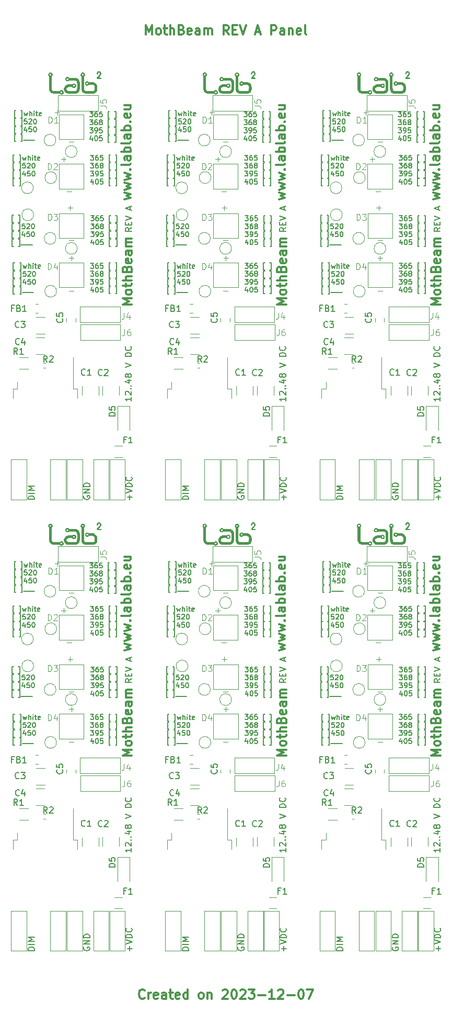
<source format=gbr>
%TF.GenerationSoftware,KiCad,Pcbnew,7.0.8-7.0.8~ubuntu22.04.1*%
%TF.CreationDate,2023-12-07T10:59:45+01:00*%
%TF.ProjectId,mothbeam_panel,6d6f7468-6265-4616-9d5f-70616e656c2e,rev?*%
%TF.SameCoordinates,Original*%
%TF.FileFunction,Legend,Top*%
%TF.FilePolarity,Positive*%
%FSLAX46Y46*%
G04 Gerber Fmt 4.6, Leading zero omitted, Abs format (unit mm)*
G04 Created by KiCad (PCBNEW 7.0.8-7.0.8~ubuntu22.04.1) date 2023-12-07 10:59:45*
%MOMM*%
%LPD*%
G01*
G04 APERTURE LIST*
%ADD10C,0.150000*%
%ADD11C,0.300000*%
%ADD12C,0.200000*%
%ADD13C,0.100000*%
%ADD14C,0.120000*%
G04 APERTURE END LIST*
D10*
X139199131Y-43760161D02*
X139008655Y-43760161D01*
X139008655Y-43760161D02*
X139008655Y-42617304D01*
X139008655Y-42617304D02*
X139199131Y-42617304D01*
X140037226Y-43760161D02*
X140227702Y-43760161D01*
X140227702Y-43760161D02*
X140227702Y-42617304D01*
X140227702Y-42617304D02*
X140037226Y-42617304D01*
X140570559Y-42960161D02*
X140722940Y-43493495D01*
X140722940Y-43493495D02*
X140875321Y-43112542D01*
X140875321Y-43112542D02*
X141027702Y-43493495D01*
X141027702Y-43493495D02*
X141180083Y-42960161D01*
X141484845Y-43493495D02*
X141484845Y-42693495D01*
X141827702Y-43493495D02*
X141827702Y-43074447D01*
X141827702Y-43074447D02*
X141789607Y-42998257D01*
X141789607Y-42998257D02*
X141713416Y-42960161D01*
X141713416Y-42960161D02*
X141599130Y-42960161D01*
X141599130Y-42960161D02*
X141522940Y-42998257D01*
X141522940Y-42998257D02*
X141484845Y-43036352D01*
X142208655Y-43493495D02*
X142208655Y-42960161D01*
X142208655Y-42693495D02*
X142170559Y-42731590D01*
X142170559Y-42731590D02*
X142208655Y-42769685D01*
X142208655Y-42769685D02*
X142246750Y-42731590D01*
X142246750Y-42731590D02*
X142208655Y-42693495D01*
X142208655Y-42693495D02*
X142208655Y-42769685D01*
X142475321Y-42960161D02*
X142780083Y-42960161D01*
X142589607Y-42693495D02*
X142589607Y-43379209D01*
X142589607Y-43379209D02*
X142627702Y-43455400D01*
X142627702Y-43455400D02*
X142703892Y-43493495D01*
X142703892Y-43493495D02*
X142780083Y-43493495D01*
X143351512Y-43455400D02*
X143275321Y-43493495D01*
X143275321Y-43493495D02*
X143122940Y-43493495D01*
X143122940Y-43493495D02*
X143046750Y-43455400D01*
X143046750Y-43455400D02*
X143008654Y-43379209D01*
X143008654Y-43379209D02*
X143008654Y-43074447D01*
X143008654Y-43074447D02*
X143046750Y-42998257D01*
X143046750Y-42998257D02*
X143122940Y-42960161D01*
X143122940Y-42960161D02*
X143275321Y-42960161D01*
X143275321Y-42960161D02*
X143351512Y-42998257D01*
X143351512Y-42998257D02*
X143389607Y-43074447D01*
X143389607Y-43074447D02*
X143389607Y-43150638D01*
X143389607Y-43150638D02*
X143008654Y-43226828D01*
X139199131Y-45048161D02*
X139008655Y-45048161D01*
X139008655Y-45048161D02*
X139008655Y-43905304D01*
X139008655Y-43905304D02*
X139199131Y-43905304D01*
X140037226Y-45048161D02*
X140227702Y-45048161D01*
X140227702Y-45048161D02*
X140227702Y-43905304D01*
X140227702Y-43905304D02*
X140037226Y-43905304D01*
X141027702Y-43981495D02*
X140646750Y-43981495D01*
X140646750Y-43981495D02*
X140608654Y-44362447D01*
X140608654Y-44362447D02*
X140646750Y-44324352D01*
X140646750Y-44324352D02*
X140722940Y-44286257D01*
X140722940Y-44286257D02*
X140913416Y-44286257D01*
X140913416Y-44286257D02*
X140989607Y-44324352D01*
X140989607Y-44324352D02*
X141027702Y-44362447D01*
X141027702Y-44362447D02*
X141065797Y-44438638D01*
X141065797Y-44438638D02*
X141065797Y-44629114D01*
X141065797Y-44629114D02*
X141027702Y-44705304D01*
X141027702Y-44705304D02*
X140989607Y-44743400D01*
X140989607Y-44743400D02*
X140913416Y-44781495D01*
X140913416Y-44781495D02*
X140722940Y-44781495D01*
X140722940Y-44781495D02*
X140646750Y-44743400D01*
X140646750Y-44743400D02*
X140608654Y-44705304D01*
X141370559Y-44057685D02*
X141408655Y-44019590D01*
X141408655Y-44019590D02*
X141484845Y-43981495D01*
X141484845Y-43981495D02*
X141675321Y-43981495D01*
X141675321Y-43981495D02*
X141751512Y-44019590D01*
X141751512Y-44019590D02*
X141789607Y-44057685D01*
X141789607Y-44057685D02*
X141827702Y-44133876D01*
X141827702Y-44133876D02*
X141827702Y-44210066D01*
X141827702Y-44210066D02*
X141789607Y-44324352D01*
X141789607Y-44324352D02*
X141332464Y-44781495D01*
X141332464Y-44781495D02*
X141827702Y-44781495D01*
X142322941Y-43981495D02*
X142399131Y-43981495D01*
X142399131Y-43981495D02*
X142475322Y-44019590D01*
X142475322Y-44019590D02*
X142513417Y-44057685D01*
X142513417Y-44057685D02*
X142551512Y-44133876D01*
X142551512Y-44133876D02*
X142589607Y-44286257D01*
X142589607Y-44286257D02*
X142589607Y-44476733D01*
X142589607Y-44476733D02*
X142551512Y-44629114D01*
X142551512Y-44629114D02*
X142513417Y-44705304D01*
X142513417Y-44705304D02*
X142475322Y-44743400D01*
X142475322Y-44743400D02*
X142399131Y-44781495D01*
X142399131Y-44781495D02*
X142322941Y-44781495D01*
X142322941Y-44781495D02*
X142246750Y-44743400D01*
X142246750Y-44743400D02*
X142208655Y-44705304D01*
X142208655Y-44705304D02*
X142170560Y-44629114D01*
X142170560Y-44629114D02*
X142132464Y-44476733D01*
X142132464Y-44476733D02*
X142132464Y-44286257D01*
X142132464Y-44286257D02*
X142170560Y-44133876D01*
X142170560Y-44133876D02*
X142208655Y-44057685D01*
X142208655Y-44057685D02*
X142246750Y-44019590D01*
X142246750Y-44019590D02*
X142322941Y-43981495D01*
X139199131Y-46336161D02*
X139008655Y-46336161D01*
X139008655Y-46336161D02*
X139008655Y-45193304D01*
X139008655Y-45193304D02*
X139199131Y-45193304D01*
X140037226Y-46336161D02*
X140227702Y-46336161D01*
X140227702Y-46336161D02*
X140227702Y-45193304D01*
X140227702Y-45193304D02*
X140037226Y-45193304D01*
X140989607Y-45536161D02*
X140989607Y-46069495D01*
X140799131Y-45231400D02*
X140608654Y-45802828D01*
X140608654Y-45802828D02*
X141103893Y-45802828D01*
X141789607Y-45269495D02*
X141408655Y-45269495D01*
X141408655Y-45269495D02*
X141370559Y-45650447D01*
X141370559Y-45650447D02*
X141408655Y-45612352D01*
X141408655Y-45612352D02*
X141484845Y-45574257D01*
X141484845Y-45574257D02*
X141675321Y-45574257D01*
X141675321Y-45574257D02*
X141751512Y-45612352D01*
X141751512Y-45612352D02*
X141789607Y-45650447D01*
X141789607Y-45650447D02*
X141827702Y-45726638D01*
X141827702Y-45726638D02*
X141827702Y-45917114D01*
X141827702Y-45917114D02*
X141789607Y-45993304D01*
X141789607Y-45993304D02*
X141751512Y-46031400D01*
X141751512Y-46031400D02*
X141675321Y-46069495D01*
X141675321Y-46069495D02*
X141484845Y-46069495D01*
X141484845Y-46069495D02*
X141408655Y-46031400D01*
X141408655Y-46031400D02*
X141370559Y-45993304D01*
X142322941Y-45269495D02*
X142399131Y-45269495D01*
X142399131Y-45269495D02*
X142475322Y-45307590D01*
X142475322Y-45307590D02*
X142513417Y-45345685D01*
X142513417Y-45345685D02*
X142551512Y-45421876D01*
X142551512Y-45421876D02*
X142589607Y-45574257D01*
X142589607Y-45574257D02*
X142589607Y-45764733D01*
X142589607Y-45764733D02*
X142551512Y-45917114D01*
X142551512Y-45917114D02*
X142513417Y-45993304D01*
X142513417Y-45993304D02*
X142475322Y-46031400D01*
X142475322Y-46031400D02*
X142399131Y-46069495D01*
X142399131Y-46069495D02*
X142322941Y-46069495D01*
X142322941Y-46069495D02*
X142246750Y-46031400D01*
X142246750Y-46031400D02*
X142208655Y-45993304D01*
X142208655Y-45993304D02*
X142170560Y-45917114D01*
X142170560Y-45917114D02*
X142132464Y-45764733D01*
X142132464Y-45764733D02*
X142132464Y-45574257D01*
X142132464Y-45574257D02*
X142170560Y-45421876D01*
X142170560Y-45421876D02*
X142208655Y-45345685D01*
X142208655Y-45345685D02*
X142246750Y-45307590D01*
X142246750Y-45307590D02*
X142322941Y-45269495D01*
X139199131Y-47624161D02*
X139008655Y-47624161D01*
X139008655Y-47624161D02*
X139008655Y-46481304D01*
X139008655Y-46481304D02*
X139199131Y-46481304D01*
X140037226Y-47624161D02*
X140227702Y-47624161D01*
X140227702Y-47624161D02*
X140227702Y-46481304D01*
X140227702Y-46481304D02*
X140037226Y-46481304D01*
X151645169Y-125497895D02*
X152140407Y-125497895D01*
X152140407Y-125497895D02*
X151873741Y-125802657D01*
X151873741Y-125802657D02*
X151988026Y-125802657D01*
X151988026Y-125802657D02*
X152064217Y-125840752D01*
X152064217Y-125840752D02*
X152102312Y-125878847D01*
X152102312Y-125878847D02*
X152140407Y-125955038D01*
X152140407Y-125955038D02*
X152140407Y-126145514D01*
X152140407Y-126145514D02*
X152102312Y-126221704D01*
X152102312Y-126221704D02*
X152064217Y-126259800D01*
X152064217Y-126259800D02*
X151988026Y-126297895D01*
X151988026Y-126297895D02*
X151759455Y-126297895D01*
X151759455Y-126297895D02*
X151683264Y-126259800D01*
X151683264Y-126259800D02*
X151645169Y-126221704D01*
X152826122Y-125497895D02*
X152673741Y-125497895D01*
X152673741Y-125497895D02*
X152597550Y-125535990D01*
X152597550Y-125535990D02*
X152559455Y-125574085D01*
X152559455Y-125574085D02*
X152483265Y-125688371D01*
X152483265Y-125688371D02*
X152445169Y-125840752D01*
X152445169Y-125840752D02*
X152445169Y-126145514D01*
X152445169Y-126145514D02*
X152483265Y-126221704D01*
X152483265Y-126221704D02*
X152521360Y-126259800D01*
X152521360Y-126259800D02*
X152597550Y-126297895D01*
X152597550Y-126297895D02*
X152749931Y-126297895D01*
X152749931Y-126297895D02*
X152826122Y-126259800D01*
X152826122Y-126259800D02*
X152864217Y-126221704D01*
X152864217Y-126221704D02*
X152902312Y-126145514D01*
X152902312Y-126145514D02*
X152902312Y-125955038D01*
X152902312Y-125955038D02*
X152864217Y-125878847D01*
X152864217Y-125878847D02*
X152826122Y-125840752D01*
X152826122Y-125840752D02*
X152749931Y-125802657D01*
X152749931Y-125802657D02*
X152597550Y-125802657D01*
X152597550Y-125802657D02*
X152521360Y-125840752D01*
X152521360Y-125840752D02*
X152483265Y-125878847D01*
X152483265Y-125878847D02*
X152445169Y-125955038D01*
X153626122Y-125497895D02*
X153245170Y-125497895D01*
X153245170Y-125497895D02*
X153207074Y-125878847D01*
X153207074Y-125878847D02*
X153245170Y-125840752D01*
X153245170Y-125840752D02*
X153321360Y-125802657D01*
X153321360Y-125802657D02*
X153511836Y-125802657D01*
X153511836Y-125802657D02*
X153588027Y-125840752D01*
X153588027Y-125840752D02*
X153626122Y-125878847D01*
X153626122Y-125878847D02*
X153664217Y-125955038D01*
X153664217Y-125955038D02*
X153664217Y-126145514D01*
X153664217Y-126145514D02*
X153626122Y-126221704D01*
X153626122Y-126221704D02*
X153588027Y-126259800D01*
X153588027Y-126259800D02*
X153511836Y-126297895D01*
X153511836Y-126297895D02*
X153321360Y-126297895D01*
X153321360Y-126297895D02*
X153245170Y-126259800D01*
X153245170Y-126259800D02*
X153207074Y-126221704D01*
X154845170Y-126564561D02*
X154654694Y-126564561D01*
X154654694Y-126564561D02*
X154654694Y-125421704D01*
X154654694Y-125421704D02*
X154845170Y-125421704D01*
X155683265Y-126564561D02*
X155873741Y-126564561D01*
X155873741Y-126564561D02*
X155873741Y-125421704D01*
X155873741Y-125421704D02*
X155683265Y-125421704D01*
X151645169Y-126785895D02*
X152140407Y-126785895D01*
X152140407Y-126785895D02*
X151873741Y-127090657D01*
X151873741Y-127090657D02*
X151988026Y-127090657D01*
X151988026Y-127090657D02*
X152064217Y-127128752D01*
X152064217Y-127128752D02*
X152102312Y-127166847D01*
X152102312Y-127166847D02*
X152140407Y-127243038D01*
X152140407Y-127243038D02*
X152140407Y-127433514D01*
X152140407Y-127433514D02*
X152102312Y-127509704D01*
X152102312Y-127509704D02*
X152064217Y-127547800D01*
X152064217Y-127547800D02*
X151988026Y-127585895D01*
X151988026Y-127585895D02*
X151759455Y-127585895D01*
X151759455Y-127585895D02*
X151683264Y-127547800D01*
X151683264Y-127547800D02*
X151645169Y-127509704D01*
X152826122Y-126785895D02*
X152673741Y-126785895D01*
X152673741Y-126785895D02*
X152597550Y-126823990D01*
X152597550Y-126823990D02*
X152559455Y-126862085D01*
X152559455Y-126862085D02*
X152483265Y-126976371D01*
X152483265Y-126976371D02*
X152445169Y-127128752D01*
X152445169Y-127128752D02*
X152445169Y-127433514D01*
X152445169Y-127433514D02*
X152483265Y-127509704D01*
X152483265Y-127509704D02*
X152521360Y-127547800D01*
X152521360Y-127547800D02*
X152597550Y-127585895D01*
X152597550Y-127585895D02*
X152749931Y-127585895D01*
X152749931Y-127585895D02*
X152826122Y-127547800D01*
X152826122Y-127547800D02*
X152864217Y-127509704D01*
X152864217Y-127509704D02*
X152902312Y-127433514D01*
X152902312Y-127433514D02*
X152902312Y-127243038D01*
X152902312Y-127243038D02*
X152864217Y-127166847D01*
X152864217Y-127166847D02*
X152826122Y-127128752D01*
X152826122Y-127128752D02*
X152749931Y-127090657D01*
X152749931Y-127090657D02*
X152597550Y-127090657D01*
X152597550Y-127090657D02*
X152521360Y-127128752D01*
X152521360Y-127128752D02*
X152483265Y-127166847D01*
X152483265Y-127166847D02*
X152445169Y-127243038D01*
X153359455Y-127128752D02*
X153283265Y-127090657D01*
X153283265Y-127090657D02*
X153245170Y-127052561D01*
X153245170Y-127052561D02*
X153207074Y-126976371D01*
X153207074Y-126976371D02*
X153207074Y-126938276D01*
X153207074Y-126938276D02*
X153245170Y-126862085D01*
X153245170Y-126862085D02*
X153283265Y-126823990D01*
X153283265Y-126823990D02*
X153359455Y-126785895D01*
X153359455Y-126785895D02*
X153511836Y-126785895D01*
X153511836Y-126785895D02*
X153588027Y-126823990D01*
X153588027Y-126823990D02*
X153626122Y-126862085D01*
X153626122Y-126862085D02*
X153664217Y-126938276D01*
X153664217Y-126938276D02*
X153664217Y-126976371D01*
X153664217Y-126976371D02*
X153626122Y-127052561D01*
X153626122Y-127052561D02*
X153588027Y-127090657D01*
X153588027Y-127090657D02*
X153511836Y-127128752D01*
X153511836Y-127128752D02*
X153359455Y-127128752D01*
X153359455Y-127128752D02*
X153283265Y-127166847D01*
X153283265Y-127166847D02*
X153245170Y-127204942D01*
X153245170Y-127204942D02*
X153207074Y-127281133D01*
X153207074Y-127281133D02*
X153207074Y-127433514D01*
X153207074Y-127433514D02*
X153245170Y-127509704D01*
X153245170Y-127509704D02*
X153283265Y-127547800D01*
X153283265Y-127547800D02*
X153359455Y-127585895D01*
X153359455Y-127585895D02*
X153511836Y-127585895D01*
X153511836Y-127585895D02*
X153588027Y-127547800D01*
X153588027Y-127547800D02*
X153626122Y-127509704D01*
X153626122Y-127509704D02*
X153664217Y-127433514D01*
X153664217Y-127433514D02*
X153664217Y-127281133D01*
X153664217Y-127281133D02*
X153626122Y-127204942D01*
X153626122Y-127204942D02*
X153588027Y-127166847D01*
X153588027Y-127166847D02*
X153511836Y-127128752D01*
X154845170Y-127852561D02*
X154654694Y-127852561D01*
X154654694Y-127852561D02*
X154654694Y-126709704D01*
X154654694Y-126709704D02*
X154845170Y-126709704D01*
X155683265Y-127852561D02*
X155873741Y-127852561D01*
X155873741Y-127852561D02*
X155873741Y-126709704D01*
X155873741Y-126709704D02*
X155683265Y-126709704D01*
X151645169Y-128073895D02*
X152140407Y-128073895D01*
X152140407Y-128073895D02*
X151873741Y-128378657D01*
X151873741Y-128378657D02*
X151988026Y-128378657D01*
X151988026Y-128378657D02*
X152064217Y-128416752D01*
X152064217Y-128416752D02*
X152102312Y-128454847D01*
X152102312Y-128454847D02*
X152140407Y-128531038D01*
X152140407Y-128531038D02*
X152140407Y-128721514D01*
X152140407Y-128721514D02*
X152102312Y-128797704D01*
X152102312Y-128797704D02*
X152064217Y-128835800D01*
X152064217Y-128835800D02*
X151988026Y-128873895D01*
X151988026Y-128873895D02*
X151759455Y-128873895D01*
X151759455Y-128873895D02*
X151683264Y-128835800D01*
X151683264Y-128835800D02*
X151645169Y-128797704D01*
X152521360Y-128873895D02*
X152673741Y-128873895D01*
X152673741Y-128873895D02*
X152749931Y-128835800D01*
X152749931Y-128835800D02*
X152788027Y-128797704D01*
X152788027Y-128797704D02*
X152864217Y-128683419D01*
X152864217Y-128683419D02*
X152902312Y-128531038D01*
X152902312Y-128531038D02*
X152902312Y-128226276D01*
X152902312Y-128226276D02*
X152864217Y-128150085D01*
X152864217Y-128150085D02*
X152826122Y-128111990D01*
X152826122Y-128111990D02*
X152749931Y-128073895D01*
X152749931Y-128073895D02*
X152597550Y-128073895D01*
X152597550Y-128073895D02*
X152521360Y-128111990D01*
X152521360Y-128111990D02*
X152483265Y-128150085D01*
X152483265Y-128150085D02*
X152445169Y-128226276D01*
X152445169Y-128226276D02*
X152445169Y-128416752D01*
X152445169Y-128416752D02*
X152483265Y-128492942D01*
X152483265Y-128492942D02*
X152521360Y-128531038D01*
X152521360Y-128531038D02*
X152597550Y-128569133D01*
X152597550Y-128569133D02*
X152749931Y-128569133D01*
X152749931Y-128569133D02*
X152826122Y-128531038D01*
X152826122Y-128531038D02*
X152864217Y-128492942D01*
X152864217Y-128492942D02*
X152902312Y-128416752D01*
X153626122Y-128073895D02*
X153245170Y-128073895D01*
X153245170Y-128073895D02*
X153207074Y-128454847D01*
X153207074Y-128454847D02*
X153245170Y-128416752D01*
X153245170Y-128416752D02*
X153321360Y-128378657D01*
X153321360Y-128378657D02*
X153511836Y-128378657D01*
X153511836Y-128378657D02*
X153588027Y-128416752D01*
X153588027Y-128416752D02*
X153626122Y-128454847D01*
X153626122Y-128454847D02*
X153664217Y-128531038D01*
X153664217Y-128531038D02*
X153664217Y-128721514D01*
X153664217Y-128721514D02*
X153626122Y-128797704D01*
X153626122Y-128797704D02*
X153588027Y-128835800D01*
X153588027Y-128835800D02*
X153511836Y-128873895D01*
X153511836Y-128873895D02*
X153321360Y-128873895D01*
X153321360Y-128873895D02*
X153245170Y-128835800D01*
X153245170Y-128835800D02*
X153207074Y-128797704D01*
X154845170Y-129140561D02*
X154654694Y-129140561D01*
X154654694Y-129140561D02*
X154654694Y-127997704D01*
X154654694Y-127997704D02*
X154845170Y-127997704D01*
X155683265Y-129140561D02*
X155873741Y-129140561D01*
X155873741Y-129140561D02*
X155873741Y-127997704D01*
X155873741Y-127997704D02*
X155683265Y-127997704D01*
X152064217Y-129628561D02*
X152064217Y-130161895D01*
X151873741Y-129323800D02*
X151683264Y-129895228D01*
X151683264Y-129895228D02*
X152178503Y-129895228D01*
X152635646Y-129361895D02*
X152711836Y-129361895D01*
X152711836Y-129361895D02*
X152788027Y-129399990D01*
X152788027Y-129399990D02*
X152826122Y-129438085D01*
X152826122Y-129438085D02*
X152864217Y-129514276D01*
X152864217Y-129514276D02*
X152902312Y-129666657D01*
X152902312Y-129666657D02*
X152902312Y-129857133D01*
X152902312Y-129857133D02*
X152864217Y-130009514D01*
X152864217Y-130009514D02*
X152826122Y-130085704D01*
X152826122Y-130085704D02*
X152788027Y-130123800D01*
X152788027Y-130123800D02*
X152711836Y-130161895D01*
X152711836Y-130161895D02*
X152635646Y-130161895D01*
X152635646Y-130161895D02*
X152559455Y-130123800D01*
X152559455Y-130123800D02*
X152521360Y-130085704D01*
X152521360Y-130085704D02*
X152483265Y-130009514D01*
X152483265Y-130009514D02*
X152445169Y-129857133D01*
X152445169Y-129857133D02*
X152445169Y-129666657D01*
X152445169Y-129666657D02*
X152483265Y-129514276D01*
X152483265Y-129514276D02*
X152521360Y-129438085D01*
X152521360Y-129438085D02*
X152559455Y-129399990D01*
X152559455Y-129399990D02*
X152635646Y-129361895D01*
X153626122Y-129361895D02*
X153245170Y-129361895D01*
X153245170Y-129361895D02*
X153207074Y-129742847D01*
X153207074Y-129742847D02*
X153245170Y-129704752D01*
X153245170Y-129704752D02*
X153321360Y-129666657D01*
X153321360Y-129666657D02*
X153511836Y-129666657D01*
X153511836Y-129666657D02*
X153588027Y-129704752D01*
X153588027Y-129704752D02*
X153626122Y-129742847D01*
X153626122Y-129742847D02*
X153664217Y-129819038D01*
X153664217Y-129819038D02*
X153664217Y-130009514D01*
X153664217Y-130009514D02*
X153626122Y-130085704D01*
X153626122Y-130085704D02*
X153588027Y-130123800D01*
X153588027Y-130123800D02*
X153511836Y-130161895D01*
X153511836Y-130161895D02*
X153321360Y-130161895D01*
X153321360Y-130161895D02*
X153245170Y-130123800D01*
X153245170Y-130123800D02*
X153207074Y-130085704D01*
X154845170Y-130428561D02*
X154654694Y-130428561D01*
X154654694Y-130428561D02*
X154654694Y-129285704D01*
X154654694Y-129285704D02*
X154845170Y-129285704D01*
X155683265Y-130428561D02*
X155873741Y-130428561D01*
X155873741Y-130428561D02*
X155873741Y-129285704D01*
X155873741Y-129285704D02*
X155683265Y-129285704D01*
X139453131Y-109597361D02*
X139262655Y-109597361D01*
X139262655Y-109597361D02*
X139262655Y-108454504D01*
X139262655Y-108454504D02*
X139453131Y-108454504D01*
X140291226Y-109597361D02*
X140481702Y-109597361D01*
X140481702Y-109597361D02*
X140481702Y-108454504D01*
X140481702Y-108454504D02*
X140291226Y-108454504D01*
X140824559Y-108797361D02*
X140976940Y-109330695D01*
X140976940Y-109330695D02*
X141129321Y-108949742D01*
X141129321Y-108949742D02*
X141281702Y-109330695D01*
X141281702Y-109330695D02*
X141434083Y-108797361D01*
X141738845Y-109330695D02*
X141738845Y-108530695D01*
X142081702Y-109330695D02*
X142081702Y-108911647D01*
X142081702Y-108911647D02*
X142043607Y-108835457D01*
X142043607Y-108835457D02*
X141967416Y-108797361D01*
X141967416Y-108797361D02*
X141853130Y-108797361D01*
X141853130Y-108797361D02*
X141776940Y-108835457D01*
X141776940Y-108835457D02*
X141738845Y-108873552D01*
X142462655Y-109330695D02*
X142462655Y-108797361D01*
X142462655Y-108530695D02*
X142424559Y-108568790D01*
X142424559Y-108568790D02*
X142462655Y-108606885D01*
X142462655Y-108606885D02*
X142500750Y-108568790D01*
X142500750Y-108568790D02*
X142462655Y-108530695D01*
X142462655Y-108530695D02*
X142462655Y-108606885D01*
X142729321Y-108797361D02*
X143034083Y-108797361D01*
X142843607Y-108530695D02*
X142843607Y-109216409D01*
X142843607Y-109216409D02*
X142881702Y-109292600D01*
X142881702Y-109292600D02*
X142957892Y-109330695D01*
X142957892Y-109330695D02*
X143034083Y-109330695D01*
X143605512Y-109292600D02*
X143529321Y-109330695D01*
X143529321Y-109330695D02*
X143376940Y-109330695D01*
X143376940Y-109330695D02*
X143300750Y-109292600D01*
X143300750Y-109292600D02*
X143262654Y-109216409D01*
X143262654Y-109216409D02*
X143262654Y-108911647D01*
X143262654Y-108911647D02*
X143300750Y-108835457D01*
X143300750Y-108835457D02*
X143376940Y-108797361D01*
X143376940Y-108797361D02*
X143529321Y-108797361D01*
X143529321Y-108797361D02*
X143605512Y-108835457D01*
X143605512Y-108835457D02*
X143643607Y-108911647D01*
X143643607Y-108911647D02*
X143643607Y-108987838D01*
X143643607Y-108987838D02*
X143262654Y-109064028D01*
X139453131Y-110885361D02*
X139262655Y-110885361D01*
X139262655Y-110885361D02*
X139262655Y-109742504D01*
X139262655Y-109742504D02*
X139453131Y-109742504D01*
X140291226Y-110885361D02*
X140481702Y-110885361D01*
X140481702Y-110885361D02*
X140481702Y-109742504D01*
X140481702Y-109742504D02*
X140291226Y-109742504D01*
X141281702Y-109818695D02*
X140900750Y-109818695D01*
X140900750Y-109818695D02*
X140862654Y-110199647D01*
X140862654Y-110199647D02*
X140900750Y-110161552D01*
X140900750Y-110161552D02*
X140976940Y-110123457D01*
X140976940Y-110123457D02*
X141167416Y-110123457D01*
X141167416Y-110123457D02*
X141243607Y-110161552D01*
X141243607Y-110161552D02*
X141281702Y-110199647D01*
X141281702Y-110199647D02*
X141319797Y-110275838D01*
X141319797Y-110275838D02*
X141319797Y-110466314D01*
X141319797Y-110466314D02*
X141281702Y-110542504D01*
X141281702Y-110542504D02*
X141243607Y-110580600D01*
X141243607Y-110580600D02*
X141167416Y-110618695D01*
X141167416Y-110618695D02*
X140976940Y-110618695D01*
X140976940Y-110618695D02*
X140900750Y-110580600D01*
X140900750Y-110580600D02*
X140862654Y-110542504D01*
X141624559Y-109894885D02*
X141662655Y-109856790D01*
X141662655Y-109856790D02*
X141738845Y-109818695D01*
X141738845Y-109818695D02*
X141929321Y-109818695D01*
X141929321Y-109818695D02*
X142005512Y-109856790D01*
X142005512Y-109856790D02*
X142043607Y-109894885D01*
X142043607Y-109894885D02*
X142081702Y-109971076D01*
X142081702Y-109971076D02*
X142081702Y-110047266D01*
X142081702Y-110047266D02*
X142043607Y-110161552D01*
X142043607Y-110161552D02*
X141586464Y-110618695D01*
X141586464Y-110618695D02*
X142081702Y-110618695D01*
X142576941Y-109818695D02*
X142653131Y-109818695D01*
X142653131Y-109818695D02*
X142729322Y-109856790D01*
X142729322Y-109856790D02*
X142767417Y-109894885D01*
X142767417Y-109894885D02*
X142805512Y-109971076D01*
X142805512Y-109971076D02*
X142843607Y-110123457D01*
X142843607Y-110123457D02*
X142843607Y-110313933D01*
X142843607Y-110313933D02*
X142805512Y-110466314D01*
X142805512Y-110466314D02*
X142767417Y-110542504D01*
X142767417Y-110542504D02*
X142729322Y-110580600D01*
X142729322Y-110580600D02*
X142653131Y-110618695D01*
X142653131Y-110618695D02*
X142576941Y-110618695D01*
X142576941Y-110618695D02*
X142500750Y-110580600D01*
X142500750Y-110580600D02*
X142462655Y-110542504D01*
X142462655Y-110542504D02*
X142424560Y-110466314D01*
X142424560Y-110466314D02*
X142386464Y-110313933D01*
X142386464Y-110313933D02*
X142386464Y-110123457D01*
X142386464Y-110123457D02*
X142424560Y-109971076D01*
X142424560Y-109971076D02*
X142462655Y-109894885D01*
X142462655Y-109894885D02*
X142500750Y-109856790D01*
X142500750Y-109856790D02*
X142576941Y-109818695D01*
X139453131Y-112173361D02*
X139262655Y-112173361D01*
X139262655Y-112173361D02*
X139262655Y-111030504D01*
X139262655Y-111030504D02*
X139453131Y-111030504D01*
X140291226Y-112173361D02*
X140481702Y-112173361D01*
X140481702Y-112173361D02*
X140481702Y-111030504D01*
X140481702Y-111030504D02*
X140291226Y-111030504D01*
X141243607Y-111373361D02*
X141243607Y-111906695D01*
X141053131Y-111068600D02*
X140862654Y-111640028D01*
X140862654Y-111640028D02*
X141357893Y-111640028D01*
X142043607Y-111106695D02*
X141662655Y-111106695D01*
X141662655Y-111106695D02*
X141624559Y-111487647D01*
X141624559Y-111487647D02*
X141662655Y-111449552D01*
X141662655Y-111449552D02*
X141738845Y-111411457D01*
X141738845Y-111411457D02*
X141929321Y-111411457D01*
X141929321Y-111411457D02*
X142005512Y-111449552D01*
X142005512Y-111449552D02*
X142043607Y-111487647D01*
X142043607Y-111487647D02*
X142081702Y-111563838D01*
X142081702Y-111563838D02*
X142081702Y-111754314D01*
X142081702Y-111754314D02*
X142043607Y-111830504D01*
X142043607Y-111830504D02*
X142005512Y-111868600D01*
X142005512Y-111868600D02*
X141929321Y-111906695D01*
X141929321Y-111906695D02*
X141738845Y-111906695D01*
X141738845Y-111906695D02*
X141662655Y-111868600D01*
X141662655Y-111868600D02*
X141624559Y-111830504D01*
X142576941Y-111106695D02*
X142653131Y-111106695D01*
X142653131Y-111106695D02*
X142729322Y-111144790D01*
X142729322Y-111144790D02*
X142767417Y-111182885D01*
X142767417Y-111182885D02*
X142805512Y-111259076D01*
X142805512Y-111259076D02*
X142843607Y-111411457D01*
X142843607Y-111411457D02*
X142843607Y-111601933D01*
X142843607Y-111601933D02*
X142805512Y-111754314D01*
X142805512Y-111754314D02*
X142767417Y-111830504D01*
X142767417Y-111830504D02*
X142729322Y-111868600D01*
X142729322Y-111868600D02*
X142653131Y-111906695D01*
X142653131Y-111906695D02*
X142576941Y-111906695D01*
X142576941Y-111906695D02*
X142500750Y-111868600D01*
X142500750Y-111868600D02*
X142462655Y-111830504D01*
X142462655Y-111830504D02*
X142424560Y-111754314D01*
X142424560Y-111754314D02*
X142386464Y-111601933D01*
X142386464Y-111601933D02*
X142386464Y-111411457D01*
X142386464Y-111411457D02*
X142424560Y-111259076D01*
X142424560Y-111259076D02*
X142462655Y-111182885D01*
X142462655Y-111182885D02*
X142500750Y-111144790D01*
X142500750Y-111144790D02*
X142576941Y-111106695D01*
X139453131Y-113461361D02*
X139262655Y-113461361D01*
X139262655Y-113461361D02*
X139262655Y-112318504D01*
X139262655Y-112318504D02*
X139453131Y-112318504D01*
X140291226Y-113461361D02*
X140481702Y-113461361D01*
X140481702Y-113461361D02*
X140481702Y-112318504D01*
X140481702Y-112318504D02*
X140291226Y-112318504D01*
X140710274Y-113270885D02*
X141319797Y-113270885D01*
X141319798Y-113270885D02*
X141929321Y-113270885D01*
X141929322Y-113270885D02*
X142538845Y-113270885D01*
X126645169Y-52497895D02*
X127140407Y-52497895D01*
X127140407Y-52497895D02*
X126873741Y-52802657D01*
X126873741Y-52802657D02*
X126988026Y-52802657D01*
X126988026Y-52802657D02*
X127064217Y-52840752D01*
X127064217Y-52840752D02*
X127102312Y-52878847D01*
X127102312Y-52878847D02*
X127140407Y-52955038D01*
X127140407Y-52955038D02*
X127140407Y-53145514D01*
X127140407Y-53145514D02*
X127102312Y-53221704D01*
X127102312Y-53221704D02*
X127064217Y-53259800D01*
X127064217Y-53259800D02*
X126988026Y-53297895D01*
X126988026Y-53297895D02*
X126759455Y-53297895D01*
X126759455Y-53297895D02*
X126683264Y-53259800D01*
X126683264Y-53259800D02*
X126645169Y-53221704D01*
X127826122Y-52497895D02*
X127673741Y-52497895D01*
X127673741Y-52497895D02*
X127597550Y-52535990D01*
X127597550Y-52535990D02*
X127559455Y-52574085D01*
X127559455Y-52574085D02*
X127483265Y-52688371D01*
X127483265Y-52688371D02*
X127445169Y-52840752D01*
X127445169Y-52840752D02*
X127445169Y-53145514D01*
X127445169Y-53145514D02*
X127483265Y-53221704D01*
X127483265Y-53221704D02*
X127521360Y-53259800D01*
X127521360Y-53259800D02*
X127597550Y-53297895D01*
X127597550Y-53297895D02*
X127749931Y-53297895D01*
X127749931Y-53297895D02*
X127826122Y-53259800D01*
X127826122Y-53259800D02*
X127864217Y-53221704D01*
X127864217Y-53221704D02*
X127902312Y-53145514D01*
X127902312Y-53145514D02*
X127902312Y-52955038D01*
X127902312Y-52955038D02*
X127864217Y-52878847D01*
X127864217Y-52878847D02*
X127826122Y-52840752D01*
X127826122Y-52840752D02*
X127749931Y-52802657D01*
X127749931Y-52802657D02*
X127597550Y-52802657D01*
X127597550Y-52802657D02*
X127521360Y-52840752D01*
X127521360Y-52840752D02*
X127483265Y-52878847D01*
X127483265Y-52878847D02*
X127445169Y-52955038D01*
X128626122Y-52497895D02*
X128245170Y-52497895D01*
X128245170Y-52497895D02*
X128207074Y-52878847D01*
X128207074Y-52878847D02*
X128245170Y-52840752D01*
X128245170Y-52840752D02*
X128321360Y-52802657D01*
X128321360Y-52802657D02*
X128511836Y-52802657D01*
X128511836Y-52802657D02*
X128588027Y-52840752D01*
X128588027Y-52840752D02*
X128626122Y-52878847D01*
X128626122Y-52878847D02*
X128664217Y-52955038D01*
X128664217Y-52955038D02*
X128664217Y-53145514D01*
X128664217Y-53145514D02*
X128626122Y-53221704D01*
X128626122Y-53221704D02*
X128588027Y-53259800D01*
X128588027Y-53259800D02*
X128511836Y-53297895D01*
X128511836Y-53297895D02*
X128321360Y-53297895D01*
X128321360Y-53297895D02*
X128245170Y-53259800D01*
X128245170Y-53259800D02*
X128207074Y-53221704D01*
X129845170Y-53564561D02*
X129654694Y-53564561D01*
X129654694Y-53564561D02*
X129654694Y-52421704D01*
X129654694Y-52421704D02*
X129845170Y-52421704D01*
X130683265Y-53564561D02*
X130873741Y-53564561D01*
X130873741Y-53564561D02*
X130873741Y-52421704D01*
X130873741Y-52421704D02*
X130683265Y-52421704D01*
X126645169Y-53785895D02*
X127140407Y-53785895D01*
X127140407Y-53785895D02*
X126873741Y-54090657D01*
X126873741Y-54090657D02*
X126988026Y-54090657D01*
X126988026Y-54090657D02*
X127064217Y-54128752D01*
X127064217Y-54128752D02*
X127102312Y-54166847D01*
X127102312Y-54166847D02*
X127140407Y-54243038D01*
X127140407Y-54243038D02*
X127140407Y-54433514D01*
X127140407Y-54433514D02*
X127102312Y-54509704D01*
X127102312Y-54509704D02*
X127064217Y-54547800D01*
X127064217Y-54547800D02*
X126988026Y-54585895D01*
X126988026Y-54585895D02*
X126759455Y-54585895D01*
X126759455Y-54585895D02*
X126683264Y-54547800D01*
X126683264Y-54547800D02*
X126645169Y-54509704D01*
X127826122Y-53785895D02*
X127673741Y-53785895D01*
X127673741Y-53785895D02*
X127597550Y-53823990D01*
X127597550Y-53823990D02*
X127559455Y-53862085D01*
X127559455Y-53862085D02*
X127483265Y-53976371D01*
X127483265Y-53976371D02*
X127445169Y-54128752D01*
X127445169Y-54128752D02*
X127445169Y-54433514D01*
X127445169Y-54433514D02*
X127483265Y-54509704D01*
X127483265Y-54509704D02*
X127521360Y-54547800D01*
X127521360Y-54547800D02*
X127597550Y-54585895D01*
X127597550Y-54585895D02*
X127749931Y-54585895D01*
X127749931Y-54585895D02*
X127826122Y-54547800D01*
X127826122Y-54547800D02*
X127864217Y-54509704D01*
X127864217Y-54509704D02*
X127902312Y-54433514D01*
X127902312Y-54433514D02*
X127902312Y-54243038D01*
X127902312Y-54243038D02*
X127864217Y-54166847D01*
X127864217Y-54166847D02*
X127826122Y-54128752D01*
X127826122Y-54128752D02*
X127749931Y-54090657D01*
X127749931Y-54090657D02*
X127597550Y-54090657D01*
X127597550Y-54090657D02*
X127521360Y-54128752D01*
X127521360Y-54128752D02*
X127483265Y-54166847D01*
X127483265Y-54166847D02*
X127445169Y-54243038D01*
X128359455Y-54128752D02*
X128283265Y-54090657D01*
X128283265Y-54090657D02*
X128245170Y-54052561D01*
X128245170Y-54052561D02*
X128207074Y-53976371D01*
X128207074Y-53976371D02*
X128207074Y-53938276D01*
X128207074Y-53938276D02*
X128245170Y-53862085D01*
X128245170Y-53862085D02*
X128283265Y-53823990D01*
X128283265Y-53823990D02*
X128359455Y-53785895D01*
X128359455Y-53785895D02*
X128511836Y-53785895D01*
X128511836Y-53785895D02*
X128588027Y-53823990D01*
X128588027Y-53823990D02*
X128626122Y-53862085D01*
X128626122Y-53862085D02*
X128664217Y-53938276D01*
X128664217Y-53938276D02*
X128664217Y-53976371D01*
X128664217Y-53976371D02*
X128626122Y-54052561D01*
X128626122Y-54052561D02*
X128588027Y-54090657D01*
X128588027Y-54090657D02*
X128511836Y-54128752D01*
X128511836Y-54128752D02*
X128359455Y-54128752D01*
X128359455Y-54128752D02*
X128283265Y-54166847D01*
X128283265Y-54166847D02*
X128245170Y-54204942D01*
X128245170Y-54204942D02*
X128207074Y-54281133D01*
X128207074Y-54281133D02*
X128207074Y-54433514D01*
X128207074Y-54433514D02*
X128245170Y-54509704D01*
X128245170Y-54509704D02*
X128283265Y-54547800D01*
X128283265Y-54547800D02*
X128359455Y-54585895D01*
X128359455Y-54585895D02*
X128511836Y-54585895D01*
X128511836Y-54585895D02*
X128588027Y-54547800D01*
X128588027Y-54547800D02*
X128626122Y-54509704D01*
X128626122Y-54509704D02*
X128664217Y-54433514D01*
X128664217Y-54433514D02*
X128664217Y-54281133D01*
X128664217Y-54281133D02*
X128626122Y-54204942D01*
X128626122Y-54204942D02*
X128588027Y-54166847D01*
X128588027Y-54166847D02*
X128511836Y-54128752D01*
X129845170Y-54852561D02*
X129654694Y-54852561D01*
X129654694Y-54852561D02*
X129654694Y-53709704D01*
X129654694Y-53709704D02*
X129845170Y-53709704D01*
X130683265Y-54852561D02*
X130873741Y-54852561D01*
X130873741Y-54852561D02*
X130873741Y-53709704D01*
X130873741Y-53709704D02*
X130683265Y-53709704D01*
X126645169Y-55073895D02*
X127140407Y-55073895D01*
X127140407Y-55073895D02*
X126873741Y-55378657D01*
X126873741Y-55378657D02*
X126988026Y-55378657D01*
X126988026Y-55378657D02*
X127064217Y-55416752D01*
X127064217Y-55416752D02*
X127102312Y-55454847D01*
X127102312Y-55454847D02*
X127140407Y-55531038D01*
X127140407Y-55531038D02*
X127140407Y-55721514D01*
X127140407Y-55721514D02*
X127102312Y-55797704D01*
X127102312Y-55797704D02*
X127064217Y-55835800D01*
X127064217Y-55835800D02*
X126988026Y-55873895D01*
X126988026Y-55873895D02*
X126759455Y-55873895D01*
X126759455Y-55873895D02*
X126683264Y-55835800D01*
X126683264Y-55835800D02*
X126645169Y-55797704D01*
X127521360Y-55873895D02*
X127673741Y-55873895D01*
X127673741Y-55873895D02*
X127749931Y-55835800D01*
X127749931Y-55835800D02*
X127788027Y-55797704D01*
X127788027Y-55797704D02*
X127864217Y-55683419D01*
X127864217Y-55683419D02*
X127902312Y-55531038D01*
X127902312Y-55531038D02*
X127902312Y-55226276D01*
X127902312Y-55226276D02*
X127864217Y-55150085D01*
X127864217Y-55150085D02*
X127826122Y-55111990D01*
X127826122Y-55111990D02*
X127749931Y-55073895D01*
X127749931Y-55073895D02*
X127597550Y-55073895D01*
X127597550Y-55073895D02*
X127521360Y-55111990D01*
X127521360Y-55111990D02*
X127483265Y-55150085D01*
X127483265Y-55150085D02*
X127445169Y-55226276D01*
X127445169Y-55226276D02*
X127445169Y-55416752D01*
X127445169Y-55416752D02*
X127483265Y-55492942D01*
X127483265Y-55492942D02*
X127521360Y-55531038D01*
X127521360Y-55531038D02*
X127597550Y-55569133D01*
X127597550Y-55569133D02*
X127749931Y-55569133D01*
X127749931Y-55569133D02*
X127826122Y-55531038D01*
X127826122Y-55531038D02*
X127864217Y-55492942D01*
X127864217Y-55492942D02*
X127902312Y-55416752D01*
X128626122Y-55073895D02*
X128245170Y-55073895D01*
X128245170Y-55073895D02*
X128207074Y-55454847D01*
X128207074Y-55454847D02*
X128245170Y-55416752D01*
X128245170Y-55416752D02*
X128321360Y-55378657D01*
X128321360Y-55378657D02*
X128511836Y-55378657D01*
X128511836Y-55378657D02*
X128588027Y-55416752D01*
X128588027Y-55416752D02*
X128626122Y-55454847D01*
X128626122Y-55454847D02*
X128664217Y-55531038D01*
X128664217Y-55531038D02*
X128664217Y-55721514D01*
X128664217Y-55721514D02*
X128626122Y-55797704D01*
X128626122Y-55797704D02*
X128588027Y-55835800D01*
X128588027Y-55835800D02*
X128511836Y-55873895D01*
X128511836Y-55873895D02*
X128321360Y-55873895D01*
X128321360Y-55873895D02*
X128245170Y-55835800D01*
X128245170Y-55835800D02*
X128207074Y-55797704D01*
X129845170Y-56140561D02*
X129654694Y-56140561D01*
X129654694Y-56140561D02*
X129654694Y-54997704D01*
X129654694Y-54997704D02*
X129845170Y-54997704D01*
X130683265Y-56140561D02*
X130873741Y-56140561D01*
X130873741Y-56140561D02*
X130873741Y-54997704D01*
X130873741Y-54997704D02*
X130683265Y-54997704D01*
X127064217Y-56628561D02*
X127064217Y-57161895D01*
X126873741Y-56323800D02*
X126683264Y-56895228D01*
X126683264Y-56895228D02*
X127178503Y-56895228D01*
X127635646Y-56361895D02*
X127711836Y-56361895D01*
X127711836Y-56361895D02*
X127788027Y-56399990D01*
X127788027Y-56399990D02*
X127826122Y-56438085D01*
X127826122Y-56438085D02*
X127864217Y-56514276D01*
X127864217Y-56514276D02*
X127902312Y-56666657D01*
X127902312Y-56666657D02*
X127902312Y-56857133D01*
X127902312Y-56857133D02*
X127864217Y-57009514D01*
X127864217Y-57009514D02*
X127826122Y-57085704D01*
X127826122Y-57085704D02*
X127788027Y-57123800D01*
X127788027Y-57123800D02*
X127711836Y-57161895D01*
X127711836Y-57161895D02*
X127635646Y-57161895D01*
X127635646Y-57161895D02*
X127559455Y-57123800D01*
X127559455Y-57123800D02*
X127521360Y-57085704D01*
X127521360Y-57085704D02*
X127483265Y-57009514D01*
X127483265Y-57009514D02*
X127445169Y-56857133D01*
X127445169Y-56857133D02*
X127445169Y-56666657D01*
X127445169Y-56666657D02*
X127483265Y-56514276D01*
X127483265Y-56514276D02*
X127521360Y-56438085D01*
X127521360Y-56438085D02*
X127559455Y-56399990D01*
X127559455Y-56399990D02*
X127635646Y-56361895D01*
X128626122Y-56361895D02*
X128245170Y-56361895D01*
X128245170Y-56361895D02*
X128207074Y-56742847D01*
X128207074Y-56742847D02*
X128245170Y-56704752D01*
X128245170Y-56704752D02*
X128321360Y-56666657D01*
X128321360Y-56666657D02*
X128511836Y-56666657D01*
X128511836Y-56666657D02*
X128588027Y-56704752D01*
X128588027Y-56704752D02*
X128626122Y-56742847D01*
X128626122Y-56742847D02*
X128664217Y-56819038D01*
X128664217Y-56819038D02*
X128664217Y-57009514D01*
X128664217Y-57009514D02*
X128626122Y-57085704D01*
X128626122Y-57085704D02*
X128588027Y-57123800D01*
X128588027Y-57123800D02*
X128511836Y-57161895D01*
X128511836Y-57161895D02*
X128321360Y-57161895D01*
X128321360Y-57161895D02*
X128245170Y-57123800D01*
X128245170Y-57123800D02*
X128207074Y-57085704D01*
X129845170Y-57428561D02*
X129654694Y-57428561D01*
X129654694Y-57428561D02*
X129654694Y-56285704D01*
X129654694Y-56285704D02*
X129845170Y-56285704D01*
X130683265Y-57428561D02*
X130873741Y-57428561D01*
X130873741Y-57428561D02*
X130873741Y-56285704D01*
X130873741Y-56285704D02*
X130683265Y-56285704D01*
X167488219Y-98383620D02*
X166488219Y-98383620D01*
X166488219Y-98383620D02*
X166488219Y-98145525D01*
X166488219Y-98145525D02*
X166535838Y-98002668D01*
X166535838Y-98002668D02*
X166631076Y-97907430D01*
X166631076Y-97907430D02*
X166726314Y-97859811D01*
X166726314Y-97859811D02*
X166916790Y-97812192D01*
X166916790Y-97812192D02*
X167059647Y-97812192D01*
X167059647Y-97812192D02*
X167250123Y-97859811D01*
X167250123Y-97859811D02*
X167345361Y-97907430D01*
X167345361Y-97907430D02*
X167440600Y-98002668D01*
X167440600Y-98002668D02*
X167488219Y-98145525D01*
X167488219Y-98145525D02*
X167488219Y-98383620D01*
X167488219Y-97383620D02*
X166488219Y-97383620D01*
X167488219Y-96907430D02*
X166488219Y-96907430D01*
X166488219Y-96907430D02*
X167202504Y-96574097D01*
X167202504Y-96574097D02*
X166488219Y-96240764D01*
X166488219Y-96240764D02*
X167488219Y-96240764D01*
X164199131Y-43760161D02*
X164008655Y-43760161D01*
X164008655Y-43760161D02*
X164008655Y-42617304D01*
X164008655Y-42617304D02*
X164199131Y-42617304D01*
X165037226Y-43760161D02*
X165227702Y-43760161D01*
X165227702Y-43760161D02*
X165227702Y-42617304D01*
X165227702Y-42617304D02*
X165037226Y-42617304D01*
X165570559Y-42960161D02*
X165722940Y-43493495D01*
X165722940Y-43493495D02*
X165875321Y-43112542D01*
X165875321Y-43112542D02*
X166027702Y-43493495D01*
X166027702Y-43493495D02*
X166180083Y-42960161D01*
X166484845Y-43493495D02*
X166484845Y-42693495D01*
X166827702Y-43493495D02*
X166827702Y-43074447D01*
X166827702Y-43074447D02*
X166789607Y-42998257D01*
X166789607Y-42998257D02*
X166713416Y-42960161D01*
X166713416Y-42960161D02*
X166599130Y-42960161D01*
X166599130Y-42960161D02*
X166522940Y-42998257D01*
X166522940Y-42998257D02*
X166484845Y-43036352D01*
X167208655Y-43493495D02*
X167208655Y-42960161D01*
X167208655Y-42693495D02*
X167170559Y-42731590D01*
X167170559Y-42731590D02*
X167208655Y-42769685D01*
X167208655Y-42769685D02*
X167246750Y-42731590D01*
X167246750Y-42731590D02*
X167208655Y-42693495D01*
X167208655Y-42693495D02*
X167208655Y-42769685D01*
X167475321Y-42960161D02*
X167780083Y-42960161D01*
X167589607Y-42693495D02*
X167589607Y-43379209D01*
X167589607Y-43379209D02*
X167627702Y-43455400D01*
X167627702Y-43455400D02*
X167703892Y-43493495D01*
X167703892Y-43493495D02*
X167780083Y-43493495D01*
X168351512Y-43455400D02*
X168275321Y-43493495D01*
X168275321Y-43493495D02*
X168122940Y-43493495D01*
X168122940Y-43493495D02*
X168046750Y-43455400D01*
X168046750Y-43455400D02*
X168008654Y-43379209D01*
X168008654Y-43379209D02*
X168008654Y-43074447D01*
X168008654Y-43074447D02*
X168046750Y-42998257D01*
X168046750Y-42998257D02*
X168122940Y-42960161D01*
X168122940Y-42960161D02*
X168275321Y-42960161D01*
X168275321Y-42960161D02*
X168351512Y-42998257D01*
X168351512Y-42998257D02*
X168389607Y-43074447D01*
X168389607Y-43074447D02*
X168389607Y-43150638D01*
X168389607Y-43150638D02*
X168008654Y-43226828D01*
X164199131Y-45048161D02*
X164008655Y-45048161D01*
X164008655Y-45048161D02*
X164008655Y-43905304D01*
X164008655Y-43905304D02*
X164199131Y-43905304D01*
X165037226Y-45048161D02*
X165227702Y-45048161D01*
X165227702Y-45048161D02*
X165227702Y-43905304D01*
X165227702Y-43905304D02*
X165037226Y-43905304D01*
X166027702Y-43981495D02*
X165646750Y-43981495D01*
X165646750Y-43981495D02*
X165608654Y-44362447D01*
X165608654Y-44362447D02*
X165646750Y-44324352D01*
X165646750Y-44324352D02*
X165722940Y-44286257D01*
X165722940Y-44286257D02*
X165913416Y-44286257D01*
X165913416Y-44286257D02*
X165989607Y-44324352D01*
X165989607Y-44324352D02*
X166027702Y-44362447D01*
X166027702Y-44362447D02*
X166065797Y-44438638D01*
X166065797Y-44438638D02*
X166065797Y-44629114D01*
X166065797Y-44629114D02*
X166027702Y-44705304D01*
X166027702Y-44705304D02*
X165989607Y-44743400D01*
X165989607Y-44743400D02*
X165913416Y-44781495D01*
X165913416Y-44781495D02*
X165722940Y-44781495D01*
X165722940Y-44781495D02*
X165646750Y-44743400D01*
X165646750Y-44743400D02*
X165608654Y-44705304D01*
X166370559Y-44057685D02*
X166408655Y-44019590D01*
X166408655Y-44019590D02*
X166484845Y-43981495D01*
X166484845Y-43981495D02*
X166675321Y-43981495D01*
X166675321Y-43981495D02*
X166751512Y-44019590D01*
X166751512Y-44019590D02*
X166789607Y-44057685D01*
X166789607Y-44057685D02*
X166827702Y-44133876D01*
X166827702Y-44133876D02*
X166827702Y-44210066D01*
X166827702Y-44210066D02*
X166789607Y-44324352D01*
X166789607Y-44324352D02*
X166332464Y-44781495D01*
X166332464Y-44781495D02*
X166827702Y-44781495D01*
X167322941Y-43981495D02*
X167399131Y-43981495D01*
X167399131Y-43981495D02*
X167475322Y-44019590D01*
X167475322Y-44019590D02*
X167513417Y-44057685D01*
X167513417Y-44057685D02*
X167551512Y-44133876D01*
X167551512Y-44133876D02*
X167589607Y-44286257D01*
X167589607Y-44286257D02*
X167589607Y-44476733D01*
X167589607Y-44476733D02*
X167551512Y-44629114D01*
X167551512Y-44629114D02*
X167513417Y-44705304D01*
X167513417Y-44705304D02*
X167475322Y-44743400D01*
X167475322Y-44743400D02*
X167399131Y-44781495D01*
X167399131Y-44781495D02*
X167322941Y-44781495D01*
X167322941Y-44781495D02*
X167246750Y-44743400D01*
X167246750Y-44743400D02*
X167208655Y-44705304D01*
X167208655Y-44705304D02*
X167170560Y-44629114D01*
X167170560Y-44629114D02*
X167132464Y-44476733D01*
X167132464Y-44476733D02*
X167132464Y-44286257D01*
X167132464Y-44286257D02*
X167170560Y-44133876D01*
X167170560Y-44133876D02*
X167208655Y-44057685D01*
X167208655Y-44057685D02*
X167246750Y-44019590D01*
X167246750Y-44019590D02*
X167322941Y-43981495D01*
X164199131Y-46336161D02*
X164008655Y-46336161D01*
X164008655Y-46336161D02*
X164008655Y-45193304D01*
X164008655Y-45193304D02*
X164199131Y-45193304D01*
X165037226Y-46336161D02*
X165227702Y-46336161D01*
X165227702Y-46336161D02*
X165227702Y-45193304D01*
X165227702Y-45193304D02*
X165037226Y-45193304D01*
X165989607Y-45536161D02*
X165989607Y-46069495D01*
X165799131Y-45231400D02*
X165608654Y-45802828D01*
X165608654Y-45802828D02*
X166103893Y-45802828D01*
X166789607Y-45269495D02*
X166408655Y-45269495D01*
X166408655Y-45269495D02*
X166370559Y-45650447D01*
X166370559Y-45650447D02*
X166408655Y-45612352D01*
X166408655Y-45612352D02*
X166484845Y-45574257D01*
X166484845Y-45574257D02*
X166675321Y-45574257D01*
X166675321Y-45574257D02*
X166751512Y-45612352D01*
X166751512Y-45612352D02*
X166789607Y-45650447D01*
X166789607Y-45650447D02*
X166827702Y-45726638D01*
X166827702Y-45726638D02*
X166827702Y-45917114D01*
X166827702Y-45917114D02*
X166789607Y-45993304D01*
X166789607Y-45993304D02*
X166751512Y-46031400D01*
X166751512Y-46031400D02*
X166675321Y-46069495D01*
X166675321Y-46069495D02*
X166484845Y-46069495D01*
X166484845Y-46069495D02*
X166408655Y-46031400D01*
X166408655Y-46031400D02*
X166370559Y-45993304D01*
X167322941Y-45269495D02*
X167399131Y-45269495D01*
X167399131Y-45269495D02*
X167475322Y-45307590D01*
X167475322Y-45307590D02*
X167513417Y-45345685D01*
X167513417Y-45345685D02*
X167551512Y-45421876D01*
X167551512Y-45421876D02*
X167589607Y-45574257D01*
X167589607Y-45574257D02*
X167589607Y-45764733D01*
X167589607Y-45764733D02*
X167551512Y-45917114D01*
X167551512Y-45917114D02*
X167513417Y-45993304D01*
X167513417Y-45993304D02*
X167475322Y-46031400D01*
X167475322Y-46031400D02*
X167399131Y-46069495D01*
X167399131Y-46069495D02*
X167322941Y-46069495D01*
X167322941Y-46069495D02*
X167246750Y-46031400D01*
X167246750Y-46031400D02*
X167208655Y-45993304D01*
X167208655Y-45993304D02*
X167170560Y-45917114D01*
X167170560Y-45917114D02*
X167132464Y-45764733D01*
X167132464Y-45764733D02*
X167132464Y-45574257D01*
X167132464Y-45574257D02*
X167170560Y-45421876D01*
X167170560Y-45421876D02*
X167208655Y-45345685D01*
X167208655Y-45345685D02*
X167246750Y-45307590D01*
X167246750Y-45307590D02*
X167322941Y-45269495D01*
X164199131Y-47624161D02*
X164008655Y-47624161D01*
X164008655Y-47624161D02*
X164008655Y-46481304D01*
X164008655Y-46481304D02*
X164199131Y-46481304D01*
X165037226Y-47624161D02*
X165227702Y-47624161D01*
X165227702Y-47624161D02*
X165227702Y-46481304D01*
X165227702Y-46481304D02*
X165037226Y-46481304D01*
D11*
X183294228Y-66873089D02*
X181794228Y-66873089D01*
X181794228Y-66873089D02*
X182865657Y-66373089D01*
X182865657Y-66373089D02*
X181794228Y-65873089D01*
X181794228Y-65873089D02*
X183294228Y-65873089D01*
X183294228Y-64944517D02*
X183222800Y-65087374D01*
X183222800Y-65087374D02*
X183151371Y-65158803D01*
X183151371Y-65158803D02*
X183008514Y-65230231D01*
X183008514Y-65230231D02*
X182579942Y-65230231D01*
X182579942Y-65230231D02*
X182437085Y-65158803D01*
X182437085Y-65158803D02*
X182365657Y-65087374D01*
X182365657Y-65087374D02*
X182294228Y-64944517D01*
X182294228Y-64944517D02*
X182294228Y-64730231D01*
X182294228Y-64730231D02*
X182365657Y-64587374D01*
X182365657Y-64587374D02*
X182437085Y-64515946D01*
X182437085Y-64515946D02*
X182579942Y-64444517D01*
X182579942Y-64444517D02*
X183008514Y-64444517D01*
X183008514Y-64444517D02*
X183151371Y-64515946D01*
X183151371Y-64515946D02*
X183222800Y-64587374D01*
X183222800Y-64587374D02*
X183294228Y-64730231D01*
X183294228Y-64730231D02*
X183294228Y-64944517D01*
X182294228Y-64015945D02*
X182294228Y-63444517D01*
X181794228Y-63801660D02*
X183079942Y-63801660D01*
X183079942Y-63801660D02*
X183222800Y-63730231D01*
X183222800Y-63730231D02*
X183294228Y-63587374D01*
X183294228Y-63587374D02*
X183294228Y-63444517D01*
X183294228Y-62944517D02*
X181794228Y-62944517D01*
X183294228Y-62301660D02*
X182508514Y-62301660D01*
X182508514Y-62301660D02*
X182365657Y-62373088D01*
X182365657Y-62373088D02*
X182294228Y-62515945D01*
X182294228Y-62515945D02*
X182294228Y-62730231D01*
X182294228Y-62730231D02*
X182365657Y-62873088D01*
X182365657Y-62873088D02*
X182437085Y-62944517D01*
X182508514Y-61087374D02*
X182579942Y-60873088D01*
X182579942Y-60873088D02*
X182651371Y-60801659D01*
X182651371Y-60801659D02*
X182794228Y-60730231D01*
X182794228Y-60730231D02*
X183008514Y-60730231D01*
X183008514Y-60730231D02*
X183151371Y-60801659D01*
X183151371Y-60801659D02*
X183222800Y-60873088D01*
X183222800Y-60873088D02*
X183294228Y-61015945D01*
X183294228Y-61015945D02*
X183294228Y-61587374D01*
X183294228Y-61587374D02*
X181794228Y-61587374D01*
X181794228Y-61587374D02*
X181794228Y-61087374D01*
X181794228Y-61087374D02*
X181865657Y-60944517D01*
X181865657Y-60944517D02*
X181937085Y-60873088D01*
X181937085Y-60873088D02*
X182079942Y-60801659D01*
X182079942Y-60801659D02*
X182222800Y-60801659D01*
X182222800Y-60801659D02*
X182365657Y-60873088D01*
X182365657Y-60873088D02*
X182437085Y-60944517D01*
X182437085Y-60944517D02*
X182508514Y-61087374D01*
X182508514Y-61087374D02*
X182508514Y-61587374D01*
X183222800Y-59515945D02*
X183294228Y-59658802D01*
X183294228Y-59658802D02*
X183294228Y-59944517D01*
X183294228Y-59944517D02*
X183222800Y-60087374D01*
X183222800Y-60087374D02*
X183079942Y-60158802D01*
X183079942Y-60158802D02*
X182508514Y-60158802D01*
X182508514Y-60158802D02*
X182365657Y-60087374D01*
X182365657Y-60087374D02*
X182294228Y-59944517D01*
X182294228Y-59944517D02*
X182294228Y-59658802D01*
X182294228Y-59658802D02*
X182365657Y-59515945D01*
X182365657Y-59515945D02*
X182508514Y-59444517D01*
X182508514Y-59444517D02*
X182651371Y-59444517D01*
X182651371Y-59444517D02*
X182794228Y-60158802D01*
X183294228Y-58158803D02*
X182508514Y-58158803D01*
X182508514Y-58158803D02*
X182365657Y-58230231D01*
X182365657Y-58230231D02*
X182294228Y-58373088D01*
X182294228Y-58373088D02*
X182294228Y-58658803D01*
X182294228Y-58658803D02*
X182365657Y-58801660D01*
X183222800Y-58158803D02*
X183294228Y-58301660D01*
X183294228Y-58301660D02*
X183294228Y-58658803D01*
X183294228Y-58658803D02*
X183222800Y-58801660D01*
X183222800Y-58801660D02*
X183079942Y-58873088D01*
X183079942Y-58873088D02*
X182937085Y-58873088D01*
X182937085Y-58873088D02*
X182794228Y-58801660D01*
X182794228Y-58801660D02*
X182722800Y-58658803D01*
X182722800Y-58658803D02*
X182722800Y-58301660D01*
X182722800Y-58301660D02*
X182651371Y-58158803D01*
X183294228Y-57444517D02*
X182294228Y-57444517D01*
X182437085Y-57444517D02*
X182365657Y-57373088D01*
X182365657Y-57373088D02*
X182294228Y-57230231D01*
X182294228Y-57230231D02*
X182294228Y-57015945D01*
X182294228Y-57015945D02*
X182365657Y-56873088D01*
X182365657Y-56873088D02*
X182508514Y-56801660D01*
X182508514Y-56801660D02*
X183294228Y-56801660D01*
X182508514Y-56801660D02*
X182365657Y-56730231D01*
X182365657Y-56730231D02*
X182294228Y-56587374D01*
X182294228Y-56587374D02*
X182294228Y-56373088D01*
X182294228Y-56373088D02*
X182365657Y-56230231D01*
X182365657Y-56230231D02*
X182508514Y-56158802D01*
X182508514Y-56158802D02*
X183294228Y-56158802D01*
D10*
X167488219Y-171383620D02*
X166488219Y-171383620D01*
X166488219Y-171383620D02*
X166488219Y-171145525D01*
X166488219Y-171145525D02*
X166535838Y-171002668D01*
X166535838Y-171002668D02*
X166631076Y-170907430D01*
X166631076Y-170907430D02*
X166726314Y-170859811D01*
X166726314Y-170859811D02*
X166916790Y-170812192D01*
X166916790Y-170812192D02*
X167059647Y-170812192D01*
X167059647Y-170812192D02*
X167250123Y-170859811D01*
X167250123Y-170859811D02*
X167345361Y-170907430D01*
X167345361Y-170907430D02*
X167440600Y-171002668D01*
X167440600Y-171002668D02*
X167488219Y-171145525D01*
X167488219Y-171145525D02*
X167488219Y-171383620D01*
X167488219Y-170383620D02*
X166488219Y-170383620D01*
X167488219Y-169907430D02*
X166488219Y-169907430D01*
X166488219Y-169907430D02*
X167202504Y-169574097D01*
X167202504Y-169574097D02*
X166488219Y-169240764D01*
X166488219Y-169240764D02*
X167488219Y-169240764D01*
X126594369Y-42690295D02*
X127089607Y-42690295D01*
X127089607Y-42690295D02*
X126822941Y-42995057D01*
X126822941Y-42995057D02*
X126937226Y-42995057D01*
X126937226Y-42995057D02*
X127013417Y-43033152D01*
X127013417Y-43033152D02*
X127051512Y-43071247D01*
X127051512Y-43071247D02*
X127089607Y-43147438D01*
X127089607Y-43147438D02*
X127089607Y-43337914D01*
X127089607Y-43337914D02*
X127051512Y-43414104D01*
X127051512Y-43414104D02*
X127013417Y-43452200D01*
X127013417Y-43452200D02*
X126937226Y-43490295D01*
X126937226Y-43490295D02*
X126708655Y-43490295D01*
X126708655Y-43490295D02*
X126632464Y-43452200D01*
X126632464Y-43452200D02*
X126594369Y-43414104D01*
X127775322Y-42690295D02*
X127622941Y-42690295D01*
X127622941Y-42690295D02*
X127546750Y-42728390D01*
X127546750Y-42728390D02*
X127508655Y-42766485D01*
X127508655Y-42766485D02*
X127432465Y-42880771D01*
X127432465Y-42880771D02*
X127394369Y-43033152D01*
X127394369Y-43033152D02*
X127394369Y-43337914D01*
X127394369Y-43337914D02*
X127432465Y-43414104D01*
X127432465Y-43414104D02*
X127470560Y-43452200D01*
X127470560Y-43452200D02*
X127546750Y-43490295D01*
X127546750Y-43490295D02*
X127699131Y-43490295D01*
X127699131Y-43490295D02*
X127775322Y-43452200D01*
X127775322Y-43452200D02*
X127813417Y-43414104D01*
X127813417Y-43414104D02*
X127851512Y-43337914D01*
X127851512Y-43337914D02*
X127851512Y-43147438D01*
X127851512Y-43147438D02*
X127813417Y-43071247D01*
X127813417Y-43071247D02*
X127775322Y-43033152D01*
X127775322Y-43033152D02*
X127699131Y-42995057D01*
X127699131Y-42995057D02*
X127546750Y-42995057D01*
X127546750Y-42995057D02*
X127470560Y-43033152D01*
X127470560Y-43033152D02*
X127432465Y-43071247D01*
X127432465Y-43071247D02*
X127394369Y-43147438D01*
X128575322Y-42690295D02*
X128194370Y-42690295D01*
X128194370Y-42690295D02*
X128156274Y-43071247D01*
X128156274Y-43071247D02*
X128194370Y-43033152D01*
X128194370Y-43033152D02*
X128270560Y-42995057D01*
X128270560Y-42995057D02*
X128461036Y-42995057D01*
X128461036Y-42995057D02*
X128537227Y-43033152D01*
X128537227Y-43033152D02*
X128575322Y-43071247D01*
X128575322Y-43071247D02*
X128613417Y-43147438D01*
X128613417Y-43147438D02*
X128613417Y-43337914D01*
X128613417Y-43337914D02*
X128575322Y-43414104D01*
X128575322Y-43414104D02*
X128537227Y-43452200D01*
X128537227Y-43452200D02*
X128461036Y-43490295D01*
X128461036Y-43490295D02*
X128270560Y-43490295D01*
X128270560Y-43490295D02*
X128194370Y-43452200D01*
X128194370Y-43452200D02*
X128156274Y-43414104D01*
X129794370Y-43756961D02*
X129603894Y-43756961D01*
X129603894Y-43756961D02*
X129603894Y-42614104D01*
X129603894Y-42614104D02*
X129794370Y-42614104D01*
X130632465Y-43756961D02*
X130822941Y-43756961D01*
X130822941Y-43756961D02*
X130822941Y-42614104D01*
X130822941Y-42614104D02*
X130632465Y-42614104D01*
X126594369Y-43978295D02*
X127089607Y-43978295D01*
X127089607Y-43978295D02*
X126822941Y-44283057D01*
X126822941Y-44283057D02*
X126937226Y-44283057D01*
X126937226Y-44283057D02*
X127013417Y-44321152D01*
X127013417Y-44321152D02*
X127051512Y-44359247D01*
X127051512Y-44359247D02*
X127089607Y-44435438D01*
X127089607Y-44435438D02*
X127089607Y-44625914D01*
X127089607Y-44625914D02*
X127051512Y-44702104D01*
X127051512Y-44702104D02*
X127013417Y-44740200D01*
X127013417Y-44740200D02*
X126937226Y-44778295D01*
X126937226Y-44778295D02*
X126708655Y-44778295D01*
X126708655Y-44778295D02*
X126632464Y-44740200D01*
X126632464Y-44740200D02*
X126594369Y-44702104D01*
X127775322Y-43978295D02*
X127622941Y-43978295D01*
X127622941Y-43978295D02*
X127546750Y-44016390D01*
X127546750Y-44016390D02*
X127508655Y-44054485D01*
X127508655Y-44054485D02*
X127432465Y-44168771D01*
X127432465Y-44168771D02*
X127394369Y-44321152D01*
X127394369Y-44321152D02*
X127394369Y-44625914D01*
X127394369Y-44625914D02*
X127432465Y-44702104D01*
X127432465Y-44702104D02*
X127470560Y-44740200D01*
X127470560Y-44740200D02*
X127546750Y-44778295D01*
X127546750Y-44778295D02*
X127699131Y-44778295D01*
X127699131Y-44778295D02*
X127775322Y-44740200D01*
X127775322Y-44740200D02*
X127813417Y-44702104D01*
X127813417Y-44702104D02*
X127851512Y-44625914D01*
X127851512Y-44625914D02*
X127851512Y-44435438D01*
X127851512Y-44435438D02*
X127813417Y-44359247D01*
X127813417Y-44359247D02*
X127775322Y-44321152D01*
X127775322Y-44321152D02*
X127699131Y-44283057D01*
X127699131Y-44283057D02*
X127546750Y-44283057D01*
X127546750Y-44283057D02*
X127470560Y-44321152D01*
X127470560Y-44321152D02*
X127432465Y-44359247D01*
X127432465Y-44359247D02*
X127394369Y-44435438D01*
X128308655Y-44321152D02*
X128232465Y-44283057D01*
X128232465Y-44283057D02*
X128194370Y-44244961D01*
X128194370Y-44244961D02*
X128156274Y-44168771D01*
X128156274Y-44168771D02*
X128156274Y-44130676D01*
X128156274Y-44130676D02*
X128194370Y-44054485D01*
X128194370Y-44054485D02*
X128232465Y-44016390D01*
X128232465Y-44016390D02*
X128308655Y-43978295D01*
X128308655Y-43978295D02*
X128461036Y-43978295D01*
X128461036Y-43978295D02*
X128537227Y-44016390D01*
X128537227Y-44016390D02*
X128575322Y-44054485D01*
X128575322Y-44054485D02*
X128613417Y-44130676D01*
X128613417Y-44130676D02*
X128613417Y-44168771D01*
X128613417Y-44168771D02*
X128575322Y-44244961D01*
X128575322Y-44244961D02*
X128537227Y-44283057D01*
X128537227Y-44283057D02*
X128461036Y-44321152D01*
X128461036Y-44321152D02*
X128308655Y-44321152D01*
X128308655Y-44321152D02*
X128232465Y-44359247D01*
X128232465Y-44359247D02*
X128194370Y-44397342D01*
X128194370Y-44397342D02*
X128156274Y-44473533D01*
X128156274Y-44473533D02*
X128156274Y-44625914D01*
X128156274Y-44625914D02*
X128194370Y-44702104D01*
X128194370Y-44702104D02*
X128232465Y-44740200D01*
X128232465Y-44740200D02*
X128308655Y-44778295D01*
X128308655Y-44778295D02*
X128461036Y-44778295D01*
X128461036Y-44778295D02*
X128537227Y-44740200D01*
X128537227Y-44740200D02*
X128575322Y-44702104D01*
X128575322Y-44702104D02*
X128613417Y-44625914D01*
X128613417Y-44625914D02*
X128613417Y-44473533D01*
X128613417Y-44473533D02*
X128575322Y-44397342D01*
X128575322Y-44397342D02*
X128537227Y-44359247D01*
X128537227Y-44359247D02*
X128461036Y-44321152D01*
X129794370Y-45044961D02*
X129603894Y-45044961D01*
X129603894Y-45044961D02*
X129603894Y-43902104D01*
X129603894Y-43902104D02*
X129794370Y-43902104D01*
X130632465Y-45044961D02*
X130822941Y-45044961D01*
X130822941Y-45044961D02*
X130822941Y-43902104D01*
X130822941Y-43902104D02*
X130632465Y-43902104D01*
X126594369Y-45266295D02*
X127089607Y-45266295D01*
X127089607Y-45266295D02*
X126822941Y-45571057D01*
X126822941Y-45571057D02*
X126937226Y-45571057D01*
X126937226Y-45571057D02*
X127013417Y-45609152D01*
X127013417Y-45609152D02*
X127051512Y-45647247D01*
X127051512Y-45647247D02*
X127089607Y-45723438D01*
X127089607Y-45723438D02*
X127089607Y-45913914D01*
X127089607Y-45913914D02*
X127051512Y-45990104D01*
X127051512Y-45990104D02*
X127013417Y-46028200D01*
X127013417Y-46028200D02*
X126937226Y-46066295D01*
X126937226Y-46066295D02*
X126708655Y-46066295D01*
X126708655Y-46066295D02*
X126632464Y-46028200D01*
X126632464Y-46028200D02*
X126594369Y-45990104D01*
X127470560Y-46066295D02*
X127622941Y-46066295D01*
X127622941Y-46066295D02*
X127699131Y-46028200D01*
X127699131Y-46028200D02*
X127737227Y-45990104D01*
X127737227Y-45990104D02*
X127813417Y-45875819D01*
X127813417Y-45875819D02*
X127851512Y-45723438D01*
X127851512Y-45723438D02*
X127851512Y-45418676D01*
X127851512Y-45418676D02*
X127813417Y-45342485D01*
X127813417Y-45342485D02*
X127775322Y-45304390D01*
X127775322Y-45304390D02*
X127699131Y-45266295D01*
X127699131Y-45266295D02*
X127546750Y-45266295D01*
X127546750Y-45266295D02*
X127470560Y-45304390D01*
X127470560Y-45304390D02*
X127432465Y-45342485D01*
X127432465Y-45342485D02*
X127394369Y-45418676D01*
X127394369Y-45418676D02*
X127394369Y-45609152D01*
X127394369Y-45609152D02*
X127432465Y-45685342D01*
X127432465Y-45685342D02*
X127470560Y-45723438D01*
X127470560Y-45723438D02*
X127546750Y-45761533D01*
X127546750Y-45761533D02*
X127699131Y-45761533D01*
X127699131Y-45761533D02*
X127775322Y-45723438D01*
X127775322Y-45723438D02*
X127813417Y-45685342D01*
X127813417Y-45685342D02*
X127851512Y-45609152D01*
X128575322Y-45266295D02*
X128194370Y-45266295D01*
X128194370Y-45266295D02*
X128156274Y-45647247D01*
X128156274Y-45647247D02*
X128194370Y-45609152D01*
X128194370Y-45609152D02*
X128270560Y-45571057D01*
X128270560Y-45571057D02*
X128461036Y-45571057D01*
X128461036Y-45571057D02*
X128537227Y-45609152D01*
X128537227Y-45609152D02*
X128575322Y-45647247D01*
X128575322Y-45647247D02*
X128613417Y-45723438D01*
X128613417Y-45723438D02*
X128613417Y-45913914D01*
X128613417Y-45913914D02*
X128575322Y-45990104D01*
X128575322Y-45990104D02*
X128537227Y-46028200D01*
X128537227Y-46028200D02*
X128461036Y-46066295D01*
X128461036Y-46066295D02*
X128270560Y-46066295D01*
X128270560Y-46066295D02*
X128194370Y-46028200D01*
X128194370Y-46028200D02*
X128156274Y-45990104D01*
X129794370Y-46332961D02*
X129603894Y-46332961D01*
X129603894Y-46332961D02*
X129603894Y-45190104D01*
X129603894Y-45190104D02*
X129794370Y-45190104D01*
X130632465Y-46332961D02*
X130822941Y-46332961D01*
X130822941Y-46332961D02*
X130822941Y-45190104D01*
X130822941Y-45190104D02*
X130632465Y-45190104D01*
X127013417Y-46820961D02*
X127013417Y-47354295D01*
X126822941Y-46516200D02*
X126632464Y-47087628D01*
X126632464Y-47087628D02*
X127127703Y-47087628D01*
X127584846Y-46554295D02*
X127661036Y-46554295D01*
X127661036Y-46554295D02*
X127737227Y-46592390D01*
X127737227Y-46592390D02*
X127775322Y-46630485D01*
X127775322Y-46630485D02*
X127813417Y-46706676D01*
X127813417Y-46706676D02*
X127851512Y-46859057D01*
X127851512Y-46859057D02*
X127851512Y-47049533D01*
X127851512Y-47049533D02*
X127813417Y-47201914D01*
X127813417Y-47201914D02*
X127775322Y-47278104D01*
X127775322Y-47278104D02*
X127737227Y-47316200D01*
X127737227Y-47316200D02*
X127661036Y-47354295D01*
X127661036Y-47354295D02*
X127584846Y-47354295D01*
X127584846Y-47354295D02*
X127508655Y-47316200D01*
X127508655Y-47316200D02*
X127470560Y-47278104D01*
X127470560Y-47278104D02*
X127432465Y-47201914D01*
X127432465Y-47201914D02*
X127394369Y-47049533D01*
X127394369Y-47049533D02*
X127394369Y-46859057D01*
X127394369Y-46859057D02*
X127432465Y-46706676D01*
X127432465Y-46706676D02*
X127470560Y-46630485D01*
X127470560Y-46630485D02*
X127508655Y-46592390D01*
X127508655Y-46592390D02*
X127584846Y-46554295D01*
X128575322Y-46554295D02*
X128194370Y-46554295D01*
X128194370Y-46554295D02*
X128156274Y-46935247D01*
X128156274Y-46935247D02*
X128194370Y-46897152D01*
X128194370Y-46897152D02*
X128270560Y-46859057D01*
X128270560Y-46859057D02*
X128461036Y-46859057D01*
X128461036Y-46859057D02*
X128537227Y-46897152D01*
X128537227Y-46897152D02*
X128575322Y-46935247D01*
X128575322Y-46935247D02*
X128613417Y-47011438D01*
X128613417Y-47011438D02*
X128613417Y-47201914D01*
X128613417Y-47201914D02*
X128575322Y-47278104D01*
X128575322Y-47278104D02*
X128537227Y-47316200D01*
X128537227Y-47316200D02*
X128461036Y-47354295D01*
X128461036Y-47354295D02*
X128270560Y-47354295D01*
X128270560Y-47354295D02*
X128194370Y-47316200D01*
X128194370Y-47316200D02*
X128156274Y-47278104D01*
X129794370Y-47620961D02*
X129603894Y-47620961D01*
X129603894Y-47620961D02*
X129603894Y-46478104D01*
X129603894Y-46478104D02*
X129794370Y-46478104D01*
X130632465Y-47620961D02*
X130822941Y-47620961D01*
X130822941Y-47620961D02*
X130822941Y-46478104D01*
X130822941Y-46478104D02*
X130632465Y-46478104D01*
X133210819Y-154857811D02*
X133210819Y-155429239D01*
X133210819Y-155143525D02*
X132210819Y-155143525D01*
X132210819Y-155143525D02*
X132353676Y-155238763D01*
X132353676Y-155238763D02*
X132448914Y-155334001D01*
X132448914Y-155334001D02*
X132496533Y-155429239D01*
X132306057Y-154476858D02*
X132258438Y-154429239D01*
X132258438Y-154429239D02*
X132210819Y-154334001D01*
X132210819Y-154334001D02*
X132210819Y-154095906D01*
X132210819Y-154095906D02*
X132258438Y-154000668D01*
X132258438Y-154000668D02*
X132306057Y-153953049D01*
X132306057Y-153953049D02*
X132401295Y-153905430D01*
X132401295Y-153905430D02*
X132496533Y-153905430D01*
X132496533Y-153905430D02*
X132639390Y-153953049D01*
X132639390Y-153953049D02*
X133210819Y-154524477D01*
X133210819Y-154524477D02*
X133210819Y-153905430D01*
X133115580Y-153476858D02*
X133163200Y-153429239D01*
X133163200Y-153429239D02*
X133210819Y-153476858D01*
X133210819Y-153476858D02*
X133163200Y-153524477D01*
X133163200Y-153524477D02*
X133115580Y-153476858D01*
X133115580Y-153476858D02*
X133210819Y-153476858D01*
X133115580Y-153000668D02*
X133163200Y-152953049D01*
X133163200Y-152953049D02*
X133210819Y-153000668D01*
X133210819Y-153000668D02*
X133163200Y-153048287D01*
X133163200Y-153048287D02*
X133115580Y-153000668D01*
X133115580Y-153000668D02*
X133210819Y-153000668D01*
X132544152Y-152095907D02*
X133210819Y-152095907D01*
X132163200Y-152334002D02*
X132877485Y-152572097D01*
X132877485Y-152572097D02*
X132877485Y-151953050D01*
X132639390Y-151429240D02*
X132591771Y-151524478D01*
X132591771Y-151524478D02*
X132544152Y-151572097D01*
X132544152Y-151572097D02*
X132448914Y-151619716D01*
X132448914Y-151619716D02*
X132401295Y-151619716D01*
X132401295Y-151619716D02*
X132306057Y-151572097D01*
X132306057Y-151572097D02*
X132258438Y-151524478D01*
X132258438Y-151524478D02*
X132210819Y-151429240D01*
X132210819Y-151429240D02*
X132210819Y-151238764D01*
X132210819Y-151238764D02*
X132258438Y-151143526D01*
X132258438Y-151143526D02*
X132306057Y-151095907D01*
X132306057Y-151095907D02*
X132401295Y-151048288D01*
X132401295Y-151048288D02*
X132448914Y-151048288D01*
X132448914Y-151048288D02*
X132544152Y-151095907D01*
X132544152Y-151095907D02*
X132591771Y-151143526D01*
X132591771Y-151143526D02*
X132639390Y-151238764D01*
X132639390Y-151238764D02*
X132639390Y-151429240D01*
X132639390Y-151429240D02*
X132687009Y-151524478D01*
X132687009Y-151524478D02*
X132734628Y-151572097D01*
X132734628Y-151572097D02*
X132829866Y-151619716D01*
X132829866Y-151619716D02*
X133020342Y-151619716D01*
X133020342Y-151619716D02*
X133115580Y-151572097D01*
X133115580Y-151572097D02*
X133163200Y-151524478D01*
X133163200Y-151524478D02*
X133210819Y-151429240D01*
X133210819Y-151429240D02*
X133210819Y-151238764D01*
X133210819Y-151238764D02*
X133163200Y-151143526D01*
X133163200Y-151143526D02*
X133115580Y-151095907D01*
X133115580Y-151095907D02*
X133020342Y-151048288D01*
X133020342Y-151048288D02*
X132829866Y-151048288D01*
X132829866Y-151048288D02*
X132734628Y-151095907D01*
X132734628Y-151095907D02*
X132687009Y-151143526D01*
X132687009Y-151143526D02*
X132639390Y-151238764D01*
X132210819Y-150000668D02*
X133210819Y-149667335D01*
X133210819Y-149667335D02*
X132210819Y-149334002D01*
X133210819Y-148238763D02*
X132210819Y-148238763D01*
X132210819Y-148238763D02*
X132210819Y-148000668D01*
X132210819Y-148000668D02*
X132258438Y-147857811D01*
X132258438Y-147857811D02*
X132353676Y-147762573D01*
X132353676Y-147762573D02*
X132448914Y-147714954D01*
X132448914Y-147714954D02*
X132639390Y-147667335D01*
X132639390Y-147667335D02*
X132782247Y-147667335D01*
X132782247Y-147667335D02*
X132972723Y-147714954D01*
X132972723Y-147714954D02*
X133067961Y-147762573D01*
X133067961Y-147762573D02*
X133163200Y-147857811D01*
X133163200Y-147857811D02*
X133210819Y-148000668D01*
X133210819Y-148000668D02*
X133210819Y-148238763D01*
X133115580Y-146667335D02*
X133163200Y-146714954D01*
X133163200Y-146714954D02*
X133210819Y-146857811D01*
X133210819Y-146857811D02*
X133210819Y-146953049D01*
X133210819Y-146953049D02*
X133163200Y-147095906D01*
X133163200Y-147095906D02*
X133067961Y-147191144D01*
X133067961Y-147191144D02*
X132972723Y-147238763D01*
X132972723Y-147238763D02*
X132782247Y-147286382D01*
X132782247Y-147286382D02*
X132639390Y-147286382D01*
X132639390Y-147286382D02*
X132448914Y-147238763D01*
X132448914Y-147238763D02*
X132353676Y-147191144D01*
X132353676Y-147191144D02*
X132258438Y-147095906D01*
X132258438Y-147095906D02*
X132210819Y-146953049D01*
X132210819Y-146953049D02*
X132210819Y-146857811D01*
X132210819Y-146857811D02*
X132258438Y-146714954D01*
X132258438Y-146714954D02*
X132306057Y-146667335D01*
D11*
X157116428Y-49845546D02*
X158116428Y-49559832D01*
X158116428Y-49559832D02*
X157402142Y-49274117D01*
X157402142Y-49274117D02*
X158116428Y-48988403D01*
X158116428Y-48988403D02*
X157116428Y-48702689D01*
X157116428Y-48274117D02*
X158116428Y-47988403D01*
X158116428Y-47988403D02*
X157402142Y-47702688D01*
X157402142Y-47702688D02*
X158116428Y-47416974D01*
X158116428Y-47416974D02*
X157116428Y-47131260D01*
X157116428Y-46702688D02*
X158116428Y-46416974D01*
X158116428Y-46416974D02*
X157402142Y-46131259D01*
X157402142Y-46131259D02*
X158116428Y-45845545D01*
X158116428Y-45845545D02*
X157116428Y-45559831D01*
X157973571Y-44988402D02*
X158045000Y-44916973D01*
X158045000Y-44916973D02*
X158116428Y-44988402D01*
X158116428Y-44988402D02*
X158045000Y-45059830D01*
X158045000Y-45059830D02*
X157973571Y-44988402D01*
X157973571Y-44988402D02*
X158116428Y-44988402D01*
X158116428Y-44059830D02*
X158045000Y-44202687D01*
X158045000Y-44202687D02*
X157902142Y-44274116D01*
X157902142Y-44274116D02*
X156616428Y-44274116D01*
X158116428Y-42845545D02*
X157330714Y-42845545D01*
X157330714Y-42845545D02*
X157187857Y-42916973D01*
X157187857Y-42916973D02*
X157116428Y-43059830D01*
X157116428Y-43059830D02*
X157116428Y-43345545D01*
X157116428Y-43345545D02*
X157187857Y-43488402D01*
X158045000Y-42845545D02*
X158116428Y-42988402D01*
X158116428Y-42988402D02*
X158116428Y-43345545D01*
X158116428Y-43345545D02*
X158045000Y-43488402D01*
X158045000Y-43488402D02*
X157902142Y-43559830D01*
X157902142Y-43559830D02*
X157759285Y-43559830D01*
X157759285Y-43559830D02*
X157616428Y-43488402D01*
X157616428Y-43488402D02*
X157545000Y-43345545D01*
X157545000Y-43345545D02*
X157545000Y-42988402D01*
X157545000Y-42988402D02*
X157473571Y-42845545D01*
X158116428Y-42131259D02*
X156616428Y-42131259D01*
X157187857Y-42131259D02*
X157116428Y-41988402D01*
X157116428Y-41988402D02*
X157116428Y-41702687D01*
X157116428Y-41702687D02*
X157187857Y-41559830D01*
X157187857Y-41559830D02*
X157259285Y-41488402D01*
X157259285Y-41488402D02*
X157402142Y-41416973D01*
X157402142Y-41416973D02*
X157830714Y-41416973D01*
X157830714Y-41416973D02*
X157973571Y-41488402D01*
X157973571Y-41488402D02*
X158045000Y-41559830D01*
X158045000Y-41559830D02*
X158116428Y-41702687D01*
X158116428Y-41702687D02*
X158116428Y-41988402D01*
X158116428Y-41988402D02*
X158045000Y-42131259D01*
X158116428Y-40559830D02*
X158045000Y-40702687D01*
X158045000Y-40702687D02*
X157902142Y-40774116D01*
X157902142Y-40774116D02*
X156616428Y-40774116D01*
X158116428Y-39345545D02*
X157330714Y-39345545D01*
X157330714Y-39345545D02*
X157187857Y-39416973D01*
X157187857Y-39416973D02*
X157116428Y-39559830D01*
X157116428Y-39559830D02*
X157116428Y-39845545D01*
X157116428Y-39845545D02*
X157187857Y-39988402D01*
X158045000Y-39345545D02*
X158116428Y-39488402D01*
X158116428Y-39488402D02*
X158116428Y-39845545D01*
X158116428Y-39845545D02*
X158045000Y-39988402D01*
X158045000Y-39988402D02*
X157902142Y-40059830D01*
X157902142Y-40059830D02*
X157759285Y-40059830D01*
X157759285Y-40059830D02*
X157616428Y-39988402D01*
X157616428Y-39988402D02*
X157545000Y-39845545D01*
X157545000Y-39845545D02*
X157545000Y-39488402D01*
X157545000Y-39488402D02*
X157473571Y-39345545D01*
X158116428Y-38631259D02*
X156616428Y-38631259D01*
X157187857Y-38631259D02*
X157116428Y-38488402D01*
X157116428Y-38488402D02*
X157116428Y-38202687D01*
X157116428Y-38202687D02*
X157187857Y-38059830D01*
X157187857Y-38059830D02*
X157259285Y-37988402D01*
X157259285Y-37988402D02*
X157402142Y-37916973D01*
X157402142Y-37916973D02*
X157830714Y-37916973D01*
X157830714Y-37916973D02*
X157973571Y-37988402D01*
X157973571Y-37988402D02*
X158045000Y-38059830D01*
X158045000Y-38059830D02*
X158116428Y-38202687D01*
X158116428Y-38202687D02*
X158116428Y-38488402D01*
X158116428Y-38488402D02*
X158045000Y-38631259D01*
X157973571Y-37274116D02*
X158045000Y-37202687D01*
X158045000Y-37202687D02*
X158116428Y-37274116D01*
X158116428Y-37274116D02*
X158045000Y-37345544D01*
X158045000Y-37345544D02*
X157973571Y-37274116D01*
X157973571Y-37274116D02*
X158116428Y-37274116D01*
X158045000Y-35988401D02*
X158116428Y-36131258D01*
X158116428Y-36131258D02*
X158116428Y-36416973D01*
X158116428Y-36416973D02*
X158045000Y-36559830D01*
X158045000Y-36559830D02*
X157902142Y-36631258D01*
X157902142Y-36631258D02*
X157330714Y-36631258D01*
X157330714Y-36631258D02*
X157187857Y-36559830D01*
X157187857Y-36559830D02*
X157116428Y-36416973D01*
X157116428Y-36416973D02*
X157116428Y-36131258D01*
X157116428Y-36131258D02*
X157187857Y-35988401D01*
X157187857Y-35988401D02*
X157330714Y-35916973D01*
X157330714Y-35916973D02*
X157473571Y-35916973D01*
X157473571Y-35916973D02*
X157616428Y-36631258D01*
X157116428Y-34631259D02*
X158116428Y-34631259D01*
X157116428Y-35274116D02*
X157902142Y-35274116D01*
X157902142Y-35274116D02*
X158045000Y-35202687D01*
X158045000Y-35202687D02*
X158116428Y-35059830D01*
X158116428Y-35059830D02*
X158116428Y-34845544D01*
X158116428Y-34845544D02*
X158045000Y-34702687D01*
X158045000Y-34702687D02*
X157973571Y-34631259D01*
X132116428Y-122845546D02*
X133116428Y-122559832D01*
X133116428Y-122559832D02*
X132402142Y-122274117D01*
X132402142Y-122274117D02*
X133116428Y-121988403D01*
X133116428Y-121988403D02*
X132116428Y-121702689D01*
X132116428Y-121274117D02*
X133116428Y-120988403D01*
X133116428Y-120988403D02*
X132402142Y-120702688D01*
X132402142Y-120702688D02*
X133116428Y-120416974D01*
X133116428Y-120416974D02*
X132116428Y-120131260D01*
X132116428Y-119702688D02*
X133116428Y-119416974D01*
X133116428Y-119416974D02*
X132402142Y-119131259D01*
X132402142Y-119131259D02*
X133116428Y-118845545D01*
X133116428Y-118845545D02*
X132116428Y-118559831D01*
X132973571Y-117988402D02*
X133045000Y-117916973D01*
X133045000Y-117916973D02*
X133116428Y-117988402D01*
X133116428Y-117988402D02*
X133045000Y-118059830D01*
X133045000Y-118059830D02*
X132973571Y-117988402D01*
X132973571Y-117988402D02*
X133116428Y-117988402D01*
X133116428Y-117059830D02*
X133045000Y-117202687D01*
X133045000Y-117202687D02*
X132902142Y-117274116D01*
X132902142Y-117274116D02*
X131616428Y-117274116D01*
X133116428Y-115845545D02*
X132330714Y-115845545D01*
X132330714Y-115845545D02*
X132187857Y-115916973D01*
X132187857Y-115916973D02*
X132116428Y-116059830D01*
X132116428Y-116059830D02*
X132116428Y-116345545D01*
X132116428Y-116345545D02*
X132187857Y-116488402D01*
X133045000Y-115845545D02*
X133116428Y-115988402D01*
X133116428Y-115988402D02*
X133116428Y-116345545D01*
X133116428Y-116345545D02*
X133045000Y-116488402D01*
X133045000Y-116488402D02*
X132902142Y-116559830D01*
X132902142Y-116559830D02*
X132759285Y-116559830D01*
X132759285Y-116559830D02*
X132616428Y-116488402D01*
X132616428Y-116488402D02*
X132545000Y-116345545D01*
X132545000Y-116345545D02*
X132545000Y-115988402D01*
X132545000Y-115988402D02*
X132473571Y-115845545D01*
X133116428Y-115131259D02*
X131616428Y-115131259D01*
X132187857Y-115131259D02*
X132116428Y-114988402D01*
X132116428Y-114988402D02*
X132116428Y-114702687D01*
X132116428Y-114702687D02*
X132187857Y-114559830D01*
X132187857Y-114559830D02*
X132259285Y-114488402D01*
X132259285Y-114488402D02*
X132402142Y-114416973D01*
X132402142Y-114416973D02*
X132830714Y-114416973D01*
X132830714Y-114416973D02*
X132973571Y-114488402D01*
X132973571Y-114488402D02*
X133045000Y-114559830D01*
X133045000Y-114559830D02*
X133116428Y-114702687D01*
X133116428Y-114702687D02*
X133116428Y-114988402D01*
X133116428Y-114988402D02*
X133045000Y-115131259D01*
X133116428Y-113559830D02*
X133045000Y-113702687D01*
X133045000Y-113702687D02*
X132902142Y-113774116D01*
X132902142Y-113774116D02*
X131616428Y-113774116D01*
X133116428Y-112345545D02*
X132330714Y-112345545D01*
X132330714Y-112345545D02*
X132187857Y-112416973D01*
X132187857Y-112416973D02*
X132116428Y-112559830D01*
X132116428Y-112559830D02*
X132116428Y-112845545D01*
X132116428Y-112845545D02*
X132187857Y-112988402D01*
X133045000Y-112345545D02*
X133116428Y-112488402D01*
X133116428Y-112488402D02*
X133116428Y-112845545D01*
X133116428Y-112845545D02*
X133045000Y-112988402D01*
X133045000Y-112988402D02*
X132902142Y-113059830D01*
X132902142Y-113059830D02*
X132759285Y-113059830D01*
X132759285Y-113059830D02*
X132616428Y-112988402D01*
X132616428Y-112988402D02*
X132545000Y-112845545D01*
X132545000Y-112845545D02*
X132545000Y-112488402D01*
X132545000Y-112488402D02*
X132473571Y-112345545D01*
X133116428Y-111631259D02*
X131616428Y-111631259D01*
X132187857Y-111631259D02*
X132116428Y-111488402D01*
X132116428Y-111488402D02*
X132116428Y-111202687D01*
X132116428Y-111202687D02*
X132187857Y-111059830D01*
X132187857Y-111059830D02*
X132259285Y-110988402D01*
X132259285Y-110988402D02*
X132402142Y-110916973D01*
X132402142Y-110916973D02*
X132830714Y-110916973D01*
X132830714Y-110916973D02*
X132973571Y-110988402D01*
X132973571Y-110988402D02*
X133045000Y-111059830D01*
X133045000Y-111059830D02*
X133116428Y-111202687D01*
X133116428Y-111202687D02*
X133116428Y-111488402D01*
X133116428Y-111488402D02*
X133045000Y-111631259D01*
X132973571Y-110274116D02*
X133045000Y-110202687D01*
X133045000Y-110202687D02*
X133116428Y-110274116D01*
X133116428Y-110274116D02*
X133045000Y-110345544D01*
X133045000Y-110345544D02*
X132973571Y-110274116D01*
X132973571Y-110274116D02*
X133116428Y-110274116D01*
X133045000Y-108988401D02*
X133116428Y-109131258D01*
X133116428Y-109131258D02*
X133116428Y-109416973D01*
X133116428Y-109416973D02*
X133045000Y-109559830D01*
X133045000Y-109559830D02*
X132902142Y-109631258D01*
X132902142Y-109631258D02*
X132330714Y-109631258D01*
X132330714Y-109631258D02*
X132187857Y-109559830D01*
X132187857Y-109559830D02*
X132116428Y-109416973D01*
X132116428Y-109416973D02*
X132116428Y-109131258D01*
X132116428Y-109131258D02*
X132187857Y-108988401D01*
X132187857Y-108988401D02*
X132330714Y-108916973D01*
X132330714Y-108916973D02*
X132473571Y-108916973D01*
X132473571Y-108916973D02*
X132616428Y-109631258D01*
X132116428Y-107631259D02*
X133116428Y-107631259D01*
X132116428Y-108274116D02*
X132902142Y-108274116D01*
X132902142Y-108274116D02*
X133045000Y-108202687D01*
X133045000Y-108202687D02*
X133116428Y-108059830D01*
X133116428Y-108059830D02*
X133116428Y-107845544D01*
X133116428Y-107845544D02*
X133045000Y-107702687D01*
X133045000Y-107702687D02*
X132973571Y-107631259D01*
D10*
X139275331Y-61260761D02*
X139084855Y-61260761D01*
X139084855Y-61260761D02*
X139084855Y-60117904D01*
X139084855Y-60117904D02*
X139275331Y-60117904D01*
X140113426Y-61260761D02*
X140303902Y-61260761D01*
X140303902Y-61260761D02*
X140303902Y-60117904D01*
X140303902Y-60117904D02*
X140113426Y-60117904D01*
X140646759Y-60460761D02*
X140799140Y-60994095D01*
X140799140Y-60994095D02*
X140951521Y-60613142D01*
X140951521Y-60613142D02*
X141103902Y-60994095D01*
X141103902Y-60994095D02*
X141256283Y-60460761D01*
X141561045Y-60994095D02*
X141561045Y-60194095D01*
X141903902Y-60994095D02*
X141903902Y-60575047D01*
X141903902Y-60575047D02*
X141865807Y-60498857D01*
X141865807Y-60498857D02*
X141789616Y-60460761D01*
X141789616Y-60460761D02*
X141675330Y-60460761D01*
X141675330Y-60460761D02*
X141599140Y-60498857D01*
X141599140Y-60498857D02*
X141561045Y-60536952D01*
X142284855Y-60994095D02*
X142284855Y-60460761D01*
X142284855Y-60194095D02*
X142246759Y-60232190D01*
X142246759Y-60232190D02*
X142284855Y-60270285D01*
X142284855Y-60270285D02*
X142322950Y-60232190D01*
X142322950Y-60232190D02*
X142284855Y-60194095D01*
X142284855Y-60194095D02*
X142284855Y-60270285D01*
X142551521Y-60460761D02*
X142856283Y-60460761D01*
X142665807Y-60194095D02*
X142665807Y-60879809D01*
X142665807Y-60879809D02*
X142703902Y-60956000D01*
X142703902Y-60956000D02*
X142780092Y-60994095D01*
X142780092Y-60994095D02*
X142856283Y-60994095D01*
X143427712Y-60956000D02*
X143351521Y-60994095D01*
X143351521Y-60994095D02*
X143199140Y-60994095D01*
X143199140Y-60994095D02*
X143122950Y-60956000D01*
X143122950Y-60956000D02*
X143084854Y-60879809D01*
X143084854Y-60879809D02*
X143084854Y-60575047D01*
X143084854Y-60575047D02*
X143122950Y-60498857D01*
X143122950Y-60498857D02*
X143199140Y-60460761D01*
X143199140Y-60460761D02*
X143351521Y-60460761D01*
X143351521Y-60460761D02*
X143427712Y-60498857D01*
X143427712Y-60498857D02*
X143465807Y-60575047D01*
X143465807Y-60575047D02*
X143465807Y-60651238D01*
X143465807Y-60651238D02*
X143084854Y-60727428D01*
X139275331Y-62548761D02*
X139084855Y-62548761D01*
X139084855Y-62548761D02*
X139084855Y-61405904D01*
X139084855Y-61405904D02*
X139275331Y-61405904D01*
X140113426Y-62548761D02*
X140303902Y-62548761D01*
X140303902Y-62548761D02*
X140303902Y-61405904D01*
X140303902Y-61405904D02*
X140113426Y-61405904D01*
X141103902Y-61482095D02*
X140722950Y-61482095D01*
X140722950Y-61482095D02*
X140684854Y-61863047D01*
X140684854Y-61863047D02*
X140722950Y-61824952D01*
X140722950Y-61824952D02*
X140799140Y-61786857D01*
X140799140Y-61786857D02*
X140989616Y-61786857D01*
X140989616Y-61786857D02*
X141065807Y-61824952D01*
X141065807Y-61824952D02*
X141103902Y-61863047D01*
X141103902Y-61863047D02*
X141141997Y-61939238D01*
X141141997Y-61939238D02*
X141141997Y-62129714D01*
X141141997Y-62129714D02*
X141103902Y-62205904D01*
X141103902Y-62205904D02*
X141065807Y-62244000D01*
X141065807Y-62244000D02*
X140989616Y-62282095D01*
X140989616Y-62282095D02*
X140799140Y-62282095D01*
X140799140Y-62282095D02*
X140722950Y-62244000D01*
X140722950Y-62244000D02*
X140684854Y-62205904D01*
X141446759Y-61558285D02*
X141484855Y-61520190D01*
X141484855Y-61520190D02*
X141561045Y-61482095D01*
X141561045Y-61482095D02*
X141751521Y-61482095D01*
X141751521Y-61482095D02*
X141827712Y-61520190D01*
X141827712Y-61520190D02*
X141865807Y-61558285D01*
X141865807Y-61558285D02*
X141903902Y-61634476D01*
X141903902Y-61634476D02*
X141903902Y-61710666D01*
X141903902Y-61710666D02*
X141865807Y-61824952D01*
X141865807Y-61824952D02*
X141408664Y-62282095D01*
X141408664Y-62282095D02*
X141903902Y-62282095D01*
X142399141Y-61482095D02*
X142475331Y-61482095D01*
X142475331Y-61482095D02*
X142551522Y-61520190D01*
X142551522Y-61520190D02*
X142589617Y-61558285D01*
X142589617Y-61558285D02*
X142627712Y-61634476D01*
X142627712Y-61634476D02*
X142665807Y-61786857D01*
X142665807Y-61786857D02*
X142665807Y-61977333D01*
X142665807Y-61977333D02*
X142627712Y-62129714D01*
X142627712Y-62129714D02*
X142589617Y-62205904D01*
X142589617Y-62205904D02*
X142551522Y-62244000D01*
X142551522Y-62244000D02*
X142475331Y-62282095D01*
X142475331Y-62282095D02*
X142399141Y-62282095D01*
X142399141Y-62282095D02*
X142322950Y-62244000D01*
X142322950Y-62244000D02*
X142284855Y-62205904D01*
X142284855Y-62205904D02*
X142246760Y-62129714D01*
X142246760Y-62129714D02*
X142208664Y-61977333D01*
X142208664Y-61977333D02*
X142208664Y-61786857D01*
X142208664Y-61786857D02*
X142246760Y-61634476D01*
X142246760Y-61634476D02*
X142284855Y-61558285D01*
X142284855Y-61558285D02*
X142322950Y-61520190D01*
X142322950Y-61520190D02*
X142399141Y-61482095D01*
X139275331Y-63836761D02*
X139084855Y-63836761D01*
X139084855Y-63836761D02*
X139084855Y-62693904D01*
X139084855Y-62693904D02*
X139275331Y-62693904D01*
X140113426Y-63836761D02*
X140303902Y-63836761D01*
X140303902Y-63836761D02*
X140303902Y-62693904D01*
X140303902Y-62693904D02*
X140113426Y-62693904D01*
X141065807Y-63036761D02*
X141065807Y-63570095D01*
X140875331Y-62732000D02*
X140684854Y-63303428D01*
X140684854Y-63303428D02*
X141180093Y-63303428D01*
X141865807Y-62770095D02*
X141484855Y-62770095D01*
X141484855Y-62770095D02*
X141446759Y-63151047D01*
X141446759Y-63151047D02*
X141484855Y-63112952D01*
X141484855Y-63112952D02*
X141561045Y-63074857D01*
X141561045Y-63074857D02*
X141751521Y-63074857D01*
X141751521Y-63074857D02*
X141827712Y-63112952D01*
X141827712Y-63112952D02*
X141865807Y-63151047D01*
X141865807Y-63151047D02*
X141903902Y-63227238D01*
X141903902Y-63227238D02*
X141903902Y-63417714D01*
X141903902Y-63417714D02*
X141865807Y-63493904D01*
X141865807Y-63493904D02*
X141827712Y-63532000D01*
X141827712Y-63532000D02*
X141751521Y-63570095D01*
X141751521Y-63570095D02*
X141561045Y-63570095D01*
X141561045Y-63570095D02*
X141484855Y-63532000D01*
X141484855Y-63532000D02*
X141446759Y-63493904D01*
X142399141Y-62770095D02*
X142475331Y-62770095D01*
X142475331Y-62770095D02*
X142551522Y-62808190D01*
X142551522Y-62808190D02*
X142589617Y-62846285D01*
X142589617Y-62846285D02*
X142627712Y-62922476D01*
X142627712Y-62922476D02*
X142665807Y-63074857D01*
X142665807Y-63074857D02*
X142665807Y-63265333D01*
X142665807Y-63265333D02*
X142627712Y-63417714D01*
X142627712Y-63417714D02*
X142589617Y-63493904D01*
X142589617Y-63493904D02*
X142551522Y-63532000D01*
X142551522Y-63532000D02*
X142475331Y-63570095D01*
X142475331Y-63570095D02*
X142399141Y-63570095D01*
X142399141Y-63570095D02*
X142322950Y-63532000D01*
X142322950Y-63532000D02*
X142284855Y-63493904D01*
X142284855Y-63493904D02*
X142246760Y-63417714D01*
X142246760Y-63417714D02*
X142208664Y-63265333D01*
X142208664Y-63265333D02*
X142208664Y-63074857D01*
X142208664Y-63074857D02*
X142246760Y-62922476D01*
X142246760Y-62922476D02*
X142284855Y-62846285D01*
X142284855Y-62846285D02*
X142322950Y-62808190D01*
X142322950Y-62808190D02*
X142399141Y-62770095D01*
X139275331Y-65124761D02*
X139084855Y-65124761D01*
X139084855Y-65124761D02*
X139084855Y-63981904D01*
X139084855Y-63981904D02*
X139275331Y-63981904D01*
X140113426Y-65124761D02*
X140303902Y-65124761D01*
X140303902Y-65124761D02*
X140303902Y-63981904D01*
X140303902Y-63981904D02*
X140113426Y-63981904D01*
X140532474Y-64934285D02*
X141141997Y-64934285D01*
X141141998Y-64934285D02*
X141751521Y-64934285D01*
X141751522Y-64934285D02*
X142361045Y-64934285D01*
X114199131Y-116760161D02*
X114008655Y-116760161D01*
X114008655Y-116760161D02*
X114008655Y-115617304D01*
X114008655Y-115617304D02*
X114199131Y-115617304D01*
X115037226Y-116760161D02*
X115227702Y-116760161D01*
X115227702Y-116760161D02*
X115227702Y-115617304D01*
X115227702Y-115617304D02*
X115037226Y-115617304D01*
X115570559Y-115960161D02*
X115722940Y-116493495D01*
X115722940Y-116493495D02*
X115875321Y-116112542D01*
X115875321Y-116112542D02*
X116027702Y-116493495D01*
X116027702Y-116493495D02*
X116180083Y-115960161D01*
X116484845Y-116493495D02*
X116484845Y-115693495D01*
X116827702Y-116493495D02*
X116827702Y-116074447D01*
X116827702Y-116074447D02*
X116789607Y-115998257D01*
X116789607Y-115998257D02*
X116713416Y-115960161D01*
X116713416Y-115960161D02*
X116599130Y-115960161D01*
X116599130Y-115960161D02*
X116522940Y-115998257D01*
X116522940Y-115998257D02*
X116484845Y-116036352D01*
X117208655Y-116493495D02*
X117208655Y-115960161D01*
X117208655Y-115693495D02*
X117170559Y-115731590D01*
X117170559Y-115731590D02*
X117208655Y-115769685D01*
X117208655Y-115769685D02*
X117246750Y-115731590D01*
X117246750Y-115731590D02*
X117208655Y-115693495D01*
X117208655Y-115693495D02*
X117208655Y-115769685D01*
X117475321Y-115960161D02*
X117780083Y-115960161D01*
X117589607Y-115693495D02*
X117589607Y-116379209D01*
X117589607Y-116379209D02*
X117627702Y-116455400D01*
X117627702Y-116455400D02*
X117703892Y-116493495D01*
X117703892Y-116493495D02*
X117780083Y-116493495D01*
X118351512Y-116455400D02*
X118275321Y-116493495D01*
X118275321Y-116493495D02*
X118122940Y-116493495D01*
X118122940Y-116493495D02*
X118046750Y-116455400D01*
X118046750Y-116455400D02*
X118008654Y-116379209D01*
X118008654Y-116379209D02*
X118008654Y-116074447D01*
X118008654Y-116074447D02*
X118046750Y-115998257D01*
X118046750Y-115998257D02*
X118122940Y-115960161D01*
X118122940Y-115960161D02*
X118275321Y-115960161D01*
X118275321Y-115960161D02*
X118351512Y-115998257D01*
X118351512Y-115998257D02*
X118389607Y-116074447D01*
X118389607Y-116074447D02*
X118389607Y-116150638D01*
X118389607Y-116150638D02*
X118008654Y-116226828D01*
X114199131Y-118048161D02*
X114008655Y-118048161D01*
X114008655Y-118048161D02*
X114008655Y-116905304D01*
X114008655Y-116905304D02*
X114199131Y-116905304D01*
X115037226Y-118048161D02*
X115227702Y-118048161D01*
X115227702Y-118048161D02*
X115227702Y-116905304D01*
X115227702Y-116905304D02*
X115037226Y-116905304D01*
X116027702Y-116981495D02*
X115646750Y-116981495D01*
X115646750Y-116981495D02*
X115608654Y-117362447D01*
X115608654Y-117362447D02*
X115646750Y-117324352D01*
X115646750Y-117324352D02*
X115722940Y-117286257D01*
X115722940Y-117286257D02*
X115913416Y-117286257D01*
X115913416Y-117286257D02*
X115989607Y-117324352D01*
X115989607Y-117324352D02*
X116027702Y-117362447D01*
X116027702Y-117362447D02*
X116065797Y-117438638D01*
X116065797Y-117438638D02*
X116065797Y-117629114D01*
X116065797Y-117629114D02*
X116027702Y-117705304D01*
X116027702Y-117705304D02*
X115989607Y-117743400D01*
X115989607Y-117743400D02*
X115913416Y-117781495D01*
X115913416Y-117781495D02*
X115722940Y-117781495D01*
X115722940Y-117781495D02*
X115646750Y-117743400D01*
X115646750Y-117743400D02*
X115608654Y-117705304D01*
X116370559Y-117057685D02*
X116408655Y-117019590D01*
X116408655Y-117019590D02*
X116484845Y-116981495D01*
X116484845Y-116981495D02*
X116675321Y-116981495D01*
X116675321Y-116981495D02*
X116751512Y-117019590D01*
X116751512Y-117019590D02*
X116789607Y-117057685D01*
X116789607Y-117057685D02*
X116827702Y-117133876D01*
X116827702Y-117133876D02*
X116827702Y-117210066D01*
X116827702Y-117210066D02*
X116789607Y-117324352D01*
X116789607Y-117324352D02*
X116332464Y-117781495D01*
X116332464Y-117781495D02*
X116827702Y-117781495D01*
X117322941Y-116981495D02*
X117399131Y-116981495D01*
X117399131Y-116981495D02*
X117475322Y-117019590D01*
X117475322Y-117019590D02*
X117513417Y-117057685D01*
X117513417Y-117057685D02*
X117551512Y-117133876D01*
X117551512Y-117133876D02*
X117589607Y-117286257D01*
X117589607Y-117286257D02*
X117589607Y-117476733D01*
X117589607Y-117476733D02*
X117551512Y-117629114D01*
X117551512Y-117629114D02*
X117513417Y-117705304D01*
X117513417Y-117705304D02*
X117475322Y-117743400D01*
X117475322Y-117743400D02*
X117399131Y-117781495D01*
X117399131Y-117781495D02*
X117322941Y-117781495D01*
X117322941Y-117781495D02*
X117246750Y-117743400D01*
X117246750Y-117743400D02*
X117208655Y-117705304D01*
X117208655Y-117705304D02*
X117170560Y-117629114D01*
X117170560Y-117629114D02*
X117132464Y-117476733D01*
X117132464Y-117476733D02*
X117132464Y-117286257D01*
X117132464Y-117286257D02*
X117170560Y-117133876D01*
X117170560Y-117133876D02*
X117208655Y-117057685D01*
X117208655Y-117057685D02*
X117246750Y-117019590D01*
X117246750Y-117019590D02*
X117322941Y-116981495D01*
X114199131Y-119336161D02*
X114008655Y-119336161D01*
X114008655Y-119336161D02*
X114008655Y-118193304D01*
X114008655Y-118193304D02*
X114199131Y-118193304D01*
X115037226Y-119336161D02*
X115227702Y-119336161D01*
X115227702Y-119336161D02*
X115227702Y-118193304D01*
X115227702Y-118193304D02*
X115037226Y-118193304D01*
X115989607Y-118536161D02*
X115989607Y-119069495D01*
X115799131Y-118231400D02*
X115608654Y-118802828D01*
X115608654Y-118802828D02*
X116103893Y-118802828D01*
X116789607Y-118269495D02*
X116408655Y-118269495D01*
X116408655Y-118269495D02*
X116370559Y-118650447D01*
X116370559Y-118650447D02*
X116408655Y-118612352D01*
X116408655Y-118612352D02*
X116484845Y-118574257D01*
X116484845Y-118574257D02*
X116675321Y-118574257D01*
X116675321Y-118574257D02*
X116751512Y-118612352D01*
X116751512Y-118612352D02*
X116789607Y-118650447D01*
X116789607Y-118650447D02*
X116827702Y-118726638D01*
X116827702Y-118726638D02*
X116827702Y-118917114D01*
X116827702Y-118917114D02*
X116789607Y-118993304D01*
X116789607Y-118993304D02*
X116751512Y-119031400D01*
X116751512Y-119031400D02*
X116675321Y-119069495D01*
X116675321Y-119069495D02*
X116484845Y-119069495D01*
X116484845Y-119069495D02*
X116408655Y-119031400D01*
X116408655Y-119031400D02*
X116370559Y-118993304D01*
X117322941Y-118269495D02*
X117399131Y-118269495D01*
X117399131Y-118269495D02*
X117475322Y-118307590D01*
X117475322Y-118307590D02*
X117513417Y-118345685D01*
X117513417Y-118345685D02*
X117551512Y-118421876D01*
X117551512Y-118421876D02*
X117589607Y-118574257D01*
X117589607Y-118574257D02*
X117589607Y-118764733D01*
X117589607Y-118764733D02*
X117551512Y-118917114D01*
X117551512Y-118917114D02*
X117513417Y-118993304D01*
X117513417Y-118993304D02*
X117475322Y-119031400D01*
X117475322Y-119031400D02*
X117399131Y-119069495D01*
X117399131Y-119069495D02*
X117322941Y-119069495D01*
X117322941Y-119069495D02*
X117246750Y-119031400D01*
X117246750Y-119031400D02*
X117208655Y-118993304D01*
X117208655Y-118993304D02*
X117170560Y-118917114D01*
X117170560Y-118917114D02*
X117132464Y-118764733D01*
X117132464Y-118764733D02*
X117132464Y-118574257D01*
X117132464Y-118574257D02*
X117170560Y-118421876D01*
X117170560Y-118421876D02*
X117208655Y-118345685D01*
X117208655Y-118345685D02*
X117246750Y-118307590D01*
X117246750Y-118307590D02*
X117322941Y-118269495D01*
X114199131Y-120624161D02*
X114008655Y-120624161D01*
X114008655Y-120624161D02*
X114008655Y-119481304D01*
X114008655Y-119481304D02*
X114199131Y-119481304D01*
X115037226Y-120624161D02*
X115227702Y-120624161D01*
X115227702Y-120624161D02*
X115227702Y-119481304D01*
X115227702Y-119481304D02*
X115037226Y-119481304D01*
X175527438Y-170834411D02*
X175479819Y-170929649D01*
X175479819Y-170929649D02*
X175479819Y-171072506D01*
X175479819Y-171072506D02*
X175527438Y-171215363D01*
X175527438Y-171215363D02*
X175622676Y-171310601D01*
X175622676Y-171310601D02*
X175717914Y-171358220D01*
X175717914Y-171358220D02*
X175908390Y-171405839D01*
X175908390Y-171405839D02*
X176051247Y-171405839D01*
X176051247Y-171405839D02*
X176241723Y-171358220D01*
X176241723Y-171358220D02*
X176336961Y-171310601D01*
X176336961Y-171310601D02*
X176432200Y-171215363D01*
X176432200Y-171215363D02*
X176479819Y-171072506D01*
X176479819Y-171072506D02*
X176479819Y-170977268D01*
X176479819Y-170977268D02*
X176432200Y-170834411D01*
X176432200Y-170834411D02*
X176384580Y-170786792D01*
X176384580Y-170786792D02*
X176051247Y-170786792D01*
X176051247Y-170786792D02*
X176051247Y-170977268D01*
X176479819Y-170358220D02*
X175479819Y-170358220D01*
X175479819Y-170358220D02*
X176479819Y-169786792D01*
X176479819Y-169786792D02*
X175479819Y-169786792D01*
X176479819Y-169310601D02*
X175479819Y-169310601D01*
X175479819Y-169310601D02*
X175479819Y-169072506D01*
X175479819Y-169072506D02*
X175527438Y-168929649D01*
X175527438Y-168929649D02*
X175622676Y-168834411D01*
X175622676Y-168834411D02*
X175717914Y-168786792D01*
X175717914Y-168786792D02*
X175908390Y-168739173D01*
X175908390Y-168739173D02*
X176051247Y-168739173D01*
X176051247Y-168739173D02*
X176241723Y-168786792D01*
X176241723Y-168786792D02*
X176336961Y-168834411D01*
X176336961Y-168834411D02*
X176432200Y-168929649D01*
X176432200Y-168929649D02*
X176479819Y-169072506D01*
X176479819Y-169072506D02*
X176479819Y-169310601D01*
X164453131Y-109597361D02*
X164262655Y-109597361D01*
X164262655Y-109597361D02*
X164262655Y-108454504D01*
X164262655Y-108454504D02*
X164453131Y-108454504D01*
X165291226Y-109597361D02*
X165481702Y-109597361D01*
X165481702Y-109597361D02*
X165481702Y-108454504D01*
X165481702Y-108454504D02*
X165291226Y-108454504D01*
X165824559Y-108797361D02*
X165976940Y-109330695D01*
X165976940Y-109330695D02*
X166129321Y-108949742D01*
X166129321Y-108949742D02*
X166281702Y-109330695D01*
X166281702Y-109330695D02*
X166434083Y-108797361D01*
X166738845Y-109330695D02*
X166738845Y-108530695D01*
X167081702Y-109330695D02*
X167081702Y-108911647D01*
X167081702Y-108911647D02*
X167043607Y-108835457D01*
X167043607Y-108835457D02*
X166967416Y-108797361D01*
X166967416Y-108797361D02*
X166853130Y-108797361D01*
X166853130Y-108797361D02*
X166776940Y-108835457D01*
X166776940Y-108835457D02*
X166738845Y-108873552D01*
X167462655Y-109330695D02*
X167462655Y-108797361D01*
X167462655Y-108530695D02*
X167424559Y-108568790D01*
X167424559Y-108568790D02*
X167462655Y-108606885D01*
X167462655Y-108606885D02*
X167500750Y-108568790D01*
X167500750Y-108568790D02*
X167462655Y-108530695D01*
X167462655Y-108530695D02*
X167462655Y-108606885D01*
X167729321Y-108797361D02*
X168034083Y-108797361D01*
X167843607Y-108530695D02*
X167843607Y-109216409D01*
X167843607Y-109216409D02*
X167881702Y-109292600D01*
X167881702Y-109292600D02*
X167957892Y-109330695D01*
X167957892Y-109330695D02*
X168034083Y-109330695D01*
X168605512Y-109292600D02*
X168529321Y-109330695D01*
X168529321Y-109330695D02*
X168376940Y-109330695D01*
X168376940Y-109330695D02*
X168300750Y-109292600D01*
X168300750Y-109292600D02*
X168262654Y-109216409D01*
X168262654Y-109216409D02*
X168262654Y-108911647D01*
X168262654Y-108911647D02*
X168300750Y-108835457D01*
X168300750Y-108835457D02*
X168376940Y-108797361D01*
X168376940Y-108797361D02*
X168529321Y-108797361D01*
X168529321Y-108797361D02*
X168605512Y-108835457D01*
X168605512Y-108835457D02*
X168643607Y-108911647D01*
X168643607Y-108911647D02*
X168643607Y-108987838D01*
X168643607Y-108987838D02*
X168262654Y-109064028D01*
X164453131Y-110885361D02*
X164262655Y-110885361D01*
X164262655Y-110885361D02*
X164262655Y-109742504D01*
X164262655Y-109742504D02*
X164453131Y-109742504D01*
X165291226Y-110885361D02*
X165481702Y-110885361D01*
X165481702Y-110885361D02*
X165481702Y-109742504D01*
X165481702Y-109742504D02*
X165291226Y-109742504D01*
X166281702Y-109818695D02*
X165900750Y-109818695D01*
X165900750Y-109818695D02*
X165862654Y-110199647D01*
X165862654Y-110199647D02*
X165900750Y-110161552D01*
X165900750Y-110161552D02*
X165976940Y-110123457D01*
X165976940Y-110123457D02*
X166167416Y-110123457D01*
X166167416Y-110123457D02*
X166243607Y-110161552D01*
X166243607Y-110161552D02*
X166281702Y-110199647D01*
X166281702Y-110199647D02*
X166319797Y-110275838D01*
X166319797Y-110275838D02*
X166319797Y-110466314D01*
X166319797Y-110466314D02*
X166281702Y-110542504D01*
X166281702Y-110542504D02*
X166243607Y-110580600D01*
X166243607Y-110580600D02*
X166167416Y-110618695D01*
X166167416Y-110618695D02*
X165976940Y-110618695D01*
X165976940Y-110618695D02*
X165900750Y-110580600D01*
X165900750Y-110580600D02*
X165862654Y-110542504D01*
X166624559Y-109894885D02*
X166662655Y-109856790D01*
X166662655Y-109856790D02*
X166738845Y-109818695D01*
X166738845Y-109818695D02*
X166929321Y-109818695D01*
X166929321Y-109818695D02*
X167005512Y-109856790D01*
X167005512Y-109856790D02*
X167043607Y-109894885D01*
X167043607Y-109894885D02*
X167081702Y-109971076D01*
X167081702Y-109971076D02*
X167081702Y-110047266D01*
X167081702Y-110047266D02*
X167043607Y-110161552D01*
X167043607Y-110161552D02*
X166586464Y-110618695D01*
X166586464Y-110618695D02*
X167081702Y-110618695D01*
X167576941Y-109818695D02*
X167653131Y-109818695D01*
X167653131Y-109818695D02*
X167729322Y-109856790D01*
X167729322Y-109856790D02*
X167767417Y-109894885D01*
X167767417Y-109894885D02*
X167805512Y-109971076D01*
X167805512Y-109971076D02*
X167843607Y-110123457D01*
X167843607Y-110123457D02*
X167843607Y-110313933D01*
X167843607Y-110313933D02*
X167805512Y-110466314D01*
X167805512Y-110466314D02*
X167767417Y-110542504D01*
X167767417Y-110542504D02*
X167729322Y-110580600D01*
X167729322Y-110580600D02*
X167653131Y-110618695D01*
X167653131Y-110618695D02*
X167576941Y-110618695D01*
X167576941Y-110618695D02*
X167500750Y-110580600D01*
X167500750Y-110580600D02*
X167462655Y-110542504D01*
X167462655Y-110542504D02*
X167424560Y-110466314D01*
X167424560Y-110466314D02*
X167386464Y-110313933D01*
X167386464Y-110313933D02*
X167386464Y-110123457D01*
X167386464Y-110123457D02*
X167424560Y-109971076D01*
X167424560Y-109971076D02*
X167462655Y-109894885D01*
X167462655Y-109894885D02*
X167500750Y-109856790D01*
X167500750Y-109856790D02*
X167576941Y-109818695D01*
X164453131Y-112173361D02*
X164262655Y-112173361D01*
X164262655Y-112173361D02*
X164262655Y-111030504D01*
X164262655Y-111030504D02*
X164453131Y-111030504D01*
X165291226Y-112173361D02*
X165481702Y-112173361D01*
X165481702Y-112173361D02*
X165481702Y-111030504D01*
X165481702Y-111030504D02*
X165291226Y-111030504D01*
X166243607Y-111373361D02*
X166243607Y-111906695D01*
X166053131Y-111068600D02*
X165862654Y-111640028D01*
X165862654Y-111640028D02*
X166357893Y-111640028D01*
X167043607Y-111106695D02*
X166662655Y-111106695D01*
X166662655Y-111106695D02*
X166624559Y-111487647D01*
X166624559Y-111487647D02*
X166662655Y-111449552D01*
X166662655Y-111449552D02*
X166738845Y-111411457D01*
X166738845Y-111411457D02*
X166929321Y-111411457D01*
X166929321Y-111411457D02*
X167005512Y-111449552D01*
X167005512Y-111449552D02*
X167043607Y-111487647D01*
X167043607Y-111487647D02*
X167081702Y-111563838D01*
X167081702Y-111563838D02*
X167081702Y-111754314D01*
X167081702Y-111754314D02*
X167043607Y-111830504D01*
X167043607Y-111830504D02*
X167005512Y-111868600D01*
X167005512Y-111868600D02*
X166929321Y-111906695D01*
X166929321Y-111906695D02*
X166738845Y-111906695D01*
X166738845Y-111906695D02*
X166662655Y-111868600D01*
X166662655Y-111868600D02*
X166624559Y-111830504D01*
X167576941Y-111106695D02*
X167653131Y-111106695D01*
X167653131Y-111106695D02*
X167729322Y-111144790D01*
X167729322Y-111144790D02*
X167767417Y-111182885D01*
X167767417Y-111182885D02*
X167805512Y-111259076D01*
X167805512Y-111259076D02*
X167843607Y-111411457D01*
X167843607Y-111411457D02*
X167843607Y-111601933D01*
X167843607Y-111601933D02*
X167805512Y-111754314D01*
X167805512Y-111754314D02*
X167767417Y-111830504D01*
X167767417Y-111830504D02*
X167729322Y-111868600D01*
X167729322Y-111868600D02*
X167653131Y-111906695D01*
X167653131Y-111906695D02*
X167576941Y-111906695D01*
X167576941Y-111906695D02*
X167500750Y-111868600D01*
X167500750Y-111868600D02*
X167462655Y-111830504D01*
X167462655Y-111830504D02*
X167424560Y-111754314D01*
X167424560Y-111754314D02*
X167386464Y-111601933D01*
X167386464Y-111601933D02*
X167386464Y-111411457D01*
X167386464Y-111411457D02*
X167424560Y-111259076D01*
X167424560Y-111259076D02*
X167462655Y-111182885D01*
X167462655Y-111182885D02*
X167500750Y-111144790D01*
X167500750Y-111144790D02*
X167576941Y-111106695D01*
X164453131Y-113461361D02*
X164262655Y-113461361D01*
X164262655Y-113461361D02*
X164262655Y-112318504D01*
X164262655Y-112318504D02*
X164453131Y-112318504D01*
X165291226Y-113461361D02*
X165481702Y-113461361D01*
X165481702Y-113461361D02*
X165481702Y-112318504D01*
X165481702Y-112318504D02*
X165291226Y-112318504D01*
X165710274Y-113270885D02*
X166319797Y-113270885D01*
X166319798Y-113270885D02*
X166929321Y-113270885D01*
X166929322Y-113270885D02*
X167538845Y-113270885D01*
X139199131Y-116760161D02*
X139008655Y-116760161D01*
X139008655Y-116760161D02*
X139008655Y-115617304D01*
X139008655Y-115617304D02*
X139199131Y-115617304D01*
X140037226Y-116760161D02*
X140227702Y-116760161D01*
X140227702Y-116760161D02*
X140227702Y-115617304D01*
X140227702Y-115617304D02*
X140037226Y-115617304D01*
X140570559Y-115960161D02*
X140722940Y-116493495D01*
X140722940Y-116493495D02*
X140875321Y-116112542D01*
X140875321Y-116112542D02*
X141027702Y-116493495D01*
X141027702Y-116493495D02*
X141180083Y-115960161D01*
X141484845Y-116493495D02*
X141484845Y-115693495D01*
X141827702Y-116493495D02*
X141827702Y-116074447D01*
X141827702Y-116074447D02*
X141789607Y-115998257D01*
X141789607Y-115998257D02*
X141713416Y-115960161D01*
X141713416Y-115960161D02*
X141599130Y-115960161D01*
X141599130Y-115960161D02*
X141522940Y-115998257D01*
X141522940Y-115998257D02*
X141484845Y-116036352D01*
X142208655Y-116493495D02*
X142208655Y-115960161D01*
X142208655Y-115693495D02*
X142170559Y-115731590D01*
X142170559Y-115731590D02*
X142208655Y-115769685D01*
X142208655Y-115769685D02*
X142246750Y-115731590D01*
X142246750Y-115731590D02*
X142208655Y-115693495D01*
X142208655Y-115693495D02*
X142208655Y-115769685D01*
X142475321Y-115960161D02*
X142780083Y-115960161D01*
X142589607Y-115693495D02*
X142589607Y-116379209D01*
X142589607Y-116379209D02*
X142627702Y-116455400D01*
X142627702Y-116455400D02*
X142703892Y-116493495D01*
X142703892Y-116493495D02*
X142780083Y-116493495D01*
X143351512Y-116455400D02*
X143275321Y-116493495D01*
X143275321Y-116493495D02*
X143122940Y-116493495D01*
X143122940Y-116493495D02*
X143046750Y-116455400D01*
X143046750Y-116455400D02*
X143008654Y-116379209D01*
X143008654Y-116379209D02*
X143008654Y-116074447D01*
X143008654Y-116074447D02*
X143046750Y-115998257D01*
X143046750Y-115998257D02*
X143122940Y-115960161D01*
X143122940Y-115960161D02*
X143275321Y-115960161D01*
X143275321Y-115960161D02*
X143351512Y-115998257D01*
X143351512Y-115998257D02*
X143389607Y-116074447D01*
X143389607Y-116074447D02*
X143389607Y-116150638D01*
X143389607Y-116150638D02*
X143008654Y-116226828D01*
X139199131Y-118048161D02*
X139008655Y-118048161D01*
X139008655Y-118048161D02*
X139008655Y-116905304D01*
X139008655Y-116905304D02*
X139199131Y-116905304D01*
X140037226Y-118048161D02*
X140227702Y-118048161D01*
X140227702Y-118048161D02*
X140227702Y-116905304D01*
X140227702Y-116905304D02*
X140037226Y-116905304D01*
X141027702Y-116981495D02*
X140646750Y-116981495D01*
X140646750Y-116981495D02*
X140608654Y-117362447D01*
X140608654Y-117362447D02*
X140646750Y-117324352D01*
X140646750Y-117324352D02*
X140722940Y-117286257D01*
X140722940Y-117286257D02*
X140913416Y-117286257D01*
X140913416Y-117286257D02*
X140989607Y-117324352D01*
X140989607Y-117324352D02*
X141027702Y-117362447D01*
X141027702Y-117362447D02*
X141065797Y-117438638D01*
X141065797Y-117438638D02*
X141065797Y-117629114D01*
X141065797Y-117629114D02*
X141027702Y-117705304D01*
X141027702Y-117705304D02*
X140989607Y-117743400D01*
X140989607Y-117743400D02*
X140913416Y-117781495D01*
X140913416Y-117781495D02*
X140722940Y-117781495D01*
X140722940Y-117781495D02*
X140646750Y-117743400D01*
X140646750Y-117743400D02*
X140608654Y-117705304D01*
X141370559Y-117057685D02*
X141408655Y-117019590D01*
X141408655Y-117019590D02*
X141484845Y-116981495D01*
X141484845Y-116981495D02*
X141675321Y-116981495D01*
X141675321Y-116981495D02*
X141751512Y-117019590D01*
X141751512Y-117019590D02*
X141789607Y-117057685D01*
X141789607Y-117057685D02*
X141827702Y-117133876D01*
X141827702Y-117133876D02*
X141827702Y-117210066D01*
X141827702Y-117210066D02*
X141789607Y-117324352D01*
X141789607Y-117324352D02*
X141332464Y-117781495D01*
X141332464Y-117781495D02*
X141827702Y-117781495D01*
X142322941Y-116981495D02*
X142399131Y-116981495D01*
X142399131Y-116981495D02*
X142475322Y-117019590D01*
X142475322Y-117019590D02*
X142513417Y-117057685D01*
X142513417Y-117057685D02*
X142551512Y-117133876D01*
X142551512Y-117133876D02*
X142589607Y-117286257D01*
X142589607Y-117286257D02*
X142589607Y-117476733D01*
X142589607Y-117476733D02*
X142551512Y-117629114D01*
X142551512Y-117629114D02*
X142513417Y-117705304D01*
X142513417Y-117705304D02*
X142475322Y-117743400D01*
X142475322Y-117743400D02*
X142399131Y-117781495D01*
X142399131Y-117781495D02*
X142322941Y-117781495D01*
X142322941Y-117781495D02*
X142246750Y-117743400D01*
X142246750Y-117743400D02*
X142208655Y-117705304D01*
X142208655Y-117705304D02*
X142170560Y-117629114D01*
X142170560Y-117629114D02*
X142132464Y-117476733D01*
X142132464Y-117476733D02*
X142132464Y-117286257D01*
X142132464Y-117286257D02*
X142170560Y-117133876D01*
X142170560Y-117133876D02*
X142208655Y-117057685D01*
X142208655Y-117057685D02*
X142246750Y-117019590D01*
X142246750Y-117019590D02*
X142322941Y-116981495D01*
X139199131Y-119336161D02*
X139008655Y-119336161D01*
X139008655Y-119336161D02*
X139008655Y-118193304D01*
X139008655Y-118193304D02*
X139199131Y-118193304D01*
X140037226Y-119336161D02*
X140227702Y-119336161D01*
X140227702Y-119336161D02*
X140227702Y-118193304D01*
X140227702Y-118193304D02*
X140037226Y-118193304D01*
X140989607Y-118536161D02*
X140989607Y-119069495D01*
X140799131Y-118231400D02*
X140608654Y-118802828D01*
X140608654Y-118802828D02*
X141103893Y-118802828D01*
X141789607Y-118269495D02*
X141408655Y-118269495D01*
X141408655Y-118269495D02*
X141370559Y-118650447D01*
X141370559Y-118650447D02*
X141408655Y-118612352D01*
X141408655Y-118612352D02*
X141484845Y-118574257D01*
X141484845Y-118574257D02*
X141675321Y-118574257D01*
X141675321Y-118574257D02*
X141751512Y-118612352D01*
X141751512Y-118612352D02*
X141789607Y-118650447D01*
X141789607Y-118650447D02*
X141827702Y-118726638D01*
X141827702Y-118726638D02*
X141827702Y-118917114D01*
X141827702Y-118917114D02*
X141789607Y-118993304D01*
X141789607Y-118993304D02*
X141751512Y-119031400D01*
X141751512Y-119031400D02*
X141675321Y-119069495D01*
X141675321Y-119069495D02*
X141484845Y-119069495D01*
X141484845Y-119069495D02*
X141408655Y-119031400D01*
X141408655Y-119031400D02*
X141370559Y-118993304D01*
X142322941Y-118269495D02*
X142399131Y-118269495D01*
X142399131Y-118269495D02*
X142475322Y-118307590D01*
X142475322Y-118307590D02*
X142513417Y-118345685D01*
X142513417Y-118345685D02*
X142551512Y-118421876D01*
X142551512Y-118421876D02*
X142589607Y-118574257D01*
X142589607Y-118574257D02*
X142589607Y-118764733D01*
X142589607Y-118764733D02*
X142551512Y-118917114D01*
X142551512Y-118917114D02*
X142513417Y-118993304D01*
X142513417Y-118993304D02*
X142475322Y-119031400D01*
X142475322Y-119031400D02*
X142399131Y-119069495D01*
X142399131Y-119069495D02*
X142322941Y-119069495D01*
X142322941Y-119069495D02*
X142246750Y-119031400D01*
X142246750Y-119031400D02*
X142208655Y-118993304D01*
X142208655Y-118993304D02*
X142170560Y-118917114D01*
X142170560Y-118917114D02*
X142132464Y-118764733D01*
X142132464Y-118764733D02*
X142132464Y-118574257D01*
X142132464Y-118574257D02*
X142170560Y-118421876D01*
X142170560Y-118421876D02*
X142208655Y-118345685D01*
X142208655Y-118345685D02*
X142246750Y-118307590D01*
X142246750Y-118307590D02*
X142322941Y-118269495D01*
X139199131Y-120624161D02*
X139008655Y-120624161D01*
X139008655Y-120624161D02*
X139008655Y-119481304D01*
X139008655Y-119481304D02*
X139199131Y-119481304D01*
X140037226Y-120624161D02*
X140227702Y-120624161D01*
X140227702Y-120624161D02*
X140227702Y-119481304D01*
X140227702Y-119481304D02*
X140037226Y-119481304D01*
X150527438Y-170834411D02*
X150479819Y-170929649D01*
X150479819Y-170929649D02*
X150479819Y-171072506D01*
X150479819Y-171072506D02*
X150527438Y-171215363D01*
X150527438Y-171215363D02*
X150622676Y-171310601D01*
X150622676Y-171310601D02*
X150717914Y-171358220D01*
X150717914Y-171358220D02*
X150908390Y-171405839D01*
X150908390Y-171405839D02*
X151051247Y-171405839D01*
X151051247Y-171405839D02*
X151241723Y-171358220D01*
X151241723Y-171358220D02*
X151336961Y-171310601D01*
X151336961Y-171310601D02*
X151432200Y-171215363D01*
X151432200Y-171215363D02*
X151479819Y-171072506D01*
X151479819Y-171072506D02*
X151479819Y-170977268D01*
X151479819Y-170977268D02*
X151432200Y-170834411D01*
X151432200Y-170834411D02*
X151384580Y-170786792D01*
X151384580Y-170786792D02*
X151051247Y-170786792D01*
X151051247Y-170786792D02*
X151051247Y-170977268D01*
X151479819Y-170358220D02*
X150479819Y-170358220D01*
X150479819Y-170358220D02*
X151479819Y-169786792D01*
X151479819Y-169786792D02*
X150479819Y-169786792D01*
X151479819Y-169310601D02*
X150479819Y-169310601D01*
X150479819Y-169310601D02*
X150479819Y-169072506D01*
X150479819Y-169072506D02*
X150527438Y-168929649D01*
X150527438Y-168929649D02*
X150622676Y-168834411D01*
X150622676Y-168834411D02*
X150717914Y-168786792D01*
X150717914Y-168786792D02*
X150908390Y-168739173D01*
X150908390Y-168739173D02*
X151051247Y-168739173D01*
X151051247Y-168739173D02*
X151241723Y-168786792D01*
X151241723Y-168786792D02*
X151336961Y-168834411D01*
X151336961Y-168834411D02*
X151432200Y-168929649D01*
X151432200Y-168929649D02*
X151479819Y-169072506D01*
X151479819Y-169072506D02*
X151479819Y-169310601D01*
D12*
X133259019Y-127421498D02*
X132782828Y-127754831D01*
X133259019Y-127992926D02*
X132259019Y-127992926D01*
X132259019Y-127992926D02*
X132259019Y-127611974D01*
X132259019Y-127611974D02*
X132306638Y-127516736D01*
X132306638Y-127516736D02*
X132354257Y-127469117D01*
X132354257Y-127469117D02*
X132449495Y-127421498D01*
X132449495Y-127421498D02*
X132592352Y-127421498D01*
X132592352Y-127421498D02*
X132687590Y-127469117D01*
X132687590Y-127469117D02*
X132735209Y-127516736D01*
X132735209Y-127516736D02*
X132782828Y-127611974D01*
X132782828Y-127611974D02*
X132782828Y-127992926D01*
X132735209Y-126992926D02*
X132735209Y-126659593D01*
X133259019Y-126516736D02*
X133259019Y-126992926D01*
X133259019Y-126992926D02*
X132259019Y-126992926D01*
X132259019Y-126992926D02*
X132259019Y-126516736D01*
X132259019Y-126231021D02*
X133259019Y-125897688D01*
X133259019Y-125897688D02*
X132259019Y-125564355D01*
X132973304Y-124516735D02*
X132973304Y-124040545D01*
X133259019Y-124611973D02*
X132259019Y-124278640D01*
X132259019Y-124278640D02*
X133259019Y-123945307D01*
D10*
X183210819Y-154857811D02*
X183210819Y-155429239D01*
X183210819Y-155143525D02*
X182210819Y-155143525D01*
X182210819Y-155143525D02*
X182353676Y-155238763D01*
X182353676Y-155238763D02*
X182448914Y-155334001D01*
X182448914Y-155334001D02*
X182496533Y-155429239D01*
X182306057Y-154476858D02*
X182258438Y-154429239D01*
X182258438Y-154429239D02*
X182210819Y-154334001D01*
X182210819Y-154334001D02*
X182210819Y-154095906D01*
X182210819Y-154095906D02*
X182258438Y-154000668D01*
X182258438Y-154000668D02*
X182306057Y-153953049D01*
X182306057Y-153953049D02*
X182401295Y-153905430D01*
X182401295Y-153905430D02*
X182496533Y-153905430D01*
X182496533Y-153905430D02*
X182639390Y-153953049D01*
X182639390Y-153953049D02*
X183210819Y-154524477D01*
X183210819Y-154524477D02*
X183210819Y-153905430D01*
X183115580Y-153476858D02*
X183163200Y-153429239D01*
X183163200Y-153429239D02*
X183210819Y-153476858D01*
X183210819Y-153476858D02*
X183163200Y-153524477D01*
X183163200Y-153524477D02*
X183115580Y-153476858D01*
X183115580Y-153476858D02*
X183210819Y-153476858D01*
X183115580Y-153000668D02*
X183163200Y-152953049D01*
X183163200Y-152953049D02*
X183210819Y-153000668D01*
X183210819Y-153000668D02*
X183163200Y-153048287D01*
X183163200Y-153048287D02*
X183115580Y-153000668D01*
X183115580Y-153000668D02*
X183210819Y-153000668D01*
X182544152Y-152095907D02*
X183210819Y-152095907D01*
X182163200Y-152334002D02*
X182877485Y-152572097D01*
X182877485Y-152572097D02*
X182877485Y-151953050D01*
X182639390Y-151429240D02*
X182591771Y-151524478D01*
X182591771Y-151524478D02*
X182544152Y-151572097D01*
X182544152Y-151572097D02*
X182448914Y-151619716D01*
X182448914Y-151619716D02*
X182401295Y-151619716D01*
X182401295Y-151619716D02*
X182306057Y-151572097D01*
X182306057Y-151572097D02*
X182258438Y-151524478D01*
X182258438Y-151524478D02*
X182210819Y-151429240D01*
X182210819Y-151429240D02*
X182210819Y-151238764D01*
X182210819Y-151238764D02*
X182258438Y-151143526D01*
X182258438Y-151143526D02*
X182306057Y-151095907D01*
X182306057Y-151095907D02*
X182401295Y-151048288D01*
X182401295Y-151048288D02*
X182448914Y-151048288D01*
X182448914Y-151048288D02*
X182544152Y-151095907D01*
X182544152Y-151095907D02*
X182591771Y-151143526D01*
X182591771Y-151143526D02*
X182639390Y-151238764D01*
X182639390Y-151238764D02*
X182639390Y-151429240D01*
X182639390Y-151429240D02*
X182687009Y-151524478D01*
X182687009Y-151524478D02*
X182734628Y-151572097D01*
X182734628Y-151572097D02*
X182829866Y-151619716D01*
X182829866Y-151619716D02*
X183020342Y-151619716D01*
X183020342Y-151619716D02*
X183115580Y-151572097D01*
X183115580Y-151572097D02*
X183163200Y-151524478D01*
X183163200Y-151524478D02*
X183210819Y-151429240D01*
X183210819Y-151429240D02*
X183210819Y-151238764D01*
X183210819Y-151238764D02*
X183163200Y-151143526D01*
X183163200Y-151143526D02*
X183115580Y-151095907D01*
X183115580Y-151095907D02*
X183020342Y-151048288D01*
X183020342Y-151048288D02*
X182829866Y-151048288D01*
X182829866Y-151048288D02*
X182734628Y-151095907D01*
X182734628Y-151095907D02*
X182687009Y-151143526D01*
X182687009Y-151143526D02*
X182639390Y-151238764D01*
X182210819Y-150000668D02*
X183210819Y-149667335D01*
X183210819Y-149667335D02*
X182210819Y-149334002D01*
X183210819Y-148238763D02*
X182210819Y-148238763D01*
X182210819Y-148238763D02*
X182210819Y-148000668D01*
X182210819Y-148000668D02*
X182258438Y-147857811D01*
X182258438Y-147857811D02*
X182353676Y-147762573D01*
X182353676Y-147762573D02*
X182448914Y-147714954D01*
X182448914Y-147714954D02*
X182639390Y-147667335D01*
X182639390Y-147667335D02*
X182782247Y-147667335D01*
X182782247Y-147667335D02*
X182972723Y-147714954D01*
X182972723Y-147714954D02*
X183067961Y-147762573D01*
X183067961Y-147762573D02*
X183163200Y-147857811D01*
X183163200Y-147857811D02*
X183210819Y-148000668D01*
X183210819Y-148000668D02*
X183210819Y-148238763D01*
X183115580Y-146667335D02*
X183163200Y-146714954D01*
X183163200Y-146714954D02*
X183210819Y-146857811D01*
X183210819Y-146857811D02*
X183210819Y-146953049D01*
X183210819Y-146953049D02*
X183163200Y-147095906D01*
X183163200Y-147095906D02*
X183067961Y-147191144D01*
X183067961Y-147191144D02*
X182972723Y-147238763D01*
X182972723Y-147238763D02*
X182782247Y-147286382D01*
X182782247Y-147286382D02*
X182639390Y-147286382D01*
X182639390Y-147286382D02*
X182448914Y-147238763D01*
X182448914Y-147238763D02*
X182353676Y-147191144D01*
X182353676Y-147191144D02*
X182258438Y-147095906D01*
X182258438Y-147095906D02*
X182210819Y-146953049D01*
X182210819Y-146953049D02*
X182210819Y-146857811D01*
X182210819Y-146857811D02*
X182258438Y-146714954D01*
X182258438Y-146714954D02*
X182306057Y-146667335D01*
X151467369Y-35683095D02*
X151962607Y-35683095D01*
X151962607Y-35683095D02*
X151695941Y-35987857D01*
X151695941Y-35987857D02*
X151810226Y-35987857D01*
X151810226Y-35987857D02*
X151886417Y-36025952D01*
X151886417Y-36025952D02*
X151924512Y-36064047D01*
X151924512Y-36064047D02*
X151962607Y-36140238D01*
X151962607Y-36140238D02*
X151962607Y-36330714D01*
X151962607Y-36330714D02*
X151924512Y-36406904D01*
X151924512Y-36406904D02*
X151886417Y-36445000D01*
X151886417Y-36445000D02*
X151810226Y-36483095D01*
X151810226Y-36483095D02*
X151581655Y-36483095D01*
X151581655Y-36483095D02*
X151505464Y-36445000D01*
X151505464Y-36445000D02*
X151467369Y-36406904D01*
X152648322Y-35683095D02*
X152495941Y-35683095D01*
X152495941Y-35683095D02*
X152419750Y-35721190D01*
X152419750Y-35721190D02*
X152381655Y-35759285D01*
X152381655Y-35759285D02*
X152305465Y-35873571D01*
X152305465Y-35873571D02*
X152267369Y-36025952D01*
X152267369Y-36025952D02*
X152267369Y-36330714D01*
X152267369Y-36330714D02*
X152305465Y-36406904D01*
X152305465Y-36406904D02*
X152343560Y-36445000D01*
X152343560Y-36445000D02*
X152419750Y-36483095D01*
X152419750Y-36483095D02*
X152572131Y-36483095D01*
X152572131Y-36483095D02*
X152648322Y-36445000D01*
X152648322Y-36445000D02*
X152686417Y-36406904D01*
X152686417Y-36406904D02*
X152724512Y-36330714D01*
X152724512Y-36330714D02*
X152724512Y-36140238D01*
X152724512Y-36140238D02*
X152686417Y-36064047D01*
X152686417Y-36064047D02*
X152648322Y-36025952D01*
X152648322Y-36025952D02*
X152572131Y-35987857D01*
X152572131Y-35987857D02*
X152419750Y-35987857D01*
X152419750Y-35987857D02*
X152343560Y-36025952D01*
X152343560Y-36025952D02*
X152305465Y-36064047D01*
X152305465Y-36064047D02*
X152267369Y-36140238D01*
X153448322Y-35683095D02*
X153067370Y-35683095D01*
X153067370Y-35683095D02*
X153029274Y-36064047D01*
X153029274Y-36064047D02*
X153067370Y-36025952D01*
X153067370Y-36025952D02*
X153143560Y-35987857D01*
X153143560Y-35987857D02*
X153334036Y-35987857D01*
X153334036Y-35987857D02*
X153410227Y-36025952D01*
X153410227Y-36025952D02*
X153448322Y-36064047D01*
X153448322Y-36064047D02*
X153486417Y-36140238D01*
X153486417Y-36140238D02*
X153486417Y-36330714D01*
X153486417Y-36330714D02*
X153448322Y-36406904D01*
X153448322Y-36406904D02*
X153410227Y-36445000D01*
X153410227Y-36445000D02*
X153334036Y-36483095D01*
X153334036Y-36483095D02*
X153143560Y-36483095D01*
X153143560Y-36483095D02*
X153067370Y-36445000D01*
X153067370Y-36445000D02*
X153029274Y-36406904D01*
X154667370Y-36749761D02*
X154476894Y-36749761D01*
X154476894Y-36749761D02*
X154476894Y-35606904D01*
X154476894Y-35606904D02*
X154667370Y-35606904D01*
X155505465Y-36749761D02*
X155695941Y-36749761D01*
X155695941Y-36749761D02*
X155695941Y-35606904D01*
X155695941Y-35606904D02*
X155505465Y-35606904D01*
X151467369Y-36971095D02*
X151962607Y-36971095D01*
X151962607Y-36971095D02*
X151695941Y-37275857D01*
X151695941Y-37275857D02*
X151810226Y-37275857D01*
X151810226Y-37275857D02*
X151886417Y-37313952D01*
X151886417Y-37313952D02*
X151924512Y-37352047D01*
X151924512Y-37352047D02*
X151962607Y-37428238D01*
X151962607Y-37428238D02*
X151962607Y-37618714D01*
X151962607Y-37618714D02*
X151924512Y-37694904D01*
X151924512Y-37694904D02*
X151886417Y-37733000D01*
X151886417Y-37733000D02*
X151810226Y-37771095D01*
X151810226Y-37771095D02*
X151581655Y-37771095D01*
X151581655Y-37771095D02*
X151505464Y-37733000D01*
X151505464Y-37733000D02*
X151467369Y-37694904D01*
X152648322Y-36971095D02*
X152495941Y-36971095D01*
X152495941Y-36971095D02*
X152419750Y-37009190D01*
X152419750Y-37009190D02*
X152381655Y-37047285D01*
X152381655Y-37047285D02*
X152305465Y-37161571D01*
X152305465Y-37161571D02*
X152267369Y-37313952D01*
X152267369Y-37313952D02*
X152267369Y-37618714D01*
X152267369Y-37618714D02*
X152305465Y-37694904D01*
X152305465Y-37694904D02*
X152343560Y-37733000D01*
X152343560Y-37733000D02*
X152419750Y-37771095D01*
X152419750Y-37771095D02*
X152572131Y-37771095D01*
X152572131Y-37771095D02*
X152648322Y-37733000D01*
X152648322Y-37733000D02*
X152686417Y-37694904D01*
X152686417Y-37694904D02*
X152724512Y-37618714D01*
X152724512Y-37618714D02*
X152724512Y-37428238D01*
X152724512Y-37428238D02*
X152686417Y-37352047D01*
X152686417Y-37352047D02*
X152648322Y-37313952D01*
X152648322Y-37313952D02*
X152572131Y-37275857D01*
X152572131Y-37275857D02*
X152419750Y-37275857D01*
X152419750Y-37275857D02*
X152343560Y-37313952D01*
X152343560Y-37313952D02*
X152305465Y-37352047D01*
X152305465Y-37352047D02*
X152267369Y-37428238D01*
X153181655Y-37313952D02*
X153105465Y-37275857D01*
X153105465Y-37275857D02*
X153067370Y-37237761D01*
X153067370Y-37237761D02*
X153029274Y-37161571D01*
X153029274Y-37161571D02*
X153029274Y-37123476D01*
X153029274Y-37123476D02*
X153067370Y-37047285D01*
X153067370Y-37047285D02*
X153105465Y-37009190D01*
X153105465Y-37009190D02*
X153181655Y-36971095D01*
X153181655Y-36971095D02*
X153334036Y-36971095D01*
X153334036Y-36971095D02*
X153410227Y-37009190D01*
X153410227Y-37009190D02*
X153448322Y-37047285D01*
X153448322Y-37047285D02*
X153486417Y-37123476D01*
X153486417Y-37123476D02*
X153486417Y-37161571D01*
X153486417Y-37161571D02*
X153448322Y-37237761D01*
X153448322Y-37237761D02*
X153410227Y-37275857D01*
X153410227Y-37275857D02*
X153334036Y-37313952D01*
X153334036Y-37313952D02*
X153181655Y-37313952D01*
X153181655Y-37313952D02*
X153105465Y-37352047D01*
X153105465Y-37352047D02*
X153067370Y-37390142D01*
X153067370Y-37390142D02*
X153029274Y-37466333D01*
X153029274Y-37466333D02*
X153029274Y-37618714D01*
X153029274Y-37618714D02*
X153067370Y-37694904D01*
X153067370Y-37694904D02*
X153105465Y-37733000D01*
X153105465Y-37733000D02*
X153181655Y-37771095D01*
X153181655Y-37771095D02*
X153334036Y-37771095D01*
X153334036Y-37771095D02*
X153410227Y-37733000D01*
X153410227Y-37733000D02*
X153448322Y-37694904D01*
X153448322Y-37694904D02*
X153486417Y-37618714D01*
X153486417Y-37618714D02*
X153486417Y-37466333D01*
X153486417Y-37466333D02*
X153448322Y-37390142D01*
X153448322Y-37390142D02*
X153410227Y-37352047D01*
X153410227Y-37352047D02*
X153334036Y-37313952D01*
X154667370Y-38037761D02*
X154476894Y-38037761D01*
X154476894Y-38037761D02*
X154476894Y-36894904D01*
X154476894Y-36894904D02*
X154667370Y-36894904D01*
X155505465Y-38037761D02*
X155695941Y-38037761D01*
X155695941Y-38037761D02*
X155695941Y-36894904D01*
X155695941Y-36894904D02*
X155505465Y-36894904D01*
X151467369Y-38259095D02*
X151962607Y-38259095D01*
X151962607Y-38259095D02*
X151695941Y-38563857D01*
X151695941Y-38563857D02*
X151810226Y-38563857D01*
X151810226Y-38563857D02*
X151886417Y-38601952D01*
X151886417Y-38601952D02*
X151924512Y-38640047D01*
X151924512Y-38640047D02*
X151962607Y-38716238D01*
X151962607Y-38716238D02*
X151962607Y-38906714D01*
X151962607Y-38906714D02*
X151924512Y-38982904D01*
X151924512Y-38982904D02*
X151886417Y-39021000D01*
X151886417Y-39021000D02*
X151810226Y-39059095D01*
X151810226Y-39059095D02*
X151581655Y-39059095D01*
X151581655Y-39059095D02*
X151505464Y-39021000D01*
X151505464Y-39021000D02*
X151467369Y-38982904D01*
X152343560Y-39059095D02*
X152495941Y-39059095D01*
X152495941Y-39059095D02*
X152572131Y-39021000D01*
X152572131Y-39021000D02*
X152610227Y-38982904D01*
X152610227Y-38982904D02*
X152686417Y-38868619D01*
X152686417Y-38868619D02*
X152724512Y-38716238D01*
X152724512Y-38716238D02*
X152724512Y-38411476D01*
X152724512Y-38411476D02*
X152686417Y-38335285D01*
X152686417Y-38335285D02*
X152648322Y-38297190D01*
X152648322Y-38297190D02*
X152572131Y-38259095D01*
X152572131Y-38259095D02*
X152419750Y-38259095D01*
X152419750Y-38259095D02*
X152343560Y-38297190D01*
X152343560Y-38297190D02*
X152305465Y-38335285D01*
X152305465Y-38335285D02*
X152267369Y-38411476D01*
X152267369Y-38411476D02*
X152267369Y-38601952D01*
X152267369Y-38601952D02*
X152305465Y-38678142D01*
X152305465Y-38678142D02*
X152343560Y-38716238D01*
X152343560Y-38716238D02*
X152419750Y-38754333D01*
X152419750Y-38754333D02*
X152572131Y-38754333D01*
X152572131Y-38754333D02*
X152648322Y-38716238D01*
X152648322Y-38716238D02*
X152686417Y-38678142D01*
X152686417Y-38678142D02*
X152724512Y-38601952D01*
X153448322Y-38259095D02*
X153067370Y-38259095D01*
X153067370Y-38259095D02*
X153029274Y-38640047D01*
X153029274Y-38640047D02*
X153067370Y-38601952D01*
X153067370Y-38601952D02*
X153143560Y-38563857D01*
X153143560Y-38563857D02*
X153334036Y-38563857D01*
X153334036Y-38563857D02*
X153410227Y-38601952D01*
X153410227Y-38601952D02*
X153448322Y-38640047D01*
X153448322Y-38640047D02*
X153486417Y-38716238D01*
X153486417Y-38716238D02*
X153486417Y-38906714D01*
X153486417Y-38906714D02*
X153448322Y-38982904D01*
X153448322Y-38982904D02*
X153410227Y-39021000D01*
X153410227Y-39021000D02*
X153334036Y-39059095D01*
X153334036Y-39059095D02*
X153143560Y-39059095D01*
X153143560Y-39059095D02*
X153067370Y-39021000D01*
X153067370Y-39021000D02*
X153029274Y-38982904D01*
X154667370Y-39325761D02*
X154476894Y-39325761D01*
X154476894Y-39325761D02*
X154476894Y-38182904D01*
X154476894Y-38182904D02*
X154667370Y-38182904D01*
X155505465Y-39325761D02*
X155695941Y-39325761D01*
X155695941Y-39325761D02*
X155695941Y-38182904D01*
X155695941Y-38182904D02*
X155505465Y-38182904D01*
X151886417Y-39813761D02*
X151886417Y-40347095D01*
X151695941Y-39509000D02*
X151505464Y-40080428D01*
X151505464Y-40080428D02*
X152000703Y-40080428D01*
X152457846Y-39547095D02*
X152534036Y-39547095D01*
X152534036Y-39547095D02*
X152610227Y-39585190D01*
X152610227Y-39585190D02*
X152648322Y-39623285D01*
X152648322Y-39623285D02*
X152686417Y-39699476D01*
X152686417Y-39699476D02*
X152724512Y-39851857D01*
X152724512Y-39851857D02*
X152724512Y-40042333D01*
X152724512Y-40042333D02*
X152686417Y-40194714D01*
X152686417Y-40194714D02*
X152648322Y-40270904D01*
X152648322Y-40270904D02*
X152610227Y-40309000D01*
X152610227Y-40309000D02*
X152534036Y-40347095D01*
X152534036Y-40347095D02*
X152457846Y-40347095D01*
X152457846Y-40347095D02*
X152381655Y-40309000D01*
X152381655Y-40309000D02*
X152343560Y-40270904D01*
X152343560Y-40270904D02*
X152305465Y-40194714D01*
X152305465Y-40194714D02*
X152267369Y-40042333D01*
X152267369Y-40042333D02*
X152267369Y-39851857D01*
X152267369Y-39851857D02*
X152305465Y-39699476D01*
X152305465Y-39699476D02*
X152343560Y-39623285D01*
X152343560Y-39623285D02*
X152381655Y-39585190D01*
X152381655Y-39585190D02*
X152457846Y-39547095D01*
X153448322Y-39547095D02*
X153067370Y-39547095D01*
X153067370Y-39547095D02*
X153029274Y-39928047D01*
X153029274Y-39928047D02*
X153067370Y-39889952D01*
X153067370Y-39889952D02*
X153143560Y-39851857D01*
X153143560Y-39851857D02*
X153334036Y-39851857D01*
X153334036Y-39851857D02*
X153410227Y-39889952D01*
X153410227Y-39889952D02*
X153448322Y-39928047D01*
X153448322Y-39928047D02*
X153486417Y-40004238D01*
X153486417Y-40004238D02*
X153486417Y-40194714D01*
X153486417Y-40194714D02*
X153448322Y-40270904D01*
X153448322Y-40270904D02*
X153410227Y-40309000D01*
X153410227Y-40309000D02*
X153334036Y-40347095D01*
X153334036Y-40347095D02*
X153143560Y-40347095D01*
X153143560Y-40347095D02*
X153067370Y-40309000D01*
X153067370Y-40309000D02*
X153029274Y-40270904D01*
X154667370Y-40613761D02*
X154476894Y-40613761D01*
X154476894Y-40613761D02*
X154476894Y-39470904D01*
X154476894Y-39470904D02*
X154667370Y-39470904D01*
X155505465Y-40613761D02*
X155695941Y-40613761D01*
X155695941Y-40613761D02*
X155695941Y-39470904D01*
X155695941Y-39470904D02*
X155505465Y-39470904D01*
X142488219Y-98383620D02*
X141488219Y-98383620D01*
X141488219Y-98383620D02*
X141488219Y-98145525D01*
X141488219Y-98145525D02*
X141535838Y-98002668D01*
X141535838Y-98002668D02*
X141631076Y-97907430D01*
X141631076Y-97907430D02*
X141726314Y-97859811D01*
X141726314Y-97859811D02*
X141916790Y-97812192D01*
X141916790Y-97812192D02*
X142059647Y-97812192D01*
X142059647Y-97812192D02*
X142250123Y-97859811D01*
X142250123Y-97859811D02*
X142345361Y-97907430D01*
X142345361Y-97907430D02*
X142440600Y-98002668D01*
X142440600Y-98002668D02*
X142488219Y-98145525D01*
X142488219Y-98145525D02*
X142488219Y-98383620D01*
X142488219Y-97383620D02*
X141488219Y-97383620D01*
X142488219Y-96907430D02*
X141488219Y-96907430D01*
X141488219Y-96907430D02*
X142202504Y-96574097D01*
X142202504Y-96574097D02*
X141488219Y-96240764D01*
X141488219Y-96240764D02*
X142488219Y-96240764D01*
X114275331Y-61260761D02*
X114084855Y-61260761D01*
X114084855Y-61260761D02*
X114084855Y-60117904D01*
X114084855Y-60117904D02*
X114275331Y-60117904D01*
X115113426Y-61260761D02*
X115303902Y-61260761D01*
X115303902Y-61260761D02*
X115303902Y-60117904D01*
X115303902Y-60117904D02*
X115113426Y-60117904D01*
X115646759Y-60460761D02*
X115799140Y-60994095D01*
X115799140Y-60994095D02*
X115951521Y-60613142D01*
X115951521Y-60613142D02*
X116103902Y-60994095D01*
X116103902Y-60994095D02*
X116256283Y-60460761D01*
X116561045Y-60994095D02*
X116561045Y-60194095D01*
X116903902Y-60994095D02*
X116903902Y-60575047D01*
X116903902Y-60575047D02*
X116865807Y-60498857D01*
X116865807Y-60498857D02*
X116789616Y-60460761D01*
X116789616Y-60460761D02*
X116675330Y-60460761D01*
X116675330Y-60460761D02*
X116599140Y-60498857D01*
X116599140Y-60498857D02*
X116561045Y-60536952D01*
X117284855Y-60994095D02*
X117284855Y-60460761D01*
X117284855Y-60194095D02*
X117246759Y-60232190D01*
X117246759Y-60232190D02*
X117284855Y-60270285D01*
X117284855Y-60270285D02*
X117322950Y-60232190D01*
X117322950Y-60232190D02*
X117284855Y-60194095D01*
X117284855Y-60194095D02*
X117284855Y-60270285D01*
X117551521Y-60460761D02*
X117856283Y-60460761D01*
X117665807Y-60194095D02*
X117665807Y-60879809D01*
X117665807Y-60879809D02*
X117703902Y-60956000D01*
X117703902Y-60956000D02*
X117780092Y-60994095D01*
X117780092Y-60994095D02*
X117856283Y-60994095D01*
X118427712Y-60956000D02*
X118351521Y-60994095D01*
X118351521Y-60994095D02*
X118199140Y-60994095D01*
X118199140Y-60994095D02*
X118122950Y-60956000D01*
X118122950Y-60956000D02*
X118084854Y-60879809D01*
X118084854Y-60879809D02*
X118084854Y-60575047D01*
X118084854Y-60575047D02*
X118122950Y-60498857D01*
X118122950Y-60498857D02*
X118199140Y-60460761D01*
X118199140Y-60460761D02*
X118351521Y-60460761D01*
X118351521Y-60460761D02*
X118427712Y-60498857D01*
X118427712Y-60498857D02*
X118465807Y-60575047D01*
X118465807Y-60575047D02*
X118465807Y-60651238D01*
X118465807Y-60651238D02*
X118084854Y-60727428D01*
X114275331Y-62548761D02*
X114084855Y-62548761D01*
X114084855Y-62548761D02*
X114084855Y-61405904D01*
X114084855Y-61405904D02*
X114275331Y-61405904D01*
X115113426Y-62548761D02*
X115303902Y-62548761D01*
X115303902Y-62548761D02*
X115303902Y-61405904D01*
X115303902Y-61405904D02*
X115113426Y-61405904D01*
X116103902Y-61482095D02*
X115722950Y-61482095D01*
X115722950Y-61482095D02*
X115684854Y-61863047D01*
X115684854Y-61863047D02*
X115722950Y-61824952D01*
X115722950Y-61824952D02*
X115799140Y-61786857D01*
X115799140Y-61786857D02*
X115989616Y-61786857D01*
X115989616Y-61786857D02*
X116065807Y-61824952D01*
X116065807Y-61824952D02*
X116103902Y-61863047D01*
X116103902Y-61863047D02*
X116141997Y-61939238D01*
X116141997Y-61939238D02*
X116141997Y-62129714D01*
X116141997Y-62129714D02*
X116103902Y-62205904D01*
X116103902Y-62205904D02*
X116065807Y-62244000D01*
X116065807Y-62244000D02*
X115989616Y-62282095D01*
X115989616Y-62282095D02*
X115799140Y-62282095D01*
X115799140Y-62282095D02*
X115722950Y-62244000D01*
X115722950Y-62244000D02*
X115684854Y-62205904D01*
X116446759Y-61558285D02*
X116484855Y-61520190D01*
X116484855Y-61520190D02*
X116561045Y-61482095D01*
X116561045Y-61482095D02*
X116751521Y-61482095D01*
X116751521Y-61482095D02*
X116827712Y-61520190D01*
X116827712Y-61520190D02*
X116865807Y-61558285D01*
X116865807Y-61558285D02*
X116903902Y-61634476D01*
X116903902Y-61634476D02*
X116903902Y-61710666D01*
X116903902Y-61710666D02*
X116865807Y-61824952D01*
X116865807Y-61824952D02*
X116408664Y-62282095D01*
X116408664Y-62282095D02*
X116903902Y-62282095D01*
X117399141Y-61482095D02*
X117475331Y-61482095D01*
X117475331Y-61482095D02*
X117551522Y-61520190D01*
X117551522Y-61520190D02*
X117589617Y-61558285D01*
X117589617Y-61558285D02*
X117627712Y-61634476D01*
X117627712Y-61634476D02*
X117665807Y-61786857D01*
X117665807Y-61786857D02*
X117665807Y-61977333D01*
X117665807Y-61977333D02*
X117627712Y-62129714D01*
X117627712Y-62129714D02*
X117589617Y-62205904D01*
X117589617Y-62205904D02*
X117551522Y-62244000D01*
X117551522Y-62244000D02*
X117475331Y-62282095D01*
X117475331Y-62282095D02*
X117399141Y-62282095D01*
X117399141Y-62282095D02*
X117322950Y-62244000D01*
X117322950Y-62244000D02*
X117284855Y-62205904D01*
X117284855Y-62205904D02*
X117246760Y-62129714D01*
X117246760Y-62129714D02*
X117208664Y-61977333D01*
X117208664Y-61977333D02*
X117208664Y-61786857D01*
X117208664Y-61786857D02*
X117246760Y-61634476D01*
X117246760Y-61634476D02*
X117284855Y-61558285D01*
X117284855Y-61558285D02*
X117322950Y-61520190D01*
X117322950Y-61520190D02*
X117399141Y-61482095D01*
X114275331Y-63836761D02*
X114084855Y-63836761D01*
X114084855Y-63836761D02*
X114084855Y-62693904D01*
X114084855Y-62693904D02*
X114275331Y-62693904D01*
X115113426Y-63836761D02*
X115303902Y-63836761D01*
X115303902Y-63836761D02*
X115303902Y-62693904D01*
X115303902Y-62693904D02*
X115113426Y-62693904D01*
X116065807Y-63036761D02*
X116065807Y-63570095D01*
X115875331Y-62732000D02*
X115684854Y-63303428D01*
X115684854Y-63303428D02*
X116180093Y-63303428D01*
X116865807Y-62770095D02*
X116484855Y-62770095D01*
X116484855Y-62770095D02*
X116446759Y-63151047D01*
X116446759Y-63151047D02*
X116484855Y-63112952D01*
X116484855Y-63112952D02*
X116561045Y-63074857D01*
X116561045Y-63074857D02*
X116751521Y-63074857D01*
X116751521Y-63074857D02*
X116827712Y-63112952D01*
X116827712Y-63112952D02*
X116865807Y-63151047D01*
X116865807Y-63151047D02*
X116903902Y-63227238D01*
X116903902Y-63227238D02*
X116903902Y-63417714D01*
X116903902Y-63417714D02*
X116865807Y-63493904D01*
X116865807Y-63493904D02*
X116827712Y-63532000D01*
X116827712Y-63532000D02*
X116751521Y-63570095D01*
X116751521Y-63570095D02*
X116561045Y-63570095D01*
X116561045Y-63570095D02*
X116484855Y-63532000D01*
X116484855Y-63532000D02*
X116446759Y-63493904D01*
X117399141Y-62770095D02*
X117475331Y-62770095D01*
X117475331Y-62770095D02*
X117551522Y-62808190D01*
X117551522Y-62808190D02*
X117589617Y-62846285D01*
X117589617Y-62846285D02*
X117627712Y-62922476D01*
X117627712Y-62922476D02*
X117665807Y-63074857D01*
X117665807Y-63074857D02*
X117665807Y-63265333D01*
X117665807Y-63265333D02*
X117627712Y-63417714D01*
X117627712Y-63417714D02*
X117589617Y-63493904D01*
X117589617Y-63493904D02*
X117551522Y-63532000D01*
X117551522Y-63532000D02*
X117475331Y-63570095D01*
X117475331Y-63570095D02*
X117399141Y-63570095D01*
X117399141Y-63570095D02*
X117322950Y-63532000D01*
X117322950Y-63532000D02*
X117284855Y-63493904D01*
X117284855Y-63493904D02*
X117246760Y-63417714D01*
X117246760Y-63417714D02*
X117208664Y-63265333D01*
X117208664Y-63265333D02*
X117208664Y-63074857D01*
X117208664Y-63074857D02*
X117246760Y-62922476D01*
X117246760Y-62922476D02*
X117284855Y-62846285D01*
X117284855Y-62846285D02*
X117322950Y-62808190D01*
X117322950Y-62808190D02*
X117399141Y-62770095D01*
X114275331Y-65124761D02*
X114084855Y-65124761D01*
X114084855Y-65124761D02*
X114084855Y-63981904D01*
X114084855Y-63981904D02*
X114275331Y-63981904D01*
X115113426Y-65124761D02*
X115303902Y-65124761D01*
X115303902Y-65124761D02*
X115303902Y-63981904D01*
X115303902Y-63981904D02*
X115113426Y-63981904D01*
X115532474Y-64934285D02*
X116141997Y-64934285D01*
X116141998Y-64934285D02*
X116751521Y-64934285D01*
X116751522Y-64934285D02*
X117361045Y-64934285D01*
X151645169Y-52497895D02*
X152140407Y-52497895D01*
X152140407Y-52497895D02*
X151873741Y-52802657D01*
X151873741Y-52802657D02*
X151988026Y-52802657D01*
X151988026Y-52802657D02*
X152064217Y-52840752D01*
X152064217Y-52840752D02*
X152102312Y-52878847D01*
X152102312Y-52878847D02*
X152140407Y-52955038D01*
X152140407Y-52955038D02*
X152140407Y-53145514D01*
X152140407Y-53145514D02*
X152102312Y-53221704D01*
X152102312Y-53221704D02*
X152064217Y-53259800D01*
X152064217Y-53259800D02*
X151988026Y-53297895D01*
X151988026Y-53297895D02*
X151759455Y-53297895D01*
X151759455Y-53297895D02*
X151683264Y-53259800D01*
X151683264Y-53259800D02*
X151645169Y-53221704D01*
X152826122Y-52497895D02*
X152673741Y-52497895D01*
X152673741Y-52497895D02*
X152597550Y-52535990D01*
X152597550Y-52535990D02*
X152559455Y-52574085D01*
X152559455Y-52574085D02*
X152483265Y-52688371D01*
X152483265Y-52688371D02*
X152445169Y-52840752D01*
X152445169Y-52840752D02*
X152445169Y-53145514D01*
X152445169Y-53145514D02*
X152483265Y-53221704D01*
X152483265Y-53221704D02*
X152521360Y-53259800D01*
X152521360Y-53259800D02*
X152597550Y-53297895D01*
X152597550Y-53297895D02*
X152749931Y-53297895D01*
X152749931Y-53297895D02*
X152826122Y-53259800D01*
X152826122Y-53259800D02*
X152864217Y-53221704D01*
X152864217Y-53221704D02*
X152902312Y-53145514D01*
X152902312Y-53145514D02*
X152902312Y-52955038D01*
X152902312Y-52955038D02*
X152864217Y-52878847D01*
X152864217Y-52878847D02*
X152826122Y-52840752D01*
X152826122Y-52840752D02*
X152749931Y-52802657D01*
X152749931Y-52802657D02*
X152597550Y-52802657D01*
X152597550Y-52802657D02*
X152521360Y-52840752D01*
X152521360Y-52840752D02*
X152483265Y-52878847D01*
X152483265Y-52878847D02*
X152445169Y-52955038D01*
X153626122Y-52497895D02*
X153245170Y-52497895D01*
X153245170Y-52497895D02*
X153207074Y-52878847D01*
X153207074Y-52878847D02*
X153245170Y-52840752D01*
X153245170Y-52840752D02*
X153321360Y-52802657D01*
X153321360Y-52802657D02*
X153511836Y-52802657D01*
X153511836Y-52802657D02*
X153588027Y-52840752D01*
X153588027Y-52840752D02*
X153626122Y-52878847D01*
X153626122Y-52878847D02*
X153664217Y-52955038D01*
X153664217Y-52955038D02*
X153664217Y-53145514D01*
X153664217Y-53145514D02*
X153626122Y-53221704D01*
X153626122Y-53221704D02*
X153588027Y-53259800D01*
X153588027Y-53259800D02*
X153511836Y-53297895D01*
X153511836Y-53297895D02*
X153321360Y-53297895D01*
X153321360Y-53297895D02*
X153245170Y-53259800D01*
X153245170Y-53259800D02*
X153207074Y-53221704D01*
X154845170Y-53564561D02*
X154654694Y-53564561D01*
X154654694Y-53564561D02*
X154654694Y-52421704D01*
X154654694Y-52421704D02*
X154845170Y-52421704D01*
X155683265Y-53564561D02*
X155873741Y-53564561D01*
X155873741Y-53564561D02*
X155873741Y-52421704D01*
X155873741Y-52421704D02*
X155683265Y-52421704D01*
X151645169Y-53785895D02*
X152140407Y-53785895D01*
X152140407Y-53785895D02*
X151873741Y-54090657D01*
X151873741Y-54090657D02*
X151988026Y-54090657D01*
X151988026Y-54090657D02*
X152064217Y-54128752D01*
X152064217Y-54128752D02*
X152102312Y-54166847D01*
X152102312Y-54166847D02*
X152140407Y-54243038D01*
X152140407Y-54243038D02*
X152140407Y-54433514D01*
X152140407Y-54433514D02*
X152102312Y-54509704D01*
X152102312Y-54509704D02*
X152064217Y-54547800D01*
X152064217Y-54547800D02*
X151988026Y-54585895D01*
X151988026Y-54585895D02*
X151759455Y-54585895D01*
X151759455Y-54585895D02*
X151683264Y-54547800D01*
X151683264Y-54547800D02*
X151645169Y-54509704D01*
X152826122Y-53785895D02*
X152673741Y-53785895D01*
X152673741Y-53785895D02*
X152597550Y-53823990D01*
X152597550Y-53823990D02*
X152559455Y-53862085D01*
X152559455Y-53862085D02*
X152483265Y-53976371D01*
X152483265Y-53976371D02*
X152445169Y-54128752D01*
X152445169Y-54128752D02*
X152445169Y-54433514D01*
X152445169Y-54433514D02*
X152483265Y-54509704D01*
X152483265Y-54509704D02*
X152521360Y-54547800D01*
X152521360Y-54547800D02*
X152597550Y-54585895D01*
X152597550Y-54585895D02*
X152749931Y-54585895D01*
X152749931Y-54585895D02*
X152826122Y-54547800D01*
X152826122Y-54547800D02*
X152864217Y-54509704D01*
X152864217Y-54509704D02*
X152902312Y-54433514D01*
X152902312Y-54433514D02*
X152902312Y-54243038D01*
X152902312Y-54243038D02*
X152864217Y-54166847D01*
X152864217Y-54166847D02*
X152826122Y-54128752D01*
X152826122Y-54128752D02*
X152749931Y-54090657D01*
X152749931Y-54090657D02*
X152597550Y-54090657D01*
X152597550Y-54090657D02*
X152521360Y-54128752D01*
X152521360Y-54128752D02*
X152483265Y-54166847D01*
X152483265Y-54166847D02*
X152445169Y-54243038D01*
X153359455Y-54128752D02*
X153283265Y-54090657D01*
X153283265Y-54090657D02*
X153245170Y-54052561D01*
X153245170Y-54052561D02*
X153207074Y-53976371D01*
X153207074Y-53976371D02*
X153207074Y-53938276D01*
X153207074Y-53938276D02*
X153245170Y-53862085D01*
X153245170Y-53862085D02*
X153283265Y-53823990D01*
X153283265Y-53823990D02*
X153359455Y-53785895D01*
X153359455Y-53785895D02*
X153511836Y-53785895D01*
X153511836Y-53785895D02*
X153588027Y-53823990D01*
X153588027Y-53823990D02*
X153626122Y-53862085D01*
X153626122Y-53862085D02*
X153664217Y-53938276D01*
X153664217Y-53938276D02*
X153664217Y-53976371D01*
X153664217Y-53976371D02*
X153626122Y-54052561D01*
X153626122Y-54052561D02*
X153588027Y-54090657D01*
X153588027Y-54090657D02*
X153511836Y-54128752D01*
X153511836Y-54128752D02*
X153359455Y-54128752D01*
X153359455Y-54128752D02*
X153283265Y-54166847D01*
X153283265Y-54166847D02*
X153245170Y-54204942D01*
X153245170Y-54204942D02*
X153207074Y-54281133D01*
X153207074Y-54281133D02*
X153207074Y-54433514D01*
X153207074Y-54433514D02*
X153245170Y-54509704D01*
X153245170Y-54509704D02*
X153283265Y-54547800D01*
X153283265Y-54547800D02*
X153359455Y-54585895D01*
X153359455Y-54585895D02*
X153511836Y-54585895D01*
X153511836Y-54585895D02*
X153588027Y-54547800D01*
X153588027Y-54547800D02*
X153626122Y-54509704D01*
X153626122Y-54509704D02*
X153664217Y-54433514D01*
X153664217Y-54433514D02*
X153664217Y-54281133D01*
X153664217Y-54281133D02*
X153626122Y-54204942D01*
X153626122Y-54204942D02*
X153588027Y-54166847D01*
X153588027Y-54166847D02*
X153511836Y-54128752D01*
X154845170Y-54852561D02*
X154654694Y-54852561D01*
X154654694Y-54852561D02*
X154654694Y-53709704D01*
X154654694Y-53709704D02*
X154845170Y-53709704D01*
X155683265Y-54852561D02*
X155873741Y-54852561D01*
X155873741Y-54852561D02*
X155873741Y-53709704D01*
X155873741Y-53709704D02*
X155683265Y-53709704D01*
X151645169Y-55073895D02*
X152140407Y-55073895D01*
X152140407Y-55073895D02*
X151873741Y-55378657D01*
X151873741Y-55378657D02*
X151988026Y-55378657D01*
X151988026Y-55378657D02*
X152064217Y-55416752D01*
X152064217Y-55416752D02*
X152102312Y-55454847D01*
X152102312Y-55454847D02*
X152140407Y-55531038D01*
X152140407Y-55531038D02*
X152140407Y-55721514D01*
X152140407Y-55721514D02*
X152102312Y-55797704D01*
X152102312Y-55797704D02*
X152064217Y-55835800D01*
X152064217Y-55835800D02*
X151988026Y-55873895D01*
X151988026Y-55873895D02*
X151759455Y-55873895D01*
X151759455Y-55873895D02*
X151683264Y-55835800D01*
X151683264Y-55835800D02*
X151645169Y-55797704D01*
X152521360Y-55873895D02*
X152673741Y-55873895D01*
X152673741Y-55873895D02*
X152749931Y-55835800D01*
X152749931Y-55835800D02*
X152788027Y-55797704D01*
X152788027Y-55797704D02*
X152864217Y-55683419D01*
X152864217Y-55683419D02*
X152902312Y-55531038D01*
X152902312Y-55531038D02*
X152902312Y-55226276D01*
X152902312Y-55226276D02*
X152864217Y-55150085D01*
X152864217Y-55150085D02*
X152826122Y-55111990D01*
X152826122Y-55111990D02*
X152749931Y-55073895D01*
X152749931Y-55073895D02*
X152597550Y-55073895D01*
X152597550Y-55073895D02*
X152521360Y-55111990D01*
X152521360Y-55111990D02*
X152483265Y-55150085D01*
X152483265Y-55150085D02*
X152445169Y-55226276D01*
X152445169Y-55226276D02*
X152445169Y-55416752D01*
X152445169Y-55416752D02*
X152483265Y-55492942D01*
X152483265Y-55492942D02*
X152521360Y-55531038D01*
X152521360Y-55531038D02*
X152597550Y-55569133D01*
X152597550Y-55569133D02*
X152749931Y-55569133D01*
X152749931Y-55569133D02*
X152826122Y-55531038D01*
X152826122Y-55531038D02*
X152864217Y-55492942D01*
X152864217Y-55492942D02*
X152902312Y-55416752D01*
X153626122Y-55073895D02*
X153245170Y-55073895D01*
X153245170Y-55073895D02*
X153207074Y-55454847D01*
X153207074Y-55454847D02*
X153245170Y-55416752D01*
X153245170Y-55416752D02*
X153321360Y-55378657D01*
X153321360Y-55378657D02*
X153511836Y-55378657D01*
X153511836Y-55378657D02*
X153588027Y-55416752D01*
X153588027Y-55416752D02*
X153626122Y-55454847D01*
X153626122Y-55454847D02*
X153664217Y-55531038D01*
X153664217Y-55531038D02*
X153664217Y-55721514D01*
X153664217Y-55721514D02*
X153626122Y-55797704D01*
X153626122Y-55797704D02*
X153588027Y-55835800D01*
X153588027Y-55835800D02*
X153511836Y-55873895D01*
X153511836Y-55873895D02*
X153321360Y-55873895D01*
X153321360Y-55873895D02*
X153245170Y-55835800D01*
X153245170Y-55835800D02*
X153207074Y-55797704D01*
X154845170Y-56140561D02*
X154654694Y-56140561D01*
X154654694Y-56140561D02*
X154654694Y-54997704D01*
X154654694Y-54997704D02*
X154845170Y-54997704D01*
X155683265Y-56140561D02*
X155873741Y-56140561D01*
X155873741Y-56140561D02*
X155873741Y-54997704D01*
X155873741Y-54997704D02*
X155683265Y-54997704D01*
X152064217Y-56628561D02*
X152064217Y-57161895D01*
X151873741Y-56323800D02*
X151683264Y-56895228D01*
X151683264Y-56895228D02*
X152178503Y-56895228D01*
X152635646Y-56361895D02*
X152711836Y-56361895D01*
X152711836Y-56361895D02*
X152788027Y-56399990D01*
X152788027Y-56399990D02*
X152826122Y-56438085D01*
X152826122Y-56438085D02*
X152864217Y-56514276D01*
X152864217Y-56514276D02*
X152902312Y-56666657D01*
X152902312Y-56666657D02*
X152902312Y-56857133D01*
X152902312Y-56857133D02*
X152864217Y-57009514D01*
X152864217Y-57009514D02*
X152826122Y-57085704D01*
X152826122Y-57085704D02*
X152788027Y-57123800D01*
X152788027Y-57123800D02*
X152711836Y-57161895D01*
X152711836Y-57161895D02*
X152635646Y-57161895D01*
X152635646Y-57161895D02*
X152559455Y-57123800D01*
X152559455Y-57123800D02*
X152521360Y-57085704D01*
X152521360Y-57085704D02*
X152483265Y-57009514D01*
X152483265Y-57009514D02*
X152445169Y-56857133D01*
X152445169Y-56857133D02*
X152445169Y-56666657D01*
X152445169Y-56666657D02*
X152483265Y-56514276D01*
X152483265Y-56514276D02*
X152521360Y-56438085D01*
X152521360Y-56438085D02*
X152559455Y-56399990D01*
X152559455Y-56399990D02*
X152635646Y-56361895D01*
X153626122Y-56361895D02*
X153245170Y-56361895D01*
X153245170Y-56361895D02*
X153207074Y-56742847D01*
X153207074Y-56742847D02*
X153245170Y-56704752D01*
X153245170Y-56704752D02*
X153321360Y-56666657D01*
X153321360Y-56666657D02*
X153511836Y-56666657D01*
X153511836Y-56666657D02*
X153588027Y-56704752D01*
X153588027Y-56704752D02*
X153626122Y-56742847D01*
X153626122Y-56742847D02*
X153664217Y-56819038D01*
X153664217Y-56819038D02*
X153664217Y-57009514D01*
X153664217Y-57009514D02*
X153626122Y-57085704D01*
X153626122Y-57085704D02*
X153588027Y-57123800D01*
X153588027Y-57123800D02*
X153511836Y-57161895D01*
X153511836Y-57161895D02*
X153321360Y-57161895D01*
X153321360Y-57161895D02*
X153245170Y-57123800D01*
X153245170Y-57123800D02*
X153207074Y-57085704D01*
X154845170Y-57428561D02*
X154654694Y-57428561D01*
X154654694Y-57428561D02*
X154654694Y-56285704D01*
X154654694Y-56285704D02*
X154845170Y-56285704D01*
X155683265Y-57428561D02*
X155873741Y-57428561D01*
X155873741Y-57428561D02*
X155873741Y-56285704D01*
X155873741Y-56285704D02*
X155683265Y-56285704D01*
X176467369Y-108683095D02*
X176962607Y-108683095D01*
X176962607Y-108683095D02*
X176695941Y-108987857D01*
X176695941Y-108987857D02*
X176810226Y-108987857D01*
X176810226Y-108987857D02*
X176886417Y-109025952D01*
X176886417Y-109025952D02*
X176924512Y-109064047D01*
X176924512Y-109064047D02*
X176962607Y-109140238D01*
X176962607Y-109140238D02*
X176962607Y-109330714D01*
X176962607Y-109330714D02*
X176924512Y-109406904D01*
X176924512Y-109406904D02*
X176886417Y-109445000D01*
X176886417Y-109445000D02*
X176810226Y-109483095D01*
X176810226Y-109483095D02*
X176581655Y-109483095D01*
X176581655Y-109483095D02*
X176505464Y-109445000D01*
X176505464Y-109445000D02*
X176467369Y-109406904D01*
X177648322Y-108683095D02*
X177495941Y-108683095D01*
X177495941Y-108683095D02*
X177419750Y-108721190D01*
X177419750Y-108721190D02*
X177381655Y-108759285D01*
X177381655Y-108759285D02*
X177305465Y-108873571D01*
X177305465Y-108873571D02*
X177267369Y-109025952D01*
X177267369Y-109025952D02*
X177267369Y-109330714D01*
X177267369Y-109330714D02*
X177305465Y-109406904D01*
X177305465Y-109406904D02*
X177343560Y-109445000D01*
X177343560Y-109445000D02*
X177419750Y-109483095D01*
X177419750Y-109483095D02*
X177572131Y-109483095D01*
X177572131Y-109483095D02*
X177648322Y-109445000D01*
X177648322Y-109445000D02*
X177686417Y-109406904D01*
X177686417Y-109406904D02*
X177724512Y-109330714D01*
X177724512Y-109330714D02*
X177724512Y-109140238D01*
X177724512Y-109140238D02*
X177686417Y-109064047D01*
X177686417Y-109064047D02*
X177648322Y-109025952D01*
X177648322Y-109025952D02*
X177572131Y-108987857D01*
X177572131Y-108987857D02*
X177419750Y-108987857D01*
X177419750Y-108987857D02*
X177343560Y-109025952D01*
X177343560Y-109025952D02*
X177305465Y-109064047D01*
X177305465Y-109064047D02*
X177267369Y-109140238D01*
X178448322Y-108683095D02*
X178067370Y-108683095D01*
X178067370Y-108683095D02*
X178029274Y-109064047D01*
X178029274Y-109064047D02*
X178067370Y-109025952D01*
X178067370Y-109025952D02*
X178143560Y-108987857D01*
X178143560Y-108987857D02*
X178334036Y-108987857D01*
X178334036Y-108987857D02*
X178410227Y-109025952D01*
X178410227Y-109025952D02*
X178448322Y-109064047D01*
X178448322Y-109064047D02*
X178486417Y-109140238D01*
X178486417Y-109140238D02*
X178486417Y-109330714D01*
X178486417Y-109330714D02*
X178448322Y-109406904D01*
X178448322Y-109406904D02*
X178410227Y-109445000D01*
X178410227Y-109445000D02*
X178334036Y-109483095D01*
X178334036Y-109483095D02*
X178143560Y-109483095D01*
X178143560Y-109483095D02*
X178067370Y-109445000D01*
X178067370Y-109445000D02*
X178029274Y-109406904D01*
X179667370Y-109749761D02*
X179476894Y-109749761D01*
X179476894Y-109749761D02*
X179476894Y-108606904D01*
X179476894Y-108606904D02*
X179667370Y-108606904D01*
X180505465Y-109749761D02*
X180695941Y-109749761D01*
X180695941Y-109749761D02*
X180695941Y-108606904D01*
X180695941Y-108606904D02*
X180505465Y-108606904D01*
X176467369Y-109971095D02*
X176962607Y-109971095D01*
X176962607Y-109971095D02*
X176695941Y-110275857D01*
X176695941Y-110275857D02*
X176810226Y-110275857D01*
X176810226Y-110275857D02*
X176886417Y-110313952D01*
X176886417Y-110313952D02*
X176924512Y-110352047D01*
X176924512Y-110352047D02*
X176962607Y-110428238D01*
X176962607Y-110428238D02*
X176962607Y-110618714D01*
X176962607Y-110618714D02*
X176924512Y-110694904D01*
X176924512Y-110694904D02*
X176886417Y-110733000D01*
X176886417Y-110733000D02*
X176810226Y-110771095D01*
X176810226Y-110771095D02*
X176581655Y-110771095D01*
X176581655Y-110771095D02*
X176505464Y-110733000D01*
X176505464Y-110733000D02*
X176467369Y-110694904D01*
X177648322Y-109971095D02*
X177495941Y-109971095D01*
X177495941Y-109971095D02*
X177419750Y-110009190D01*
X177419750Y-110009190D02*
X177381655Y-110047285D01*
X177381655Y-110047285D02*
X177305465Y-110161571D01*
X177305465Y-110161571D02*
X177267369Y-110313952D01*
X177267369Y-110313952D02*
X177267369Y-110618714D01*
X177267369Y-110618714D02*
X177305465Y-110694904D01*
X177305465Y-110694904D02*
X177343560Y-110733000D01*
X177343560Y-110733000D02*
X177419750Y-110771095D01*
X177419750Y-110771095D02*
X177572131Y-110771095D01*
X177572131Y-110771095D02*
X177648322Y-110733000D01*
X177648322Y-110733000D02*
X177686417Y-110694904D01*
X177686417Y-110694904D02*
X177724512Y-110618714D01*
X177724512Y-110618714D02*
X177724512Y-110428238D01*
X177724512Y-110428238D02*
X177686417Y-110352047D01*
X177686417Y-110352047D02*
X177648322Y-110313952D01*
X177648322Y-110313952D02*
X177572131Y-110275857D01*
X177572131Y-110275857D02*
X177419750Y-110275857D01*
X177419750Y-110275857D02*
X177343560Y-110313952D01*
X177343560Y-110313952D02*
X177305465Y-110352047D01*
X177305465Y-110352047D02*
X177267369Y-110428238D01*
X178181655Y-110313952D02*
X178105465Y-110275857D01*
X178105465Y-110275857D02*
X178067370Y-110237761D01*
X178067370Y-110237761D02*
X178029274Y-110161571D01*
X178029274Y-110161571D02*
X178029274Y-110123476D01*
X178029274Y-110123476D02*
X178067370Y-110047285D01*
X178067370Y-110047285D02*
X178105465Y-110009190D01*
X178105465Y-110009190D02*
X178181655Y-109971095D01*
X178181655Y-109971095D02*
X178334036Y-109971095D01*
X178334036Y-109971095D02*
X178410227Y-110009190D01*
X178410227Y-110009190D02*
X178448322Y-110047285D01*
X178448322Y-110047285D02*
X178486417Y-110123476D01*
X178486417Y-110123476D02*
X178486417Y-110161571D01*
X178486417Y-110161571D02*
X178448322Y-110237761D01*
X178448322Y-110237761D02*
X178410227Y-110275857D01*
X178410227Y-110275857D02*
X178334036Y-110313952D01*
X178334036Y-110313952D02*
X178181655Y-110313952D01*
X178181655Y-110313952D02*
X178105465Y-110352047D01*
X178105465Y-110352047D02*
X178067370Y-110390142D01*
X178067370Y-110390142D02*
X178029274Y-110466333D01*
X178029274Y-110466333D02*
X178029274Y-110618714D01*
X178029274Y-110618714D02*
X178067370Y-110694904D01*
X178067370Y-110694904D02*
X178105465Y-110733000D01*
X178105465Y-110733000D02*
X178181655Y-110771095D01*
X178181655Y-110771095D02*
X178334036Y-110771095D01*
X178334036Y-110771095D02*
X178410227Y-110733000D01*
X178410227Y-110733000D02*
X178448322Y-110694904D01*
X178448322Y-110694904D02*
X178486417Y-110618714D01*
X178486417Y-110618714D02*
X178486417Y-110466333D01*
X178486417Y-110466333D02*
X178448322Y-110390142D01*
X178448322Y-110390142D02*
X178410227Y-110352047D01*
X178410227Y-110352047D02*
X178334036Y-110313952D01*
X179667370Y-111037761D02*
X179476894Y-111037761D01*
X179476894Y-111037761D02*
X179476894Y-109894904D01*
X179476894Y-109894904D02*
X179667370Y-109894904D01*
X180505465Y-111037761D02*
X180695941Y-111037761D01*
X180695941Y-111037761D02*
X180695941Y-109894904D01*
X180695941Y-109894904D02*
X180505465Y-109894904D01*
X176467369Y-111259095D02*
X176962607Y-111259095D01*
X176962607Y-111259095D02*
X176695941Y-111563857D01*
X176695941Y-111563857D02*
X176810226Y-111563857D01*
X176810226Y-111563857D02*
X176886417Y-111601952D01*
X176886417Y-111601952D02*
X176924512Y-111640047D01*
X176924512Y-111640047D02*
X176962607Y-111716238D01*
X176962607Y-111716238D02*
X176962607Y-111906714D01*
X176962607Y-111906714D02*
X176924512Y-111982904D01*
X176924512Y-111982904D02*
X176886417Y-112021000D01*
X176886417Y-112021000D02*
X176810226Y-112059095D01*
X176810226Y-112059095D02*
X176581655Y-112059095D01*
X176581655Y-112059095D02*
X176505464Y-112021000D01*
X176505464Y-112021000D02*
X176467369Y-111982904D01*
X177343560Y-112059095D02*
X177495941Y-112059095D01*
X177495941Y-112059095D02*
X177572131Y-112021000D01*
X177572131Y-112021000D02*
X177610227Y-111982904D01*
X177610227Y-111982904D02*
X177686417Y-111868619D01*
X177686417Y-111868619D02*
X177724512Y-111716238D01*
X177724512Y-111716238D02*
X177724512Y-111411476D01*
X177724512Y-111411476D02*
X177686417Y-111335285D01*
X177686417Y-111335285D02*
X177648322Y-111297190D01*
X177648322Y-111297190D02*
X177572131Y-111259095D01*
X177572131Y-111259095D02*
X177419750Y-111259095D01*
X177419750Y-111259095D02*
X177343560Y-111297190D01*
X177343560Y-111297190D02*
X177305465Y-111335285D01*
X177305465Y-111335285D02*
X177267369Y-111411476D01*
X177267369Y-111411476D02*
X177267369Y-111601952D01*
X177267369Y-111601952D02*
X177305465Y-111678142D01*
X177305465Y-111678142D02*
X177343560Y-111716238D01*
X177343560Y-111716238D02*
X177419750Y-111754333D01*
X177419750Y-111754333D02*
X177572131Y-111754333D01*
X177572131Y-111754333D02*
X177648322Y-111716238D01*
X177648322Y-111716238D02*
X177686417Y-111678142D01*
X177686417Y-111678142D02*
X177724512Y-111601952D01*
X178448322Y-111259095D02*
X178067370Y-111259095D01*
X178067370Y-111259095D02*
X178029274Y-111640047D01*
X178029274Y-111640047D02*
X178067370Y-111601952D01*
X178067370Y-111601952D02*
X178143560Y-111563857D01*
X178143560Y-111563857D02*
X178334036Y-111563857D01*
X178334036Y-111563857D02*
X178410227Y-111601952D01*
X178410227Y-111601952D02*
X178448322Y-111640047D01*
X178448322Y-111640047D02*
X178486417Y-111716238D01*
X178486417Y-111716238D02*
X178486417Y-111906714D01*
X178486417Y-111906714D02*
X178448322Y-111982904D01*
X178448322Y-111982904D02*
X178410227Y-112021000D01*
X178410227Y-112021000D02*
X178334036Y-112059095D01*
X178334036Y-112059095D02*
X178143560Y-112059095D01*
X178143560Y-112059095D02*
X178067370Y-112021000D01*
X178067370Y-112021000D02*
X178029274Y-111982904D01*
X179667370Y-112325761D02*
X179476894Y-112325761D01*
X179476894Y-112325761D02*
X179476894Y-111182904D01*
X179476894Y-111182904D02*
X179667370Y-111182904D01*
X180505465Y-112325761D02*
X180695941Y-112325761D01*
X180695941Y-112325761D02*
X180695941Y-111182904D01*
X180695941Y-111182904D02*
X180505465Y-111182904D01*
X176886417Y-112813761D02*
X176886417Y-113347095D01*
X176695941Y-112509000D02*
X176505464Y-113080428D01*
X176505464Y-113080428D02*
X177000703Y-113080428D01*
X177457846Y-112547095D02*
X177534036Y-112547095D01*
X177534036Y-112547095D02*
X177610227Y-112585190D01*
X177610227Y-112585190D02*
X177648322Y-112623285D01*
X177648322Y-112623285D02*
X177686417Y-112699476D01*
X177686417Y-112699476D02*
X177724512Y-112851857D01*
X177724512Y-112851857D02*
X177724512Y-113042333D01*
X177724512Y-113042333D02*
X177686417Y-113194714D01*
X177686417Y-113194714D02*
X177648322Y-113270904D01*
X177648322Y-113270904D02*
X177610227Y-113309000D01*
X177610227Y-113309000D02*
X177534036Y-113347095D01*
X177534036Y-113347095D02*
X177457846Y-113347095D01*
X177457846Y-113347095D02*
X177381655Y-113309000D01*
X177381655Y-113309000D02*
X177343560Y-113270904D01*
X177343560Y-113270904D02*
X177305465Y-113194714D01*
X177305465Y-113194714D02*
X177267369Y-113042333D01*
X177267369Y-113042333D02*
X177267369Y-112851857D01*
X177267369Y-112851857D02*
X177305465Y-112699476D01*
X177305465Y-112699476D02*
X177343560Y-112623285D01*
X177343560Y-112623285D02*
X177381655Y-112585190D01*
X177381655Y-112585190D02*
X177457846Y-112547095D01*
X178448322Y-112547095D02*
X178067370Y-112547095D01*
X178067370Y-112547095D02*
X178029274Y-112928047D01*
X178029274Y-112928047D02*
X178067370Y-112889952D01*
X178067370Y-112889952D02*
X178143560Y-112851857D01*
X178143560Y-112851857D02*
X178334036Y-112851857D01*
X178334036Y-112851857D02*
X178410227Y-112889952D01*
X178410227Y-112889952D02*
X178448322Y-112928047D01*
X178448322Y-112928047D02*
X178486417Y-113004238D01*
X178486417Y-113004238D02*
X178486417Y-113194714D01*
X178486417Y-113194714D02*
X178448322Y-113270904D01*
X178448322Y-113270904D02*
X178410227Y-113309000D01*
X178410227Y-113309000D02*
X178334036Y-113347095D01*
X178334036Y-113347095D02*
X178143560Y-113347095D01*
X178143560Y-113347095D02*
X178067370Y-113309000D01*
X178067370Y-113309000D02*
X178029274Y-113270904D01*
X179667370Y-113613761D02*
X179476894Y-113613761D01*
X179476894Y-113613761D02*
X179476894Y-112470904D01*
X179476894Y-112470904D02*
X179667370Y-112470904D01*
X180505465Y-113613761D02*
X180695941Y-113613761D01*
X180695941Y-113613761D02*
X180695941Y-112470904D01*
X180695941Y-112470904D02*
X180505465Y-112470904D01*
D11*
X135357144Y-179035471D02*
X135285716Y-179106900D01*
X135285716Y-179106900D02*
X135071430Y-179178328D01*
X135071430Y-179178328D02*
X134928573Y-179178328D01*
X134928573Y-179178328D02*
X134714287Y-179106900D01*
X134714287Y-179106900D02*
X134571430Y-178964042D01*
X134571430Y-178964042D02*
X134500001Y-178821185D01*
X134500001Y-178821185D02*
X134428573Y-178535471D01*
X134428573Y-178535471D02*
X134428573Y-178321185D01*
X134428573Y-178321185D02*
X134500001Y-178035471D01*
X134500001Y-178035471D02*
X134571430Y-177892614D01*
X134571430Y-177892614D02*
X134714287Y-177749757D01*
X134714287Y-177749757D02*
X134928573Y-177678328D01*
X134928573Y-177678328D02*
X135071430Y-177678328D01*
X135071430Y-177678328D02*
X135285716Y-177749757D01*
X135285716Y-177749757D02*
X135357144Y-177821185D01*
X136000001Y-179178328D02*
X136000001Y-178178328D01*
X136000001Y-178464042D02*
X136071430Y-178321185D01*
X136071430Y-178321185D02*
X136142859Y-178249757D01*
X136142859Y-178249757D02*
X136285716Y-178178328D01*
X136285716Y-178178328D02*
X136428573Y-178178328D01*
X137500001Y-179106900D02*
X137357144Y-179178328D01*
X137357144Y-179178328D02*
X137071430Y-179178328D01*
X137071430Y-179178328D02*
X136928572Y-179106900D01*
X136928572Y-179106900D02*
X136857144Y-178964042D01*
X136857144Y-178964042D02*
X136857144Y-178392614D01*
X136857144Y-178392614D02*
X136928572Y-178249757D01*
X136928572Y-178249757D02*
X137071430Y-178178328D01*
X137071430Y-178178328D02*
X137357144Y-178178328D01*
X137357144Y-178178328D02*
X137500001Y-178249757D01*
X137500001Y-178249757D02*
X137571430Y-178392614D01*
X137571430Y-178392614D02*
X137571430Y-178535471D01*
X137571430Y-178535471D02*
X136857144Y-178678328D01*
X138857144Y-179178328D02*
X138857144Y-178392614D01*
X138857144Y-178392614D02*
X138785715Y-178249757D01*
X138785715Y-178249757D02*
X138642858Y-178178328D01*
X138642858Y-178178328D02*
X138357144Y-178178328D01*
X138357144Y-178178328D02*
X138214286Y-178249757D01*
X138857144Y-179106900D02*
X138714286Y-179178328D01*
X138714286Y-179178328D02*
X138357144Y-179178328D01*
X138357144Y-179178328D02*
X138214286Y-179106900D01*
X138214286Y-179106900D02*
X138142858Y-178964042D01*
X138142858Y-178964042D02*
X138142858Y-178821185D01*
X138142858Y-178821185D02*
X138214286Y-178678328D01*
X138214286Y-178678328D02*
X138357144Y-178606900D01*
X138357144Y-178606900D02*
X138714286Y-178606900D01*
X138714286Y-178606900D02*
X138857144Y-178535471D01*
X139357144Y-178178328D02*
X139928572Y-178178328D01*
X139571429Y-177678328D02*
X139571429Y-178964042D01*
X139571429Y-178964042D02*
X139642858Y-179106900D01*
X139642858Y-179106900D02*
X139785715Y-179178328D01*
X139785715Y-179178328D02*
X139928572Y-179178328D01*
X141000001Y-179106900D02*
X140857144Y-179178328D01*
X140857144Y-179178328D02*
X140571430Y-179178328D01*
X140571430Y-179178328D02*
X140428572Y-179106900D01*
X140428572Y-179106900D02*
X140357144Y-178964042D01*
X140357144Y-178964042D02*
X140357144Y-178392614D01*
X140357144Y-178392614D02*
X140428572Y-178249757D01*
X140428572Y-178249757D02*
X140571430Y-178178328D01*
X140571430Y-178178328D02*
X140857144Y-178178328D01*
X140857144Y-178178328D02*
X141000001Y-178249757D01*
X141000001Y-178249757D02*
X141071430Y-178392614D01*
X141071430Y-178392614D02*
X141071430Y-178535471D01*
X141071430Y-178535471D02*
X140357144Y-178678328D01*
X142357144Y-179178328D02*
X142357144Y-177678328D01*
X142357144Y-179106900D02*
X142214286Y-179178328D01*
X142214286Y-179178328D02*
X141928572Y-179178328D01*
X141928572Y-179178328D02*
X141785715Y-179106900D01*
X141785715Y-179106900D02*
X141714286Y-179035471D01*
X141714286Y-179035471D02*
X141642858Y-178892614D01*
X141642858Y-178892614D02*
X141642858Y-178464042D01*
X141642858Y-178464042D02*
X141714286Y-178321185D01*
X141714286Y-178321185D02*
X141785715Y-178249757D01*
X141785715Y-178249757D02*
X141928572Y-178178328D01*
X141928572Y-178178328D02*
X142214286Y-178178328D01*
X142214286Y-178178328D02*
X142357144Y-178249757D01*
X144428572Y-179178328D02*
X144285715Y-179106900D01*
X144285715Y-179106900D02*
X144214286Y-179035471D01*
X144214286Y-179035471D02*
X144142858Y-178892614D01*
X144142858Y-178892614D02*
X144142858Y-178464042D01*
X144142858Y-178464042D02*
X144214286Y-178321185D01*
X144214286Y-178321185D02*
X144285715Y-178249757D01*
X144285715Y-178249757D02*
X144428572Y-178178328D01*
X144428572Y-178178328D02*
X144642858Y-178178328D01*
X144642858Y-178178328D02*
X144785715Y-178249757D01*
X144785715Y-178249757D02*
X144857144Y-178321185D01*
X144857144Y-178321185D02*
X144928572Y-178464042D01*
X144928572Y-178464042D02*
X144928572Y-178892614D01*
X144928572Y-178892614D02*
X144857144Y-179035471D01*
X144857144Y-179035471D02*
X144785715Y-179106900D01*
X144785715Y-179106900D02*
X144642858Y-179178328D01*
X144642858Y-179178328D02*
X144428572Y-179178328D01*
X145571429Y-178178328D02*
X145571429Y-179178328D01*
X145571429Y-178321185D02*
X145642858Y-178249757D01*
X145642858Y-178249757D02*
X145785715Y-178178328D01*
X145785715Y-178178328D02*
X146000001Y-178178328D01*
X146000001Y-178178328D02*
X146142858Y-178249757D01*
X146142858Y-178249757D02*
X146214287Y-178392614D01*
X146214287Y-178392614D02*
X146214287Y-179178328D01*
X148000001Y-177821185D02*
X148071429Y-177749757D01*
X148071429Y-177749757D02*
X148214287Y-177678328D01*
X148214287Y-177678328D02*
X148571429Y-177678328D01*
X148571429Y-177678328D02*
X148714287Y-177749757D01*
X148714287Y-177749757D02*
X148785715Y-177821185D01*
X148785715Y-177821185D02*
X148857144Y-177964042D01*
X148857144Y-177964042D02*
X148857144Y-178106900D01*
X148857144Y-178106900D02*
X148785715Y-178321185D01*
X148785715Y-178321185D02*
X147928572Y-179178328D01*
X147928572Y-179178328D02*
X148857144Y-179178328D01*
X149785715Y-177678328D02*
X149928572Y-177678328D01*
X149928572Y-177678328D02*
X150071429Y-177749757D01*
X150071429Y-177749757D02*
X150142858Y-177821185D01*
X150142858Y-177821185D02*
X150214286Y-177964042D01*
X150214286Y-177964042D02*
X150285715Y-178249757D01*
X150285715Y-178249757D02*
X150285715Y-178606900D01*
X150285715Y-178606900D02*
X150214286Y-178892614D01*
X150214286Y-178892614D02*
X150142858Y-179035471D01*
X150142858Y-179035471D02*
X150071429Y-179106900D01*
X150071429Y-179106900D02*
X149928572Y-179178328D01*
X149928572Y-179178328D02*
X149785715Y-179178328D01*
X149785715Y-179178328D02*
X149642858Y-179106900D01*
X149642858Y-179106900D02*
X149571429Y-179035471D01*
X149571429Y-179035471D02*
X149500000Y-178892614D01*
X149500000Y-178892614D02*
X149428572Y-178606900D01*
X149428572Y-178606900D02*
X149428572Y-178249757D01*
X149428572Y-178249757D02*
X149500000Y-177964042D01*
X149500000Y-177964042D02*
X149571429Y-177821185D01*
X149571429Y-177821185D02*
X149642858Y-177749757D01*
X149642858Y-177749757D02*
X149785715Y-177678328D01*
X150857143Y-177821185D02*
X150928571Y-177749757D01*
X150928571Y-177749757D02*
X151071429Y-177678328D01*
X151071429Y-177678328D02*
X151428571Y-177678328D01*
X151428571Y-177678328D02*
X151571429Y-177749757D01*
X151571429Y-177749757D02*
X151642857Y-177821185D01*
X151642857Y-177821185D02*
X151714286Y-177964042D01*
X151714286Y-177964042D02*
X151714286Y-178106900D01*
X151714286Y-178106900D02*
X151642857Y-178321185D01*
X151642857Y-178321185D02*
X150785714Y-179178328D01*
X150785714Y-179178328D02*
X151714286Y-179178328D01*
X152214285Y-177678328D02*
X153142857Y-177678328D01*
X153142857Y-177678328D02*
X152642857Y-178249757D01*
X152642857Y-178249757D02*
X152857142Y-178249757D01*
X152857142Y-178249757D02*
X153000000Y-178321185D01*
X153000000Y-178321185D02*
X153071428Y-178392614D01*
X153071428Y-178392614D02*
X153142857Y-178535471D01*
X153142857Y-178535471D02*
X153142857Y-178892614D01*
X153142857Y-178892614D02*
X153071428Y-179035471D01*
X153071428Y-179035471D02*
X153000000Y-179106900D01*
X153000000Y-179106900D02*
X152857142Y-179178328D01*
X152857142Y-179178328D02*
X152428571Y-179178328D01*
X152428571Y-179178328D02*
X152285714Y-179106900D01*
X152285714Y-179106900D02*
X152214285Y-179035471D01*
X153785713Y-178606900D02*
X154928571Y-178606900D01*
X156428571Y-179178328D02*
X155571428Y-179178328D01*
X155999999Y-179178328D02*
X155999999Y-177678328D01*
X155999999Y-177678328D02*
X155857142Y-177892614D01*
X155857142Y-177892614D02*
X155714285Y-178035471D01*
X155714285Y-178035471D02*
X155571428Y-178106900D01*
X156999999Y-177821185D02*
X157071427Y-177749757D01*
X157071427Y-177749757D02*
X157214285Y-177678328D01*
X157214285Y-177678328D02*
X157571427Y-177678328D01*
X157571427Y-177678328D02*
X157714285Y-177749757D01*
X157714285Y-177749757D02*
X157785713Y-177821185D01*
X157785713Y-177821185D02*
X157857142Y-177964042D01*
X157857142Y-177964042D02*
X157857142Y-178106900D01*
X157857142Y-178106900D02*
X157785713Y-178321185D01*
X157785713Y-178321185D02*
X156928570Y-179178328D01*
X156928570Y-179178328D02*
X157857142Y-179178328D01*
X158499998Y-178606900D02*
X159642856Y-178606900D01*
X160642856Y-177678328D02*
X160785713Y-177678328D01*
X160785713Y-177678328D02*
X160928570Y-177749757D01*
X160928570Y-177749757D02*
X160999999Y-177821185D01*
X160999999Y-177821185D02*
X161071427Y-177964042D01*
X161071427Y-177964042D02*
X161142856Y-178249757D01*
X161142856Y-178249757D02*
X161142856Y-178606900D01*
X161142856Y-178606900D02*
X161071427Y-178892614D01*
X161071427Y-178892614D02*
X160999999Y-179035471D01*
X160999999Y-179035471D02*
X160928570Y-179106900D01*
X160928570Y-179106900D02*
X160785713Y-179178328D01*
X160785713Y-179178328D02*
X160642856Y-179178328D01*
X160642856Y-179178328D02*
X160499999Y-179106900D01*
X160499999Y-179106900D02*
X160428570Y-179035471D01*
X160428570Y-179035471D02*
X160357141Y-178892614D01*
X160357141Y-178892614D02*
X160285713Y-178606900D01*
X160285713Y-178606900D02*
X160285713Y-178249757D01*
X160285713Y-178249757D02*
X160357141Y-177964042D01*
X160357141Y-177964042D02*
X160428570Y-177821185D01*
X160428570Y-177821185D02*
X160499999Y-177749757D01*
X160499999Y-177749757D02*
X160642856Y-177678328D01*
X161642855Y-177678328D02*
X162642855Y-177678328D01*
X162642855Y-177678328D02*
X161999998Y-179178328D01*
D12*
X133259019Y-54421498D02*
X132782828Y-54754831D01*
X133259019Y-54992926D02*
X132259019Y-54992926D01*
X132259019Y-54992926D02*
X132259019Y-54611974D01*
X132259019Y-54611974D02*
X132306638Y-54516736D01*
X132306638Y-54516736D02*
X132354257Y-54469117D01*
X132354257Y-54469117D02*
X132449495Y-54421498D01*
X132449495Y-54421498D02*
X132592352Y-54421498D01*
X132592352Y-54421498D02*
X132687590Y-54469117D01*
X132687590Y-54469117D02*
X132735209Y-54516736D01*
X132735209Y-54516736D02*
X132782828Y-54611974D01*
X132782828Y-54611974D02*
X132782828Y-54992926D01*
X132735209Y-53992926D02*
X132735209Y-53659593D01*
X133259019Y-53516736D02*
X133259019Y-53992926D01*
X133259019Y-53992926D02*
X132259019Y-53992926D01*
X132259019Y-53992926D02*
X132259019Y-53516736D01*
X132259019Y-53231021D02*
X133259019Y-52897688D01*
X133259019Y-52897688D02*
X132259019Y-52564355D01*
X132973304Y-51516735D02*
X132973304Y-51040545D01*
X133259019Y-51611973D02*
X132259019Y-51278640D01*
X132259019Y-51278640D02*
X133259019Y-50945307D01*
X158259019Y-54421498D02*
X157782828Y-54754831D01*
X158259019Y-54992926D02*
X157259019Y-54992926D01*
X157259019Y-54992926D02*
X157259019Y-54611974D01*
X157259019Y-54611974D02*
X157306638Y-54516736D01*
X157306638Y-54516736D02*
X157354257Y-54469117D01*
X157354257Y-54469117D02*
X157449495Y-54421498D01*
X157449495Y-54421498D02*
X157592352Y-54421498D01*
X157592352Y-54421498D02*
X157687590Y-54469117D01*
X157687590Y-54469117D02*
X157735209Y-54516736D01*
X157735209Y-54516736D02*
X157782828Y-54611974D01*
X157782828Y-54611974D02*
X157782828Y-54992926D01*
X157735209Y-53992926D02*
X157735209Y-53659593D01*
X158259019Y-53516736D02*
X158259019Y-53992926D01*
X158259019Y-53992926D02*
X157259019Y-53992926D01*
X157259019Y-53992926D02*
X157259019Y-53516736D01*
X157259019Y-53231021D02*
X158259019Y-52897688D01*
X158259019Y-52897688D02*
X157259019Y-52564355D01*
X157973304Y-51516735D02*
X157973304Y-51040545D01*
X158259019Y-51611973D02*
X157259019Y-51278640D01*
X157259019Y-51278640D02*
X158259019Y-50945307D01*
D10*
X164275331Y-134260761D02*
X164084855Y-134260761D01*
X164084855Y-134260761D02*
X164084855Y-133117904D01*
X164084855Y-133117904D02*
X164275331Y-133117904D01*
X165113426Y-134260761D02*
X165303902Y-134260761D01*
X165303902Y-134260761D02*
X165303902Y-133117904D01*
X165303902Y-133117904D02*
X165113426Y-133117904D01*
X165646759Y-133460761D02*
X165799140Y-133994095D01*
X165799140Y-133994095D02*
X165951521Y-133613142D01*
X165951521Y-133613142D02*
X166103902Y-133994095D01*
X166103902Y-133994095D02*
X166256283Y-133460761D01*
X166561045Y-133994095D02*
X166561045Y-133194095D01*
X166903902Y-133994095D02*
X166903902Y-133575047D01*
X166903902Y-133575047D02*
X166865807Y-133498857D01*
X166865807Y-133498857D02*
X166789616Y-133460761D01*
X166789616Y-133460761D02*
X166675330Y-133460761D01*
X166675330Y-133460761D02*
X166599140Y-133498857D01*
X166599140Y-133498857D02*
X166561045Y-133536952D01*
X167284855Y-133994095D02*
X167284855Y-133460761D01*
X167284855Y-133194095D02*
X167246759Y-133232190D01*
X167246759Y-133232190D02*
X167284855Y-133270285D01*
X167284855Y-133270285D02*
X167322950Y-133232190D01*
X167322950Y-133232190D02*
X167284855Y-133194095D01*
X167284855Y-133194095D02*
X167284855Y-133270285D01*
X167551521Y-133460761D02*
X167856283Y-133460761D01*
X167665807Y-133194095D02*
X167665807Y-133879809D01*
X167665807Y-133879809D02*
X167703902Y-133956000D01*
X167703902Y-133956000D02*
X167780092Y-133994095D01*
X167780092Y-133994095D02*
X167856283Y-133994095D01*
X168427712Y-133956000D02*
X168351521Y-133994095D01*
X168351521Y-133994095D02*
X168199140Y-133994095D01*
X168199140Y-133994095D02*
X168122950Y-133956000D01*
X168122950Y-133956000D02*
X168084854Y-133879809D01*
X168084854Y-133879809D02*
X168084854Y-133575047D01*
X168084854Y-133575047D02*
X168122950Y-133498857D01*
X168122950Y-133498857D02*
X168199140Y-133460761D01*
X168199140Y-133460761D02*
X168351521Y-133460761D01*
X168351521Y-133460761D02*
X168427712Y-133498857D01*
X168427712Y-133498857D02*
X168465807Y-133575047D01*
X168465807Y-133575047D02*
X168465807Y-133651238D01*
X168465807Y-133651238D02*
X168084854Y-133727428D01*
X164275331Y-135548761D02*
X164084855Y-135548761D01*
X164084855Y-135548761D02*
X164084855Y-134405904D01*
X164084855Y-134405904D02*
X164275331Y-134405904D01*
X165113426Y-135548761D02*
X165303902Y-135548761D01*
X165303902Y-135548761D02*
X165303902Y-134405904D01*
X165303902Y-134405904D02*
X165113426Y-134405904D01*
X166103902Y-134482095D02*
X165722950Y-134482095D01*
X165722950Y-134482095D02*
X165684854Y-134863047D01*
X165684854Y-134863047D02*
X165722950Y-134824952D01*
X165722950Y-134824952D02*
X165799140Y-134786857D01*
X165799140Y-134786857D02*
X165989616Y-134786857D01*
X165989616Y-134786857D02*
X166065807Y-134824952D01*
X166065807Y-134824952D02*
X166103902Y-134863047D01*
X166103902Y-134863047D02*
X166141997Y-134939238D01*
X166141997Y-134939238D02*
X166141997Y-135129714D01*
X166141997Y-135129714D02*
X166103902Y-135205904D01*
X166103902Y-135205904D02*
X166065807Y-135244000D01*
X166065807Y-135244000D02*
X165989616Y-135282095D01*
X165989616Y-135282095D02*
X165799140Y-135282095D01*
X165799140Y-135282095D02*
X165722950Y-135244000D01*
X165722950Y-135244000D02*
X165684854Y-135205904D01*
X166446759Y-134558285D02*
X166484855Y-134520190D01*
X166484855Y-134520190D02*
X166561045Y-134482095D01*
X166561045Y-134482095D02*
X166751521Y-134482095D01*
X166751521Y-134482095D02*
X166827712Y-134520190D01*
X166827712Y-134520190D02*
X166865807Y-134558285D01*
X166865807Y-134558285D02*
X166903902Y-134634476D01*
X166903902Y-134634476D02*
X166903902Y-134710666D01*
X166903902Y-134710666D02*
X166865807Y-134824952D01*
X166865807Y-134824952D02*
X166408664Y-135282095D01*
X166408664Y-135282095D02*
X166903902Y-135282095D01*
X167399141Y-134482095D02*
X167475331Y-134482095D01*
X167475331Y-134482095D02*
X167551522Y-134520190D01*
X167551522Y-134520190D02*
X167589617Y-134558285D01*
X167589617Y-134558285D02*
X167627712Y-134634476D01*
X167627712Y-134634476D02*
X167665807Y-134786857D01*
X167665807Y-134786857D02*
X167665807Y-134977333D01*
X167665807Y-134977333D02*
X167627712Y-135129714D01*
X167627712Y-135129714D02*
X167589617Y-135205904D01*
X167589617Y-135205904D02*
X167551522Y-135244000D01*
X167551522Y-135244000D02*
X167475331Y-135282095D01*
X167475331Y-135282095D02*
X167399141Y-135282095D01*
X167399141Y-135282095D02*
X167322950Y-135244000D01*
X167322950Y-135244000D02*
X167284855Y-135205904D01*
X167284855Y-135205904D02*
X167246760Y-135129714D01*
X167246760Y-135129714D02*
X167208664Y-134977333D01*
X167208664Y-134977333D02*
X167208664Y-134786857D01*
X167208664Y-134786857D02*
X167246760Y-134634476D01*
X167246760Y-134634476D02*
X167284855Y-134558285D01*
X167284855Y-134558285D02*
X167322950Y-134520190D01*
X167322950Y-134520190D02*
X167399141Y-134482095D01*
X164275331Y-136836761D02*
X164084855Y-136836761D01*
X164084855Y-136836761D02*
X164084855Y-135693904D01*
X164084855Y-135693904D02*
X164275331Y-135693904D01*
X165113426Y-136836761D02*
X165303902Y-136836761D01*
X165303902Y-136836761D02*
X165303902Y-135693904D01*
X165303902Y-135693904D02*
X165113426Y-135693904D01*
X166065807Y-136036761D02*
X166065807Y-136570095D01*
X165875331Y-135732000D02*
X165684854Y-136303428D01*
X165684854Y-136303428D02*
X166180093Y-136303428D01*
X166865807Y-135770095D02*
X166484855Y-135770095D01*
X166484855Y-135770095D02*
X166446759Y-136151047D01*
X166446759Y-136151047D02*
X166484855Y-136112952D01*
X166484855Y-136112952D02*
X166561045Y-136074857D01*
X166561045Y-136074857D02*
X166751521Y-136074857D01*
X166751521Y-136074857D02*
X166827712Y-136112952D01*
X166827712Y-136112952D02*
X166865807Y-136151047D01*
X166865807Y-136151047D02*
X166903902Y-136227238D01*
X166903902Y-136227238D02*
X166903902Y-136417714D01*
X166903902Y-136417714D02*
X166865807Y-136493904D01*
X166865807Y-136493904D02*
X166827712Y-136532000D01*
X166827712Y-136532000D02*
X166751521Y-136570095D01*
X166751521Y-136570095D02*
X166561045Y-136570095D01*
X166561045Y-136570095D02*
X166484855Y-136532000D01*
X166484855Y-136532000D02*
X166446759Y-136493904D01*
X167399141Y-135770095D02*
X167475331Y-135770095D01*
X167475331Y-135770095D02*
X167551522Y-135808190D01*
X167551522Y-135808190D02*
X167589617Y-135846285D01*
X167589617Y-135846285D02*
X167627712Y-135922476D01*
X167627712Y-135922476D02*
X167665807Y-136074857D01*
X167665807Y-136074857D02*
X167665807Y-136265333D01*
X167665807Y-136265333D02*
X167627712Y-136417714D01*
X167627712Y-136417714D02*
X167589617Y-136493904D01*
X167589617Y-136493904D02*
X167551522Y-136532000D01*
X167551522Y-136532000D02*
X167475331Y-136570095D01*
X167475331Y-136570095D02*
X167399141Y-136570095D01*
X167399141Y-136570095D02*
X167322950Y-136532000D01*
X167322950Y-136532000D02*
X167284855Y-136493904D01*
X167284855Y-136493904D02*
X167246760Y-136417714D01*
X167246760Y-136417714D02*
X167208664Y-136265333D01*
X167208664Y-136265333D02*
X167208664Y-136074857D01*
X167208664Y-136074857D02*
X167246760Y-135922476D01*
X167246760Y-135922476D02*
X167284855Y-135846285D01*
X167284855Y-135846285D02*
X167322950Y-135808190D01*
X167322950Y-135808190D02*
X167399141Y-135770095D01*
X164275331Y-138124761D02*
X164084855Y-138124761D01*
X164084855Y-138124761D02*
X164084855Y-136981904D01*
X164084855Y-136981904D02*
X164275331Y-136981904D01*
X165113426Y-138124761D02*
X165303902Y-138124761D01*
X165303902Y-138124761D02*
X165303902Y-136981904D01*
X165303902Y-136981904D02*
X165113426Y-136981904D01*
X165532474Y-137934285D02*
X166141997Y-137934285D01*
X166141998Y-137934285D02*
X166751521Y-137934285D01*
X166751522Y-137934285D02*
X167361045Y-137934285D01*
X176645169Y-52497895D02*
X177140407Y-52497895D01*
X177140407Y-52497895D02*
X176873741Y-52802657D01*
X176873741Y-52802657D02*
X176988026Y-52802657D01*
X176988026Y-52802657D02*
X177064217Y-52840752D01*
X177064217Y-52840752D02*
X177102312Y-52878847D01*
X177102312Y-52878847D02*
X177140407Y-52955038D01*
X177140407Y-52955038D02*
X177140407Y-53145514D01*
X177140407Y-53145514D02*
X177102312Y-53221704D01*
X177102312Y-53221704D02*
X177064217Y-53259800D01*
X177064217Y-53259800D02*
X176988026Y-53297895D01*
X176988026Y-53297895D02*
X176759455Y-53297895D01*
X176759455Y-53297895D02*
X176683264Y-53259800D01*
X176683264Y-53259800D02*
X176645169Y-53221704D01*
X177826122Y-52497895D02*
X177673741Y-52497895D01*
X177673741Y-52497895D02*
X177597550Y-52535990D01*
X177597550Y-52535990D02*
X177559455Y-52574085D01*
X177559455Y-52574085D02*
X177483265Y-52688371D01*
X177483265Y-52688371D02*
X177445169Y-52840752D01*
X177445169Y-52840752D02*
X177445169Y-53145514D01*
X177445169Y-53145514D02*
X177483265Y-53221704D01*
X177483265Y-53221704D02*
X177521360Y-53259800D01*
X177521360Y-53259800D02*
X177597550Y-53297895D01*
X177597550Y-53297895D02*
X177749931Y-53297895D01*
X177749931Y-53297895D02*
X177826122Y-53259800D01*
X177826122Y-53259800D02*
X177864217Y-53221704D01*
X177864217Y-53221704D02*
X177902312Y-53145514D01*
X177902312Y-53145514D02*
X177902312Y-52955038D01*
X177902312Y-52955038D02*
X177864217Y-52878847D01*
X177864217Y-52878847D02*
X177826122Y-52840752D01*
X177826122Y-52840752D02*
X177749931Y-52802657D01*
X177749931Y-52802657D02*
X177597550Y-52802657D01*
X177597550Y-52802657D02*
X177521360Y-52840752D01*
X177521360Y-52840752D02*
X177483265Y-52878847D01*
X177483265Y-52878847D02*
X177445169Y-52955038D01*
X178626122Y-52497895D02*
X178245170Y-52497895D01*
X178245170Y-52497895D02*
X178207074Y-52878847D01*
X178207074Y-52878847D02*
X178245170Y-52840752D01*
X178245170Y-52840752D02*
X178321360Y-52802657D01*
X178321360Y-52802657D02*
X178511836Y-52802657D01*
X178511836Y-52802657D02*
X178588027Y-52840752D01*
X178588027Y-52840752D02*
X178626122Y-52878847D01*
X178626122Y-52878847D02*
X178664217Y-52955038D01*
X178664217Y-52955038D02*
X178664217Y-53145514D01*
X178664217Y-53145514D02*
X178626122Y-53221704D01*
X178626122Y-53221704D02*
X178588027Y-53259800D01*
X178588027Y-53259800D02*
X178511836Y-53297895D01*
X178511836Y-53297895D02*
X178321360Y-53297895D01*
X178321360Y-53297895D02*
X178245170Y-53259800D01*
X178245170Y-53259800D02*
X178207074Y-53221704D01*
X179845170Y-53564561D02*
X179654694Y-53564561D01*
X179654694Y-53564561D02*
X179654694Y-52421704D01*
X179654694Y-52421704D02*
X179845170Y-52421704D01*
X180683265Y-53564561D02*
X180873741Y-53564561D01*
X180873741Y-53564561D02*
X180873741Y-52421704D01*
X180873741Y-52421704D02*
X180683265Y-52421704D01*
X176645169Y-53785895D02*
X177140407Y-53785895D01*
X177140407Y-53785895D02*
X176873741Y-54090657D01*
X176873741Y-54090657D02*
X176988026Y-54090657D01*
X176988026Y-54090657D02*
X177064217Y-54128752D01*
X177064217Y-54128752D02*
X177102312Y-54166847D01*
X177102312Y-54166847D02*
X177140407Y-54243038D01*
X177140407Y-54243038D02*
X177140407Y-54433514D01*
X177140407Y-54433514D02*
X177102312Y-54509704D01*
X177102312Y-54509704D02*
X177064217Y-54547800D01*
X177064217Y-54547800D02*
X176988026Y-54585895D01*
X176988026Y-54585895D02*
X176759455Y-54585895D01*
X176759455Y-54585895D02*
X176683264Y-54547800D01*
X176683264Y-54547800D02*
X176645169Y-54509704D01*
X177826122Y-53785895D02*
X177673741Y-53785895D01*
X177673741Y-53785895D02*
X177597550Y-53823990D01*
X177597550Y-53823990D02*
X177559455Y-53862085D01*
X177559455Y-53862085D02*
X177483265Y-53976371D01*
X177483265Y-53976371D02*
X177445169Y-54128752D01*
X177445169Y-54128752D02*
X177445169Y-54433514D01*
X177445169Y-54433514D02*
X177483265Y-54509704D01*
X177483265Y-54509704D02*
X177521360Y-54547800D01*
X177521360Y-54547800D02*
X177597550Y-54585895D01*
X177597550Y-54585895D02*
X177749931Y-54585895D01*
X177749931Y-54585895D02*
X177826122Y-54547800D01*
X177826122Y-54547800D02*
X177864217Y-54509704D01*
X177864217Y-54509704D02*
X177902312Y-54433514D01*
X177902312Y-54433514D02*
X177902312Y-54243038D01*
X177902312Y-54243038D02*
X177864217Y-54166847D01*
X177864217Y-54166847D02*
X177826122Y-54128752D01*
X177826122Y-54128752D02*
X177749931Y-54090657D01*
X177749931Y-54090657D02*
X177597550Y-54090657D01*
X177597550Y-54090657D02*
X177521360Y-54128752D01*
X177521360Y-54128752D02*
X177483265Y-54166847D01*
X177483265Y-54166847D02*
X177445169Y-54243038D01*
X178359455Y-54128752D02*
X178283265Y-54090657D01*
X178283265Y-54090657D02*
X178245170Y-54052561D01*
X178245170Y-54052561D02*
X178207074Y-53976371D01*
X178207074Y-53976371D02*
X178207074Y-53938276D01*
X178207074Y-53938276D02*
X178245170Y-53862085D01*
X178245170Y-53862085D02*
X178283265Y-53823990D01*
X178283265Y-53823990D02*
X178359455Y-53785895D01*
X178359455Y-53785895D02*
X178511836Y-53785895D01*
X178511836Y-53785895D02*
X178588027Y-53823990D01*
X178588027Y-53823990D02*
X178626122Y-53862085D01*
X178626122Y-53862085D02*
X178664217Y-53938276D01*
X178664217Y-53938276D02*
X178664217Y-53976371D01*
X178664217Y-53976371D02*
X178626122Y-54052561D01*
X178626122Y-54052561D02*
X178588027Y-54090657D01*
X178588027Y-54090657D02*
X178511836Y-54128752D01*
X178511836Y-54128752D02*
X178359455Y-54128752D01*
X178359455Y-54128752D02*
X178283265Y-54166847D01*
X178283265Y-54166847D02*
X178245170Y-54204942D01*
X178245170Y-54204942D02*
X178207074Y-54281133D01*
X178207074Y-54281133D02*
X178207074Y-54433514D01*
X178207074Y-54433514D02*
X178245170Y-54509704D01*
X178245170Y-54509704D02*
X178283265Y-54547800D01*
X178283265Y-54547800D02*
X178359455Y-54585895D01*
X178359455Y-54585895D02*
X178511836Y-54585895D01*
X178511836Y-54585895D02*
X178588027Y-54547800D01*
X178588027Y-54547800D02*
X178626122Y-54509704D01*
X178626122Y-54509704D02*
X178664217Y-54433514D01*
X178664217Y-54433514D02*
X178664217Y-54281133D01*
X178664217Y-54281133D02*
X178626122Y-54204942D01*
X178626122Y-54204942D02*
X178588027Y-54166847D01*
X178588027Y-54166847D02*
X178511836Y-54128752D01*
X179845170Y-54852561D02*
X179654694Y-54852561D01*
X179654694Y-54852561D02*
X179654694Y-53709704D01*
X179654694Y-53709704D02*
X179845170Y-53709704D01*
X180683265Y-54852561D02*
X180873741Y-54852561D01*
X180873741Y-54852561D02*
X180873741Y-53709704D01*
X180873741Y-53709704D02*
X180683265Y-53709704D01*
X176645169Y-55073895D02*
X177140407Y-55073895D01*
X177140407Y-55073895D02*
X176873741Y-55378657D01*
X176873741Y-55378657D02*
X176988026Y-55378657D01*
X176988026Y-55378657D02*
X177064217Y-55416752D01*
X177064217Y-55416752D02*
X177102312Y-55454847D01*
X177102312Y-55454847D02*
X177140407Y-55531038D01*
X177140407Y-55531038D02*
X177140407Y-55721514D01*
X177140407Y-55721514D02*
X177102312Y-55797704D01*
X177102312Y-55797704D02*
X177064217Y-55835800D01*
X177064217Y-55835800D02*
X176988026Y-55873895D01*
X176988026Y-55873895D02*
X176759455Y-55873895D01*
X176759455Y-55873895D02*
X176683264Y-55835800D01*
X176683264Y-55835800D02*
X176645169Y-55797704D01*
X177521360Y-55873895D02*
X177673741Y-55873895D01*
X177673741Y-55873895D02*
X177749931Y-55835800D01*
X177749931Y-55835800D02*
X177788027Y-55797704D01*
X177788027Y-55797704D02*
X177864217Y-55683419D01*
X177864217Y-55683419D02*
X177902312Y-55531038D01*
X177902312Y-55531038D02*
X177902312Y-55226276D01*
X177902312Y-55226276D02*
X177864217Y-55150085D01*
X177864217Y-55150085D02*
X177826122Y-55111990D01*
X177826122Y-55111990D02*
X177749931Y-55073895D01*
X177749931Y-55073895D02*
X177597550Y-55073895D01*
X177597550Y-55073895D02*
X177521360Y-55111990D01*
X177521360Y-55111990D02*
X177483265Y-55150085D01*
X177483265Y-55150085D02*
X177445169Y-55226276D01*
X177445169Y-55226276D02*
X177445169Y-55416752D01*
X177445169Y-55416752D02*
X177483265Y-55492942D01*
X177483265Y-55492942D02*
X177521360Y-55531038D01*
X177521360Y-55531038D02*
X177597550Y-55569133D01*
X177597550Y-55569133D02*
X177749931Y-55569133D01*
X177749931Y-55569133D02*
X177826122Y-55531038D01*
X177826122Y-55531038D02*
X177864217Y-55492942D01*
X177864217Y-55492942D02*
X177902312Y-55416752D01*
X178626122Y-55073895D02*
X178245170Y-55073895D01*
X178245170Y-55073895D02*
X178207074Y-55454847D01*
X178207074Y-55454847D02*
X178245170Y-55416752D01*
X178245170Y-55416752D02*
X178321360Y-55378657D01*
X178321360Y-55378657D02*
X178511836Y-55378657D01*
X178511836Y-55378657D02*
X178588027Y-55416752D01*
X178588027Y-55416752D02*
X178626122Y-55454847D01*
X178626122Y-55454847D02*
X178664217Y-55531038D01*
X178664217Y-55531038D02*
X178664217Y-55721514D01*
X178664217Y-55721514D02*
X178626122Y-55797704D01*
X178626122Y-55797704D02*
X178588027Y-55835800D01*
X178588027Y-55835800D02*
X178511836Y-55873895D01*
X178511836Y-55873895D02*
X178321360Y-55873895D01*
X178321360Y-55873895D02*
X178245170Y-55835800D01*
X178245170Y-55835800D02*
X178207074Y-55797704D01*
X179845170Y-56140561D02*
X179654694Y-56140561D01*
X179654694Y-56140561D02*
X179654694Y-54997704D01*
X179654694Y-54997704D02*
X179845170Y-54997704D01*
X180683265Y-56140561D02*
X180873741Y-56140561D01*
X180873741Y-56140561D02*
X180873741Y-54997704D01*
X180873741Y-54997704D02*
X180683265Y-54997704D01*
X177064217Y-56628561D02*
X177064217Y-57161895D01*
X176873741Y-56323800D02*
X176683264Y-56895228D01*
X176683264Y-56895228D02*
X177178503Y-56895228D01*
X177635646Y-56361895D02*
X177711836Y-56361895D01*
X177711836Y-56361895D02*
X177788027Y-56399990D01*
X177788027Y-56399990D02*
X177826122Y-56438085D01*
X177826122Y-56438085D02*
X177864217Y-56514276D01*
X177864217Y-56514276D02*
X177902312Y-56666657D01*
X177902312Y-56666657D02*
X177902312Y-56857133D01*
X177902312Y-56857133D02*
X177864217Y-57009514D01*
X177864217Y-57009514D02*
X177826122Y-57085704D01*
X177826122Y-57085704D02*
X177788027Y-57123800D01*
X177788027Y-57123800D02*
X177711836Y-57161895D01*
X177711836Y-57161895D02*
X177635646Y-57161895D01*
X177635646Y-57161895D02*
X177559455Y-57123800D01*
X177559455Y-57123800D02*
X177521360Y-57085704D01*
X177521360Y-57085704D02*
X177483265Y-57009514D01*
X177483265Y-57009514D02*
X177445169Y-56857133D01*
X177445169Y-56857133D02*
X177445169Y-56666657D01*
X177445169Y-56666657D02*
X177483265Y-56514276D01*
X177483265Y-56514276D02*
X177521360Y-56438085D01*
X177521360Y-56438085D02*
X177559455Y-56399990D01*
X177559455Y-56399990D02*
X177635646Y-56361895D01*
X178626122Y-56361895D02*
X178245170Y-56361895D01*
X178245170Y-56361895D02*
X178207074Y-56742847D01*
X178207074Y-56742847D02*
X178245170Y-56704752D01*
X178245170Y-56704752D02*
X178321360Y-56666657D01*
X178321360Y-56666657D02*
X178511836Y-56666657D01*
X178511836Y-56666657D02*
X178588027Y-56704752D01*
X178588027Y-56704752D02*
X178626122Y-56742847D01*
X178626122Y-56742847D02*
X178664217Y-56819038D01*
X178664217Y-56819038D02*
X178664217Y-57009514D01*
X178664217Y-57009514D02*
X178626122Y-57085704D01*
X178626122Y-57085704D02*
X178588027Y-57123800D01*
X178588027Y-57123800D02*
X178511836Y-57161895D01*
X178511836Y-57161895D02*
X178321360Y-57161895D01*
X178321360Y-57161895D02*
X178245170Y-57123800D01*
X178245170Y-57123800D02*
X178207074Y-57085704D01*
X179845170Y-57428561D02*
X179654694Y-57428561D01*
X179654694Y-57428561D02*
X179654694Y-56285704D01*
X179654694Y-56285704D02*
X179845170Y-56285704D01*
X180683265Y-57428561D02*
X180873741Y-57428561D01*
X180873741Y-57428561D02*
X180873741Y-56285704D01*
X180873741Y-56285704D02*
X180683265Y-56285704D01*
D11*
X158294228Y-139873089D02*
X156794228Y-139873089D01*
X156794228Y-139873089D02*
X157865657Y-139373089D01*
X157865657Y-139373089D02*
X156794228Y-138873089D01*
X156794228Y-138873089D02*
X158294228Y-138873089D01*
X158294228Y-137944517D02*
X158222800Y-138087374D01*
X158222800Y-138087374D02*
X158151371Y-138158803D01*
X158151371Y-138158803D02*
X158008514Y-138230231D01*
X158008514Y-138230231D02*
X157579942Y-138230231D01*
X157579942Y-138230231D02*
X157437085Y-138158803D01*
X157437085Y-138158803D02*
X157365657Y-138087374D01*
X157365657Y-138087374D02*
X157294228Y-137944517D01*
X157294228Y-137944517D02*
X157294228Y-137730231D01*
X157294228Y-137730231D02*
X157365657Y-137587374D01*
X157365657Y-137587374D02*
X157437085Y-137515946D01*
X157437085Y-137515946D02*
X157579942Y-137444517D01*
X157579942Y-137444517D02*
X158008514Y-137444517D01*
X158008514Y-137444517D02*
X158151371Y-137515946D01*
X158151371Y-137515946D02*
X158222800Y-137587374D01*
X158222800Y-137587374D02*
X158294228Y-137730231D01*
X158294228Y-137730231D02*
X158294228Y-137944517D01*
X157294228Y-137015945D02*
X157294228Y-136444517D01*
X156794228Y-136801660D02*
X158079942Y-136801660D01*
X158079942Y-136801660D02*
X158222800Y-136730231D01*
X158222800Y-136730231D02*
X158294228Y-136587374D01*
X158294228Y-136587374D02*
X158294228Y-136444517D01*
X158294228Y-135944517D02*
X156794228Y-135944517D01*
X158294228Y-135301660D02*
X157508514Y-135301660D01*
X157508514Y-135301660D02*
X157365657Y-135373088D01*
X157365657Y-135373088D02*
X157294228Y-135515945D01*
X157294228Y-135515945D02*
X157294228Y-135730231D01*
X157294228Y-135730231D02*
X157365657Y-135873088D01*
X157365657Y-135873088D02*
X157437085Y-135944517D01*
X157508514Y-134087374D02*
X157579942Y-133873088D01*
X157579942Y-133873088D02*
X157651371Y-133801659D01*
X157651371Y-133801659D02*
X157794228Y-133730231D01*
X157794228Y-133730231D02*
X158008514Y-133730231D01*
X158008514Y-133730231D02*
X158151371Y-133801659D01*
X158151371Y-133801659D02*
X158222800Y-133873088D01*
X158222800Y-133873088D02*
X158294228Y-134015945D01*
X158294228Y-134015945D02*
X158294228Y-134587374D01*
X158294228Y-134587374D02*
X156794228Y-134587374D01*
X156794228Y-134587374D02*
X156794228Y-134087374D01*
X156794228Y-134087374D02*
X156865657Y-133944517D01*
X156865657Y-133944517D02*
X156937085Y-133873088D01*
X156937085Y-133873088D02*
X157079942Y-133801659D01*
X157079942Y-133801659D02*
X157222800Y-133801659D01*
X157222800Y-133801659D02*
X157365657Y-133873088D01*
X157365657Y-133873088D02*
X157437085Y-133944517D01*
X157437085Y-133944517D02*
X157508514Y-134087374D01*
X157508514Y-134087374D02*
X157508514Y-134587374D01*
X158222800Y-132515945D02*
X158294228Y-132658802D01*
X158294228Y-132658802D02*
X158294228Y-132944517D01*
X158294228Y-132944517D02*
X158222800Y-133087374D01*
X158222800Y-133087374D02*
X158079942Y-133158802D01*
X158079942Y-133158802D02*
X157508514Y-133158802D01*
X157508514Y-133158802D02*
X157365657Y-133087374D01*
X157365657Y-133087374D02*
X157294228Y-132944517D01*
X157294228Y-132944517D02*
X157294228Y-132658802D01*
X157294228Y-132658802D02*
X157365657Y-132515945D01*
X157365657Y-132515945D02*
X157508514Y-132444517D01*
X157508514Y-132444517D02*
X157651371Y-132444517D01*
X157651371Y-132444517D02*
X157794228Y-133158802D01*
X158294228Y-131158803D02*
X157508514Y-131158803D01*
X157508514Y-131158803D02*
X157365657Y-131230231D01*
X157365657Y-131230231D02*
X157294228Y-131373088D01*
X157294228Y-131373088D02*
X157294228Y-131658803D01*
X157294228Y-131658803D02*
X157365657Y-131801660D01*
X158222800Y-131158803D02*
X158294228Y-131301660D01*
X158294228Y-131301660D02*
X158294228Y-131658803D01*
X158294228Y-131658803D02*
X158222800Y-131801660D01*
X158222800Y-131801660D02*
X158079942Y-131873088D01*
X158079942Y-131873088D02*
X157937085Y-131873088D01*
X157937085Y-131873088D02*
X157794228Y-131801660D01*
X157794228Y-131801660D02*
X157722800Y-131658803D01*
X157722800Y-131658803D02*
X157722800Y-131301660D01*
X157722800Y-131301660D02*
X157651371Y-131158803D01*
X158294228Y-130444517D02*
X157294228Y-130444517D01*
X157437085Y-130444517D02*
X157365657Y-130373088D01*
X157365657Y-130373088D02*
X157294228Y-130230231D01*
X157294228Y-130230231D02*
X157294228Y-130015945D01*
X157294228Y-130015945D02*
X157365657Y-129873088D01*
X157365657Y-129873088D02*
X157508514Y-129801660D01*
X157508514Y-129801660D02*
X158294228Y-129801660D01*
X157508514Y-129801660D02*
X157365657Y-129730231D01*
X157365657Y-129730231D02*
X157294228Y-129587374D01*
X157294228Y-129587374D02*
X157294228Y-129373088D01*
X157294228Y-129373088D02*
X157365657Y-129230231D01*
X157365657Y-129230231D02*
X157508514Y-129158802D01*
X157508514Y-129158802D02*
X158294228Y-129158802D01*
D10*
X139275331Y-134260761D02*
X139084855Y-134260761D01*
X139084855Y-134260761D02*
X139084855Y-133117904D01*
X139084855Y-133117904D02*
X139275331Y-133117904D01*
X140113426Y-134260761D02*
X140303902Y-134260761D01*
X140303902Y-134260761D02*
X140303902Y-133117904D01*
X140303902Y-133117904D02*
X140113426Y-133117904D01*
X140646759Y-133460761D02*
X140799140Y-133994095D01*
X140799140Y-133994095D02*
X140951521Y-133613142D01*
X140951521Y-133613142D02*
X141103902Y-133994095D01*
X141103902Y-133994095D02*
X141256283Y-133460761D01*
X141561045Y-133994095D02*
X141561045Y-133194095D01*
X141903902Y-133994095D02*
X141903902Y-133575047D01*
X141903902Y-133575047D02*
X141865807Y-133498857D01*
X141865807Y-133498857D02*
X141789616Y-133460761D01*
X141789616Y-133460761D02*
X141675330Y-133460761D01*
X141675330Y-133460761D02*
X141599140Y-133498857D01*
X141599140Y-133498857D02*
X141561045Y-133536952D01*
X142284855Y-133994095D02*
X142284855Y-133460761D01*
X142284855Y-133194095D02*
X142246759Y-133232190D01*
X142246759Y-133232190D02*
X142284855Y-133270285D01*
X142284855Y-133270285D02*
X142322950Y-133232190D01*
X142322950Y-133232190D02*
X142284855Y-133194095D01*
X142284855Y-133194095D02*
X142284855Y-133270285D01*
X142551521Y-133460761D02*
X142856283Y-133460761D01*
X142665807Y-133194095D02*
X142665807Y-133879809D01*
X142665807Y-133879809D02*
X142703902Y-133956000D01*
X142703902Y-133956000D02*
X142780092Y-133994095D01*
X142780092Y-133994095D02*
X142856283Y-133994095D01*
X143427712Y-133956000D02*
X143351521Y-133994095D01*
X143351521Y-133994095D02*
X143199140Y-133994095D01*
X143199140Y-133994095D02*
X143122950Y-133956000D01*
X143122950Y-133956000D02*
X143084854Y-133879809D01*
X143084854Y-133879809D02*
X143084854Y-133575047D01*
X143084854Y-133575047D02*
X143122950Y-133498857D01*
X143122950Y-133498857D02*
X143199140Y-133460761D01*
X143199140Y-133460761D02*
X143351521Y-133460761D01*
X143351521Y-133460761D02*
X143427712Y-133498857D01*
X143427712Y-133498857D02*
X143465807Y-133575047D01*
X143465807Y-133575047D02*
X143465807Y-133651238D01*
X143465807Y-133651238D02*
X143084854Y-133727428D01*
X139275331Y-135548761D02*
X139084855Y-135548761D01*
X139084855Y-135548761D02*
X139084855Y-134405904D01*
X139084855Y-134405904D02*
X139275331Y-134405904D01*
X140113426Y-135548761D02*
X140303902Y-135548761D01*
X140303902Y-135548761D02*
X140303902Y-134405904D01*
X140303902Y-134405904D02*
X140113426Y-134405904D01*
X141103902Y-134482095D02*
X140722950Y-134482095D01*
X140722950Y-134482095D02*
X140684854Y-134863047D01*
X140684854Y-134863047D02*
X140722950Y-134824952D01*
X140722950Y-134824952D02*
X140799140Y-134786857D01*
X140799140Y-134786857D02*
X140989616Y-134786857D01*
X140989616Y-134786857D02*
X141065807Y-134824952D01*
X141065807Y-134824952D02*
X141103902Y-134863047D01*
X141103902Y-134863047D02*
X141141997Y-134939238D01*
X141141997Y-134939238D02*
X141141997Y-135129714D01*
X141141997Y-135129714D02*
X141103902Y-135205904D01*
X141103902Y-135205904D02*
X141065807Y-135244000D01*
X141065807Y-135244000D02*
X140989616Y-135282095D01*
X140989616Y-135282095D02*
X140799140Y-135282095D01*
X140799140Y-135282095D02*
X140722950Y-135244000D01*
X140722950Y-135244000D02*
X140684854Y-135205904D01*
X141446759Y-134558285D02*
X141484855Y-134520190D01*
X141484855Y-134520190D02*
X141561045Y-134482095D01*
X141561045Y-134482095D02*
X141751521Y-134482095D01*
X141751521Y-134482095D02*
X141827712Y-134520190D01*
X141827712Y-134520190D02*
X141865807Y-134558285D01*
X141865807Y-134558285D02*
X141903902Y-134634476D01*
X141903902Y-134634476D02*
X141903902Y-134710666D01*
X141903902Y-134710666D02*
X141865807Y-134824952D01*
X141865807Y-134824952D02*
X141408664Y-135282095D01*
X141408664Y-135282095D02*
X141903902Y-135282095D01*
X142399141Y-134482095D02*
X142475331Y-134482095D01*
X142475331Y-134482095D02*
X142551522Y-134520190D01*
X142551522Y-134520190D02*
X142589617Y-134558285D01*
X142589617Y-134558285D02*
X142627712Y-134634476D01*
X142627712Y-134634476D02*
X142665807Y-134786857D01*
X142665807Y-134786857D02*
X142665807Y-134977333D01*
X142665807Y-134977333D02*
X142627712Y-135129714D01*
X142627712Y-135129714D02*
X142589617Y-135205904D01*
X142589617Y-135205904D02*
X142551522Y-135244000D01*
X142551522Y-135244000D02*
X142475331Y-135282095D01*
X142475331Y-135282095D02*
X142399141Y-135282095D01*
X142399141Y-135282095D02*
X142322950Y-135244000D01*
X142322950Y-135244000D02*
X142284855Y-135205904D01*
X142284855Y-135205904D02*
X142246760Y-135129714D01*
X142246760Y-135129714D02*
X142208664Y-134977333D01*
X142208664Y-134977333D02*
X142208664Y-134786857D01*
X142208664Y-134786857D02*
X142246760Y-134634476D01*
X142246760Y-134634476D02*
X142284855Y-134558285D01*
X142284855Y-134558285D02*
X142322950Y-134520190D01*
X142322950Y-134520190D02*
X142399141Y-134482095D01*
X139275331Y-136836761D02*
X139084855Y-136836761D01*
X139084855Y-136836761D02*
X139084855Y-135693904D01*
X139084855Y-135693904D02*
X139275331Y-135693904D01*
X140113426Y-136836761D02*
X140303902Y-136836761D01*
X140303902Y-136836761D02*
X140303902Y-135693904D01*
X140303902Y-135693904D02*
X140113426Y-135693904D01*
X141065807Y-136036761D02*
X141065807Y-136570095D01*
X140875331Y-135732000D02*
X140684854Y-136303428D01*
X140684854Y-136303428D02*
X141180093Y-136303428D01*
X141865807Y-135770095D02*
X141484855Y-135770095D01*
X141484855Y-135770095D02*
X141446759Y-136151047D01*
X141446759Y-136151047D02*
X141484855Y-136112952D01*
X141484855Y-136112952D02*
X141561045Y-136074857D01*
X141561045Y-136074857D02*
X141751521Y-136074857D01*
X141751521Y-136074857D02*
X141827712Y-136112952D01*
X141827712Y-136112952D02*
X141865807Y-136151047D01*
X141865807Y-136151047D02*
X141903902Y-136227238D01*
X141903902Y-136227238D02*
X141903902Y-136417714D01*
X141903902Y-136417714D02*
X141865807Y-136493904D01*
X141865807Y-136493904D02*
X141827712Y-136532000D01*
X141827712Y-136532000D02*
X141751521Y-136570095D01*
X141751521Y-136570095D02*
X141561045Y-136570095D01*
X141561045Y-136570095D02*
X141484855Y-136532000D01*
X141484855Y-136532000D02*
X141446759Y-136493904D01*
X142399141Y-135770095D02*
X142475331Y-135770095D01*
X142475331Y-135770095D02*
X142551522Y-135808190D01*
X142551522Y-135808190D02*
X142589617Y-135846285D01*
X142589617Y-135846285D02*
X142627712Y-135922476D01*
X142627712Y-135922476D02*
X142665807Y-136074857D01*
X142665807Y-136074857D02*
X142665807Y-136265333D01*
X142665807Y-136265333D02*
X142627712Y-136417714D01*
X142627712Y-136417714D02*
X142589617Y-136493904D01*
X142589617Y-136493904D02*
X142551522Y-136532000D01*
X142551522Y-136532000D02*
X142475331Y-136570095D01*
X142475331Y-136570095D02*
X142399141Y-136570095D01*
X142399141Y-136570095D02*
X142322950Y-136532000D01*
X142322950Y-136532000D02*
X142284855Y-136493904D01*
X142284855Y-136493904D02*
X142246760Y-136417714D01*
X142246760Y-136417714D02*
X142208664Y-136265333D01*
X142208664Y-136265333D02*
X142208664Y-136074857D01*
X142208664Y-136074857D02*
X142246760Y-135922476D01*
X142246760Y-135922476D02*
X142284855Y-135846285D01*
X142284855Y-135846285D02*
X142322950Y-135808190D01*
X142322950Y-135808190D02*
X142399141Y-135770095D01
... [634531 chars truncated]
</source>
